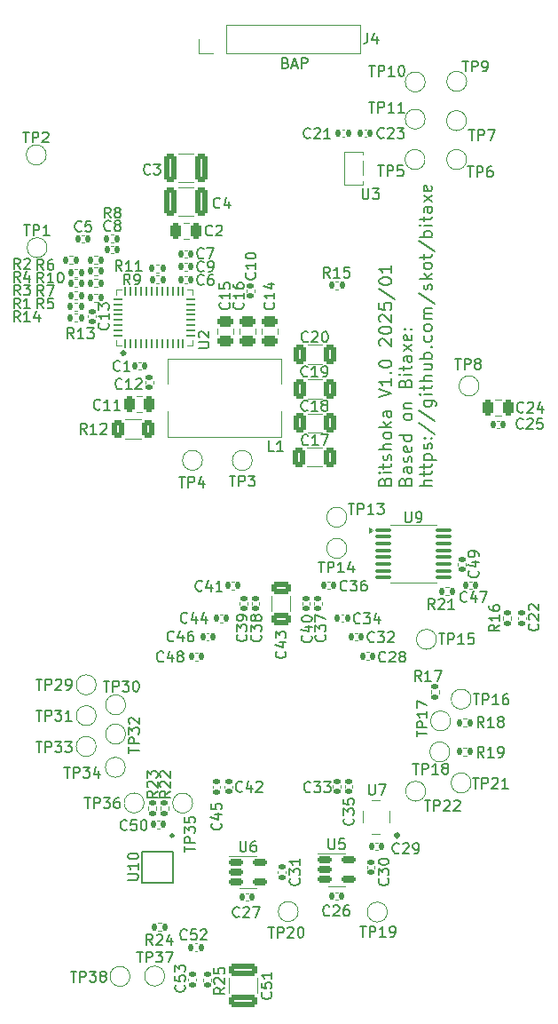
<source format=gbr>
%TF.GenerationSoftware,KiCad,Pcbnew,8.0.7*%
%TF.CreationDate,2025-01-16T15:43:03+03:00*%
%TF.ProjectId,bitshoka,62697473-686f-46b6-912e-6b696361645f,rev?*%
%TF.SameCoordinates,Original*%
%TF.FileFunction,Legend,Top*%
%TF.FilePolarity,Positive*%
%FSLAX46Y46*%
G04 Gerber Fmt 4.6, Leading zero omitted, Abs format (unit mm)*
G04 Created by KiCad (PCBNEW 8.0.7) date 2025-01-16 15:43:03*
%MOMM*%
%LPD*%
G01*
G04 APERTURE LIST*
G04 Aperture macros list*
%AMRoundRect*
0 Rectangle with rounded corners*
0 $1 Rounding radius*
0 $2 $3 $4 $5 $6 $7 $8 $9 X,Y pos of 4 corners*
0 Add a 4 corners polygon primitive as box body*
4,1,4,$2,$3,$4,$5,$6,$7,$8,$9,$2,$3,0*
0 Add four circle primitives for the rounded corners*
1,1,$1+$1,$2,$3*
1,1,$1+$1,$4,$5*
1,1,$1+$1,$6,$7*
1,1,$1+$1,$8,$9*
0 Add four rect primitives between the rounded corners*
20,1,$1+$1,$2,$3,$4,$5,0*
20,1,$1+$1,$4,$5,$6,$7,0*
20,1,$1+$1,$6,$7,$8,$9,0*
20,1,$1+$1,$8,$9,$2,$3,0*%
G04 Aperture macros list end*
%ADD10C,0.150000*%
%ADD11C,0.120000*%
%ADD12C,0.313180*%
%ADD13C,0.254165*%
%ADD14C,0.300000*%
%ADD15C,0.100000*%
%ADD16RoundRect,0.250000X-0.325000X-0.650000X0.325000X-0.650000X0.325000X0.650000X-0.325000X0.650000X0*%
%ADD17RoundRect,0.250000X0.475000X-0.250000X0.475000X0.250000X-0.475000X0.250000X-0.475000X-0.250000X0*%
%ADD18RoundRect,0.135000X0.135000X0.185000X-0.135000X0.185000X-0.135000X-0.185000X0.135000X-0.185000X0*%
%ADD19RoundRect,0.250000X-1.100000X0.325000X-1.100000X-0.325000X1.100000X-0.325000X1.100000X0.325000X0*%
%ADD20C,1.500000*%
%ADD21RoundRect,0.140000X-0.140000X-0.170000X0.140000X-0.170000X0.140000X0.170000X-0.140000X0.170000X0*%
%ADD22C,2.000000*%
%ADD23RoundRect,0.140000X0.140000X0.170000X-0.140000X0.170000X-0.140000X-0.170000X0.140000X-0.170000X0*%
%ADD24RoundRect,0.140000X0.170000X-0.140000X0.170000X0.140000X-0.170000X0.140000X-0.170000X-0.140000X0*%
%ADD25RoundRect,0.140000X-0.170000X0.140000X-0.170000X-0.140000X0.170000X-0.140000X0.170000X0.140000X0*%
%ADD26RoundRect,0.135000X-0.185000X0.135000X-0.185000X-0.135000X0.185000X-0.135000X0.185000X0.135000X0*%
%ADD27C,3.000000*%
%ADD28RoundRect,0.250000X0.312500X0.625000X-0.312500X0.625000X-0.312500X-0.625000X0.312500X-0.625000X0*%
%ADD29RoundRect,0.150000X-0.512500X-0.150000X0.512500X-0.150000X0.512500X0.150000X-0.512500X0.150000X0*%
%ADD30RoundRect,0.135000X-0.135000X-0.185000X0.135000X-0.185000X0.135000X0.185000X-0.135000X0.185000X0*%
%ADD31RoundRect,0.250000X-0.250000X-0.475000X0.250000X-0.475000X0.250000X0.475000X-0.250000X0.475000X0*%
%ADD32RoundRect,0.250000X-0.325000X-1.100000X0.325000X-1.100000X0.325000X1.100000X-0.325000X1.100000X0*%
%ADD33R,1.100000X1.300000*%
%ADD34C,0.800000*%
%ADD35C,6.000000*%
%ADD36RoundRect,0.250000X-0.650000X0.325000X-0.650000X-0.325000X0.650000X-0.325000X0.650000X0.325000X0*%
%ADD37RoundRect,0.135000X0.185000X-0.135000X0.185000X0.135000X-0.185000X0.135000X-0.185000X-0.135000X0*%
%ADD38R,0.400000X1.100000*%
%ADD39R,1.700000X1.700000*%
%ADD40O,1.700000X1.700000*%
%ADD41C,3.500000*%
%ADD42RoundRect,0.100000X-0.637500X-0.100000X0.637500X-0.100000X0.637500X0.100000X-0.637500X0.100000X0*%
%ADD43R,4.000000X2.600000*%
%ADD44RoundRect,0.062500X0.062500X-0.337500X0.062500X0.337500X-0.062500X0.337500X-0.062500X-0.337500X0*%
%ADD45RoundRect,0.062500X0.337500X-0.062500X0.337500X0.062500X-0.337500X0.062500X-0.337500X-0.062500X0*%
%ADD46C,0.400000*%
%ADD47R,5.300000X3.300000*%
%ADD48R,0.952500X0.558800*%
%ADD49C,1.295400*%
%ADD50C,1.574800*%
%ADD51C,1.700000*%
%ADD52C,0.650000*%
%ADD53O,1.800000X1.000000*%
%ADD54O,2.100000X1.000000*%
%ADD55C,0.990600*%
%ADD56C,1.600000*%
%ADD57C,1.800000*%
G04 APERTURE END LIST*
D10*
X115602905Y-93215601D02*
X115660048Y-93044173D01*
X115660048Y-93044173D02*
X115717191Y-92987030D01*
X115717191Y-92987030D02*
X115831476Y-92929887D01*
X115831476Y-92929887D02*
X116002905Y-92929887D01*
X116002905Y-92929887D02*
X116117191Y-92987030D01*
X116117191Y-92987030D02*
X116174334Y-93044173D01*
X116174334Y-93044173D02*
X116231476Y-93158458D01*
X116231476Y-93158458D02*
X116231476Y-93615601D01*
X116231476Y-93615601D02*
X115031476Y-93615601D01*
X115031476Y-93615601D02*
X115031476Y-93215601D01*
X115031476Y-93215601D02*
X115088619Y-93101316D01*
X115088619Y-93101316D02*
X115145762Y-93044173D01*
X115145762Y-93044173D02*
X115260048Y-92987030D01*
X115260048Y-92987030D02*
X115374334Y-92987030D01*
X115374334Y-92987030D02*
X115488619Y-93044173D01*
X115488619Y-93044173D02*
X115545762Y-93101316D01*
X115545762Y-93101316D02*
X115602905Y-93215601D01*
X115602905Y-93215601D02*
X115602905Y-93615601D01*
X116231476Y-92415601D02*
X115431476Y-92415601D01*
X115031476Y-92415601D02*
X115088619Y-92472744D01*
X115088619Y-92472744D02*
X115145762Y-92415601D01*
X115145762Y-92415601D02*
X115088619Y-92358458D01*
X115088619Y-92358458D02*
X115031476Y-92415601D01*
X115031476Y-92415601D02*
X115145762Y-92415601D01*
X115431476Y-92015601D02*
X115431476Y-91558458D01*
X115031476Y-91844172D02*
X116060048Y-91844172D01*
X116060048Y-91844172D02*
X116174334Y-91787029D01*
X116174334Y-91787029D02*
X116231476Y-91672744D01*
X116231476Y-91672744D02*
X116231476Y-91558458D01*
X116174334Y-91215601D02*
X116231476Y-91101315D01*
X116231476Y-91101315D02*
X116231476Y-90872744D01*
X116231476Y-90872744D02*
X116174334Y-90758458D01*
X116174334Y-90758458D02*
X116060048Y-90701315D01*
X116060048Y-90701315D02*
X116002905Y-90701315D01*
X116002905Y-90701315D02*
X115888619Y-90758458D01*
X115888619Y-90758458D02*
X115831476Y-90872744D01*
X115831476Y-90872744D02*
X115831476Y-91044173D01*
X115831476Y-91044173D02*
X115774334Y-91158458D01*
X115774334Y-91158458D02*
X115660048Y-91215601D01*
X115660048Y-91215601D02*
X115602905Y-91215601D01*
X115602905Y-91215601D02*
X115488619Y-91158458D01*
X115488619Y-91158458D02*
X115431476Y-91044173D01*
X115431476Y-91044173D02*
X115431476Y-90872744D01*
X115431476Y-90872744D02*
X115488619Y-90758458D01*
X116231476Y-90187029D02*
X115031476Y-90187029D01*
X116231476Y-89672744D02*
X115602905Y-89672744D01*
X115602905Y-89672744D02*
X115488619Y-89729886D01*
X115488619Y-89729886D02*
X115431476Y-89844172D01*
X115431476Y-89844172D02*
X115431476Y-90015601D01*
X115431476Y-90015601D02*
X115488619Y-90129886D01*
X115488619Y-90129886D02*
X115545762Y-90187029D01*
X116231476Y-88929887D02*
X116174334Y-89044172D01*
X116174334Y-89044172D02*
X116117191Y-89101315D01*
X116117191Y-89101315D02*
X116002905Y-89158458D01*
X116002905Y-89158458D02*
X115660048Y-89158458D01*
X115660048Y-89158458D02*
X115545762Y-89101315D01*
X115545762Y-89101315D02*
X115488619Y-89044172D01*
X115488619Y-89044172D02*
X115431476Y-88929887D01*
X115431476Y-88929887D02*
X115431476Y-88758458D01*
X115431476Y-88758458D02*
X115488619Y-88644172D01*
X115488619Y-88644172D02*
X115545762Y-88587030D01*
X115545762Y-88587030D02*
X115660048Y-88529887D01*
X115660048Y-88529887D02*
X116002905Y-88529887D01*
X116002905Y-88529887D02*
X116117191Y-88587030D01*
X116117191Y-88587030D02*
X116174334Y-88644172D01*
X116174334Y-88644172D02*
X116231476Y-88758458D01*
X116231476Y-88758458D02*
X116231476Y-88929887D01*
X116231476Y-88015601D02*
X115031476Y-88015601D01*
X115774334Y-87901316D02*
X116231476Y-87558458D01*
X115431476Y-87558458D02*
X115888619Y-88015601D01*
X116231476Y-86529887D02*
X115602905Y-86529887D01*
X115602905Y-86529887D02*
X115488619Y-86587029D01*
X115488619Y-86587029D02*
X115431476Y-86701315D01*
X115431476Y-86701315D02*
X115431476Y-86929887D01*
X115431476Y-86929887D02*
X115488619Y-87044172D01*
X116174334Y-86529887D02*
X116231476Y-86644172D01*
X116231476Y-86644172D02*
X116231476Y-86929887D01*
X116231476Y-86929887D02*
X116174334Y-87044172D01*
X116174334Y-87044172D02*
X116060048Y-87101315D01*
X116060048Y-87101315D02*
X115945762Y-87101315D01*
X115945762Y-87101315D02*
X115831476Y-87044172D01*
X115831476Y-87044172D02*
X115774334Y-86929887D01*
X115774334Y-86929887D02*
X115774334Y-86644172D01*
X115774334Y-86644172D02*
X115717191Y-86529887D01*
X115031476Y-85215601D02*
X116231476Y-84815601D01*
X116231476Y-84815601D02*
X115031476Y-84415601D01*
X116231476Y-83387030D02*
X116231476Y-84072744D01*
X116231476Y-83729887D02*
X115031476Y-83729887D01*
X115031476Y-83729887D02*
X115202905Y-83844173D01*
X115202905Y-83844173D02*
X115317191Y-83958458D01*
X115317191Y-83958458D02*
X115374334Y-84072744D01*
X116117191Y-82872744D02*
X116174334Y-82815601D01*
X116174334Y-82815601D02*
X116231476Y-82872744D01*
X116231476Y-82872744D02*
X116174334Y-82929887D01*
X116174334Y-82929887D02*
X116117191Y-82872744D01*
X116117191Y-82872744D02*
X116231476Y-82872744D01*
X115031476Y-82072744D02*
X115031476Y-81958458D01*
X115031476Y-81958458D02*
X115088619Y-81844172D01*
X115088619Y-81844172D02*
X115145762Y-81787030D01*
X115145762Y-81787030D02*
X115260048Y-81729887D01*
X115260048Y-81729887D02*
X115488619Y-81672744D01*
X115488619Y-81672744D02*
X115774334Y-81672744D01*
X115774334Y-81672744D02*
X116002905Y-81729887D01*
X116002905Y-81729887D02*
X116117191Y-81787030D01*
X116117191Y-81787030D02*
X116174334Y-81844172D01*
X116174334Y-81844172D02*
X116231476Y-81958458D01*
X116231476Y-81958458D02*
X116231476Y-82072744D01*
X116231476Y-82072744D02*
X116174334Y-82187030D01*
X116174334Y-82187030D02*
X116117191Y-82244172D01*
X116117191Y-82244172D02*
X116002905Y-82301315D01*
X116002905Y-82301315D02*
X115774334Y-82358458D01*
X115774334Y-82358458D02*
X115488619Y-82358458D01*
X115488619Y-82358458D02*
X115260048Y-82301315D01*
X115260048Y-82301315D02*
X115145762Y-82244172D01*
X115145762Y-82244172D02*
X115088619Y-82187030D01*
X115088619Y-82187030D02*
X115031476Y-82072744D01*
X115145762Y-80301315D02*
X115088619Y-80244172D01*
X115088619Y-80244172D02*
X115031476Y-80129887D01*
X115031476Y-80129887D02*
X115031476Y-79844172D01*
X115031476Y-79844172D02*
X115088619Y-79729887D01*
X115088619Y-79729887D02*
X115145762Y-79672744D01*
X115145762Y-79672744D02*
X115260048Y-79615601D01*
X115260048Y-79615601D02*
X115374334Y-79615601D01*
X115374334Y-79615601D02*
X115545762Y-79672744D01*
X115545762Y-79672744D02*
X116231476Y-80358458D01*
X116231476Y-80358458D02*
X116231476Y-79615601D01*
X115031476Y-78872744D02*
X115031476Y-78758458D01*
X115031476Y-78758458D02*
X115088619Y-78644172D01*
X115088619Y-78644172D02*
X115145762Y-78587030D01*
X115145762Y-78587030D02*
X115260048Y-78529887D01*
X115260048Y-78529887D02*
X115488619Y-78472744D01*
X115488619Y-78472744D02*
X115774334Y-78472744D01*
X115774334Y-78472744D02*
X116002905Y-78529887D01*
X116002905Y-78529887D02*
X116117191Y-78587030D01*
X116117191Y-78587030D02*
X116174334Y-78644172D01*
X116174334Y-78644172D02*
X116231476Y-78758458D01*
X116231476Y-78758458D02*
X116231476Y-78872744D01*
X116231476Y-78872744D02*
X116174334Y-78987030D01*
X116174334Y-78987030D02*
X116117191Y-79044172D01*
X116117191Y-79044172D02*
X116002905Y-79101315D01*
X116002905Y-79101315D02*
X115774334Y-79158458D01*
X115774334Y-79158458D02*
X115488619Y-79158458D01*
X115488619Y-79158458D02*
X115260048Y-79101315D01*
X115260048Y-79101315D02*
X115145762Y-79044172D01*
X115145762Y-79044172D02*
X115088619Y-78987030D01*
X115088619Y-78987030D02*
X115031476Y-78872744D01*
X115145762Y-78015601D02*
X115088619Y-77958458D01*
X115088619Y-77958458D02*
X115031476Y-77844173D01*
X115031476Y-77844173D02*
X115031476Y-77558458D01*
X115031476Y-77558458D02*
X115088619Y-77444173D01*
X115088619Y-77444173D02*
X115145762Y-77387030D01*
X115145762Y-77387030D02*
X115260048Y-77329887D01*
X115260048Y-77329887D02*
X115374334Y-77329887D01*
X115374334Y-77329887D02*
X115545762Y-77387030D01*
X115545762Y-77387030D02*
X116231476Y-78072744D01*
X116231476Y-78072744D02*
X116231476Y-77329887D01*
X115031476Y-76244173D02*
X115031476Y-76815601D01*
X115031476Y-76815601D02*
X115602905Y-76872744D01*
X115602905Y-76872744D02*
X115545762Y-76815601D01*
X115545762Y-76815601D02*
X115488619Y-76701316D01*
X115488619Y-76701316D02*
X115488619Y-76415601D01*
X115488619Y-76415601D02*
X115545762Y-76301316D01*
X115545762Y-76301316D02*
X115602905Y-76244173D01*
X115602905Y-76244173D02*
X115717191Y-76187030D01*
X115717191Y-76187030D02*
X116002905Y-76187030D01*
X116002905Y-76187030D02*
X116117191Y-76244173D01*
X116117191Y-76244173D02*
X116174334Y-76301316D01*
X116174334Y-76301316D02*
X116231476Y-76415601D01*
X116231476Y-76415601D02*
X116231476Y-76701316D01*
X116231476Y-76701316D02*
X116174334Y-76815601D01*
X116174334Y-76815601D02*
X116117191Y-76872744D01*
X114974334Y-74815601D02*
X116517191Y-75844173D01*
X115031476Y-74187030D02*
X115031476Y-74072744D01*
X115031476Y-74072744D02*
X115088619Y-73958458D01*
X115088619Y-73958458D02*
X115145762Y-73901316D01*
X115145762Y-73901316D02*
X115260048Y-73844173D01*
X115260048Y-73844173D02*
X115488619Y-73787030D01*
X115488619Y-73787030D02*
X115774334Y-73787030D01*
X115774334Y-73787030D02*
X116002905Y-73844173D01*
X116002905Y-73844173D02*
X116117191Y-73901316D01*
X116117191Y-73901316D02*
X116174334Y-73958458D01*
X116174334Y-73958458D02*
X116231476Y-74072744D01*
X116231476Y-74072744D02*
X116231476Y-74187030D01*
X116231476Y-74187030D02*
X116174334Y-74301316D01*
X116174334Y-74301316D02*
X116117191Y-74358458D01*
X116117191Y-74358458D02*
X116002905Y-74415601D01*
X116002905Y-74415601D02*
X115774334Y-74472744D01*
X115774334Y-74472744D02*
X115488619Y-74472744D01*
X115488619Y-74472744D02*
X115260048Y-74415601D01*
X115260048Y-74415601D02*
X115145762Y-74358458D01*
X115145762Y-74358458D02*
X115088619Y-74301316D01*
X115088619Y-74301316D02*
X115031476Y-74187030D01*
X116231476Y-72644173D02*
X116231476Y-73329887D01*
X116231476Y-72987030D02*
X115031476Y-72987030D01*
X115031476Y-72987030D02*
X115202905Y-73101316D01*
X115202905Y-73101316D02*
X115317191Y-73215601D01*
X115317191Y-73215601D02*
X115374334Y-73329887D01*
X117534838Y-93215601D02*
X117591981Y-93044173D01*
X117591981Y-93044173D02*
X117649124Y-92987030D01*
X117649124Y-92987030D02*
X117763409Y-92929887D01*
X117763409Y-92929887D02*
X117934838Y-92929887D01*
X117934838Y-92929887D02*
X118049124Y-92987030D01*
X118049124Y-92987030D02*
X118106267Y-93044173D01*
X118106267Y-93044173D02*
X118163409Y-93158458D01*
X118163409Y-93158458D02*
X118163409Y-93615601D01*
X118163409Y-93615601D02*
X116963409Y-93615601D01*
X116963409Y-93615601D02*
X116963409Y-93215601D01*
X116963409Y-93215601D02*
X117020552Y-93101316D01*
X117020552Y-93101316D02*
X117077695Y-93044173D01*
X117077695Y-93044173D02*
X117191981Y-92987030D01*
X117191981Y-92987030D02*
X117306267Y-92987030D01*
X117306267Y-92987030D02*
X117420552Y-93044173D01*
X117420552Y-93044173D02*
X117477695Y-93101316D01*
X117477695Y-93101316D02*
X117534838Y-93215601D01*
X117534838Y-93215601D02*
X117534838Y-93615601D01*
X118163409Y-91901316D02*
X117534838Y-91901316D01*
X117534838Y-91901316D02*
X117420552Y-91958458D01*
X117420552Y-91958458D02*
X117363409Y-92072744D01*
X117363409Y-92072744D02*
X117363409Y-92301316D01*
X117363409Y-92301316D02*
X117420552Y-92415601D01*
X118106267Y-91901316D02*
X118163409Y-92015601D01*
X118163409Y-92015601D02*
X118163409Y-92301316D01*
X118163409Y-92301316D02*
X118106267Y-92415601D01*
X118106267Y-92415601D02*
X117991981Y-92472744D01*
X117991981Y-92472744D02*
X117877695Y-92472744D01*
X117877695Y-92472744D02*
X117763409Y-92415601D01*
X117763409Y-92415601D02*
X117706267Y-92301316D01*
X117706267Y-92301316D02*
X117706267Y-92015601D01*
X117706267Y-92015601D02*
X117649124Y-91901316D01*
X118106267Y-91387030D02*
X118163409Y-91272744D01*
X118163409Y-91272744D02*
X118163409Y-91044173D01*
X118163409Y-91044173D02*
X118106267Y-90929887D01*
X118106267Y-90929887D02*
X117991981Y-90872744D01*
X117991981Y-90872744D02*
X117934838Y-90872744D01*
X117934838Y-90872744D02*
X117820552Y-90929887D01*
X117820552Y-90929887D02*
X117763409Y-91044173D01*
X117763409Y-91044173D02*
X117763409Y-91215602D01*
X117763409Y-91215602D02*
X117706267Y-91329887D01*
X117706267Y-91329887D02*
X117591981Y-91387030D01*
X117591981Y-91387030D02*
X117534838Y-91387030D01*
X117534838Y-91387030D02*
X117420552Y-91329887D01*
X117420552Y-91329887D02*
X117363409Y-91215602D01*
X117363409Y-91215602D02*
X117363409Y-91044173D01*
X117363409Y-91044173D02*
X117420552Y-90929887D01*
X118106267Y-89901315D02*
X118163409Y-90015601D01*
X118163409Y-90015601D02*
X118163409Y-90244173D01*
X118163409Y-90244173D02*
X118106267Y-90358458D01*
X118106267Y-90358458D02*
X117991981Y-90415601D01*
X117991981Y-90415601D02*
X117534838Y-90415601D01*
X117534838Y-90415601D02*
X117420552Y-90358458D01*
X117420552Y-90358458D02*
X117363409Y-90244173D01*
X117363409Y-90244173D02*
X117363409Y-90015601D01*
X117363409Y-90015601D02*
X117420552Y-89901315D01*
X117420552Y-89901315D02*
X117534838Y-89844173D01*
X117534838Y-89844173D02*
X117649124Y-89844173D01*
X117649124Y-89844173D02*
X117763409Y-90415601D01*
X118163409Y-88815602D02*
X116963409Y-88815602D01*
X118106267Y-88815602D02*
X118163409Y-88929887D01*
X118163409Y-88929887D02*
X118163409Y-89158459D01*
X118163409Y-89158459D02*
X118106267Y-89272744D01*
X118106267Y-89272744D02*
X118049124Y-89329887D01*
X118049124Y-89329887D02*
X117934838Y-89387030D01*
X117934838Y-89387030D02*
X117591981Y-89387030D01*
X117591981Y-89387030D02*
X117477695Y-89329887D01*
X117477695Y-89329887D02*
X117420552Y-89272744D01*
X117420552Y-89272744D02*
X117363409Y-89158459D01*
X117363409Y-89158459D02*
X117363409Y-88929887D01*
X117363409Y-88929887D02*
X117420552Y-88815602D01*
X118163409Y-87158459D02*
X118106267Y-87272744D01*
X118106267Y-87272744D02*
X118049124Y-87329887D01*
X118049124Y-87329887D02*
X117934838Y-87387030D01*
X117934838Y-87387030D02*
X117591981Y-87387030D01*
X117591981Y-87387030D02*
X117477695Y-87329887D01*
X117477695Y-87329887D02*
X117420552Y-87272744D01*
X117420552Y-87272744D02*
X117363409Y-87158459D01*
X117363409Y-87158459D02*
X117363409Y-86987030D01*
X117363409Y-86987030D02*
X117420552Y-86872744D01*
X117420552Y-86872744D02*
X117477695Y-86815602D01*
X117477695Y-86815602D02*
X117591981Y-86758459D01*
X117591981Y-86758459D02*
X117934838Y-86758459D01*
X117934838Y-86758459D02*
X118049124Y-86815602D01*
X118049124Y-86815602D02*
X118106267Y-86872744D01*
X118106267Y-86872744D02*
X118163409Y-86987030D01*
X118163409Y-86987030D02*
X118163409Y-87158459D01*
X117363409Y-86244173D02*
X118163409Y-86244173D01*
X117477695Y-86244173D02*
X117420552Y-86187030D01*
X117420552Y-86187030D02*
X117363409Y-86072745D01*
X117363409Y-86072745D02*
X117363409Y-85901316D01*
X117363409Y-85901316D02*
X117420552Y-85787030D01*
X117420552Y-85787030D02*
X117534838Y-85729888D01*
X117534838Y-85729888D02*
X118163409Y-85729888D01*
X117534838Y-83844173D02*
X117591981Y-83672745D01*
X117591981Y-83672745D02*
X117649124Y-83615602D01*
X117649124Y-83615602D02*
X117763409Y-83558459D01*
X117763409Y-83558459D02*
X117934838Y-83558459D01*
X117934838Y-83558459D02*
X118049124Y-83615602D01*
X118049124Y-83615602D02*
X118106267Y-83672745D01*
X118106267Y-83672745D02*
X118163409Y-83787030D01*
X118163409Y-83787030D02*
X118163409Y-84244173D01*
X118163409Y-84244173D02*
X116963409Y-84244173D01*
X116963409Y-84244173D02*
X116963409Y-83844173D01*
X116963409Y-83844173D02*
X117020552Y-83729888D01*
X117020552Y-83729888D02*
X117077695Y-83672745D01*
X117077695Y-83672745D02*
X117191981Y-83615602D01*
X117191981Y-83615602D02*
X117306267Y-83615602D01*
X117306267Y-83615602D02*
X117420552Y-83672745D01*
X117420552Y-83672745D02*
X117477695Y-83729888D01*
X117477695Y-83729888D02*
X117534838Y-83844173D01*
X117534838Y-83844173D02*
X117534838Y-84244173D01*
X118163409Y-83044173D02*
X117363409Y-83044173D01*
X116963409Y-83044173D02*
X117020552Y-83101316D01*
X117020552Y-83101316D02*
X117077695Y-83044173D01*
X117077695Y-83044173D02*
X117020552Y-82987030D01*
X117020552Y-82987030D02*
X116963409Y-83044173D01*
X116963409Y-83044173D02*
X117077695Y-83044173D01*
X117363409Y-82644173D02*
X117363409Y-82187030D01*
X116963409Y-82472744D02*
X117991981Y-82472744D01*
X117991981Y-82472744D02*
X118106267Y-82415601D01*
X118106267Y-82415601D02*
X118163409Y-82301316D01*
X118163409Y-82301316D02*
X118163409Y-82187030D01*
X118163409Y-81272745D02*
X117534838Y-81272745D01*
X117534838Y-81272745D02*
X117420552Y-81329887D01*
X117420552Y-81329887D02*
X117363409Y-81444173D01*
X117363409Y-81444173D02*
X117363409Y-81672745D01*
X117363409Y-81672745D02*
X117420552Y-81787030D01*
X118106267Y-81272745D02*
X118163409Y-81387030D01*
X118163409Y-81387030D02*
X118163409Y-81672745D01*
X118163409Y-81672745D02*
X118106267Y-81787030D01*
X118106267Y-81787030D02*
X117991981Y-81844173D01*
X117991981Y-81844173D02*
X117877695Y-81844173D01*
X117877695Y-81844173D02*
X117763409Y-81787030D01*
X117763409Y-81787030D02*
X117706267Y-81672745D01*
X117706267Y-81672745D02*
X117706267Y-81387030D01*
X117706267Y-81387030D02*
X117649124Y-81272745D01*
X118163409Y-80815602D02*
X117363409Y-80187031D01*
X117363409Y-80815602D02*
X118163409Y-80187031D01*
X118106267Y-79272744D02*
X118163409Y-79387030D01*
X118163409Y-79387030D02*
X118163409Y-79615602D01*
X118163409Y-79615602D02*
X118106267Y-79729887D01*
X118106267Y-79729887D02*
X117991981Y-79787030D01*
X117991981Y-79787030D02*
X117534838Y-79787030D01*
X117534838Y-79787030D02*
X117420552Y-79729887D01*
X117420552Y-79729887D02*
X117363409Y-79615602D01*
X117363409Y-79615602D02*
X117363409Y-79387030D01*
X117363409Y-79387030D02*
X117420552Y-79272744D01*
X117420552Y-79272744D02*
X117534838Y-79215602D01*
X117534838Y-79215602D02*
X117649124Y-79215602D01*
X117649124Y-79215602D02*
X117763409Y-79787030D01*
X118049124Y-78701316D02*
X118106267Y-78644173D01*
X118106267Y-78644173D02*
X118163409Y-78701316D01*
X118163409Y-78701316D02*
X118106267Y-78758459D01*
X118106267Y-78758459D02*
X118049124Y-78701316D01*
X118049124Y-78701316D02*
X118163409Y-78701316D01*
X117420552Y-78701316D02*
X117477695Y-78644173D01*
X117477695Y-78644173D02*
X117534838Y-78701316D01*
X117534838Y-78701316D02*
X117477695Y-78758459D01*
X117477695Y-78758459D02*
X117420552Y-78701316D01*
X117420552Y-78701316D02*
X117534838Y-78701316D01*
X120095342Y-93615601D02*
X118895342Y-93615601D01*
X120095342Y-93101316D02*
X119466771Y-93101316D01*
X119466771Y-93101316D02*
X119352485Y-93158458D01*
X119352485Y-93158458D02*
X119295342Y-93272744D01*
X119295342Y-93272744D02*
X119295342Y-93444173D01*
X119295342Y-93444173D02*
X119352485Y-93558458D01*
X119352485Y-93558458D02*
X119409628Y-93615601D01*
X119295342Y-92701316D02*
X119295342Y-92244173D01*
X118895342Y-92529887D02*
X119923914Y-92529887D01*
X119923914Y-92529887D02*
X120038200Y-92472744D01*
X120038200Y-92472744D02*
X120095342Y-92358459D01*
X120095342Y-92358459D02*
X120095342Y-92244173D01*
X119295342Y-92015602D02*
X119295342Y-91558459D01*
X118895342Y-91844173D02*
X119923914Y-91844173D01*
X119923914Y-91844173D02*
X120038200Y-91787030D01*
X120038200Y-91787030D02*
X120095342Y-91672745D01*
X120095342Y-91672745D02*
X120095342Y-91558459D01*
X119295342Y-91158459D02*
X120495342Y-91158459D01*
X119352485Y-91158459D02*
X119295342Y-91044174D01*
X119295342Y-91044174D02*
X119295342Y-90815602D01*
X119295342Y-90815602D02*
X119352485Y-90701316D01*
X119352485Y-90701316D02*
X119409628Y-90644174D01*
X119409628Y-90644174D02*
X119523914Y-90587031D01*
X119523914Y-90587031D02*
X119866771Y-90587031D01*
X119866771Y-90587031D02*
X119981057Y-90644174D01*
X119981057Y-90644174D02*
X120038200Y-90701316D01*
X120038200Y-90701316D02*
X120095342Y-90815602D01*
X120095342Y-90815602D02*
X120095342Y-91044174D01*
X120095342Y-91044174D02*
X120038200Y-91158459D01*
X120038200Y-90129888D02*
X120095342Y-90015602D01*
X120095342Y-90015602D02*
X120095342Y-89787031D01*
X120095342Y-89787031D02*
X120038200Y-89672745D01*
X120038200Y-89672745D02*
X119923914Y-89615602D01*
X119923914Y-89615602D02*
X119866771Y-89615602D01*
X119866771Y-89615602D02*
X119752485Y-89672745D01*
X119752485Y-89672745D02*
X119695342Y-89787031D01*
X119695342Y-89787031D02*
X119695342Y-89958460D01*
X119695342Y-89958460D02*
X119638200Y-90072745D01*
X119638200Y-90072745D02*
X119523914Y-90129888D01*
X119523914Y-90129888D02*
X119466771Y-90129888D01*
X119466771Y-90129888D02*
X119352485Y-90072745D01*
X119352485Y-90072745D02*
X119295342Y-89958460D01*
X119295342Y-89958460D02*
X119295342Y-89787031D01*
X119295342Y-89787031D02*
X119352485Y-89672745D01*
X119981057Y-89101316D02*
X120038200Y-89044173D01*
X120038200Y-89044173D02*
X120095342Y-89101316D01*
X120095342Y-89101316D02*
X120038200Y-89158459D01*
X120038200Y-89158459D02*
X119981057Y-89101316D01*
X119981057Y-89101316D02*
X120095342Y-89101316D01*
X119352485Y-89101316D02*
X119409628Y-89044173D01*
X119409628Y-89044173D02*
X119466771Y-89101316D01*
X119466771Y-89101316D02*
X119409628Y-89158459D01*
X119409628Y-89158459D02*
X119352485Y-89101316D01*
X119352485Y-89101316D02*
X119466771Y-89101316D01*
X118838200Y-87672744D02*
X120381057Y-88701316D01*
X118838200Y-86415601D02*
X120381057Y-87444173D01*
X119295342Y-85501316D02*
X120266771Y-85501316D01*
X120266771Y-85501316D02*
X120381057Y-85558458D01*
X120381057Y-85558458D02*
X120438200Y-85615601D01*
X120438200Y-85615601D02*
X120495342Y-85729887D01*
X120495342Y-85729887D02*
X120495342Y-85901316D01*
X120495342Y-85901316D02*
X120438200Y-86015601D01*
X120038200Y-85501316D02*
X120095342Y-85615601D01*
X120095342Y-85615601D02*
X120095342Y-85844173D01*
X120095342Y-85844173D02*
X120038200Y-85958458D01*
X120038200Y-85958458D02*
X119981057Y-86015601D01*
X119981057Y-86015601D02*
X119866771Y-86072744D01*
X119866771Y-86072744D02*
X119523914Y-86072744D01*
X119523914Y-86072744D02*
X119409628Y-86015601D01*
X119409628Y-86015601D02*
X119352485Y-85958458D01*
X119352485Y-85958458D02*
X119295342Y-85844173D01*
X119295342Y-85844173D02*
X119295342Y-85615601D01*
X119295342Y-85615601D02*
X119352485Y-85501316D01*
X120095342Y-84929887D02*
X119295342Y-84929887D01*
X118895342Y-84929887D02*
X118952485Y-84987030D01*
X118952485Y-84987030D02*
X119009628Y-84929887D01*
X119009628Y-84929887D02*
X118952485Y-84872744D01*
X118952485Y-84872744D02*
X118895342Y-84929887D01*
X118895342Y-84929887D02*
X119009628Y-84929887D01*
X119295342Y-84529887D02*
X119295342Y-84072744D01*
X118895342Y-84358458D02*
X119923914Y-84358458D01*
X119923914Y-84358458D02*
X120038200Y-84301315D01*
X120038200Y-84301315D02*
X120095342Y-84187030D01*
X120095342Y-84187030D02*
X120095342Y-84072744D01*
X120095342Y-83672744D02*
X118895342Y-83672744D01*
X120095342Y-83158459D02*
X119466771Y-83158459D01*
X119466771Y-83158459D02*
X119352485Y-83215601D01*
X119352485Y-83215601D02*
X119295342Y-83329887D01*
X119295342Y-83329887D02*
X119295342Y-83501316D01*
X119295342Y-83501316D02*
X119352485Y-83615601D01*
X119352485Y-83615601D02*
X119409628Y-83672744D01*
X119295342Y-82072745D02*
X120095342Y-82072745D01*
X119295342Y-82587030D02*
X119923914Y-82587030D01*
X119923914Y-82587030D02*
X120038200Y-82529887D01*
X120038200Y-82529887D02*
X120095342Y-82415602D01*
X120095342Y-82415602D02*
X120095342Y-82244173D01*
X120095342Y-82244173D02*
X120038200Y-82129887D01*
X120038200Y-82129887D02*
X119981057Y-82072745D01*
X120095342Y-81501316D02*
X118895342Y-81501316D01*
X119352485Y-81501316D02*
X119295342Y-81387031D01*
X119295342Y-81387031D02*
X119295342Y-81158459D01*
X119295342Y-81158459D02*
X119352485Y-81044173D01*
X119352485Y-81044173D02*
X119409628Y-80987031D01*
X119409628Y-80987031D02*
X119523914Y-80929888D01*
X119523914Y-80929888D02*
X119866771Y-80929888D01*
X119866771Y-80929888D02*
X119981057Y-80987031D01*
X119981057Y-80987031D02*
X120038200Y-81044173D01*
X120038200Y-81044173D02*
X120095342Y-81158459D01*
X120095342Y-81158459D02*
X120095342Y-81387031D01*
X120095342Y-81387031D02*
X120038200Y-81501316D01*
X119981057Y-80415602D02*
X120038200Y-80358459D01*
X120038200Y-80358459D02*
X120095342Y-80415602D01*
X120095342Y-80415602D02*
X120038200Y-80472745D01*
X120038200Y-80472745D02*
X119981057Y-80415602D01*
X119981057Y-80415602D02*
X120095342Y-80415602D01*
X120038200Y-79329888D02*
X120095342Y-79444173D01*
X120095342Y-79444173D02*
X120095342Y-79672745D01*
X120095342Y-79672745D02*
X120038200Y-79787030D01*
X120038200Y-79787030D02*
X119981057Y-79844173D01*
X119981057Y-79844173D02*
X119866771Y-79901316D01*
X119866771Y-79901316D02*
X119523914Y-79901316D01*
X119523914Y-79901316D02*
X119409628Y-79844173D01*
X119409628Y-79844173D02*
X119352485Y-79787030D01*
X119352485Y-79787030D02*
X119295342Y-79672745D01*
X119295342Y-79672745D02*
X119295342Y-79444173D01*
X119295342Y-79444173D02*
X119352485Y-79329888D01*
X120095342Y-78644174D02*
X120038200Y-78758459D01*
X120038200Y-78758459D02*
X119981057Y-78815602D01*
X119981057Y-78815602D02*
X119866771Y-78872745D01*
X119866771Y-78872745D02*
X119523914Y-78872745D01*
X119523914Y-78872745D02*
X119409628Y-78815602D01*
X119409628Y-78815602D02*
X119352485Y-78758459D01*
X119352485Y-78758459D02*
X119295342Y-78644174D01*
X119295342Y-78644174D02*
X119295342Y-78472745D01*
X119295342Y-78472745D02*
X119352485Y-78358459D01*
X119352485Y-78358459D02*
X119409628Y-78301317D01*
X119409628Y-78301317D02*
X119523914Y-78244174D01*
X119523914Y-78244174D02*
X119866771Y-78244174D01*
X119866771Y-78244174D02*
X119981057Y-78301317D01*
X119981057Y-78301317D02*
X120038200Y-78358459D01*
X120038200Y-78358459D02*
X120095342Y-78472745D01*
X120095342Y-78472745D02*
X120095342Y-78644174D01*
X120095342Y-77729888D02*
X119295342Y-77729888D01*
X119409628Y-77729888D02*
X119352485Y-77672745D01*
X119352485Y-77672745D02*
X119295342Y-77558460D01*
X119295342Y-77558460D02*
X119295342Y-77387031D01*
X119295342Y-77387031D02*
X119352485Y-77272745D01*
X119352485Y-77272745D02*
X119466771Y-77215603D01*
X119466771Y-77215603D02*
X120095342Y-77215603D01*
X119466771Y-77215603D02*
X119352485Y-77158460D01*
X119352485Y-77158460D02*
X119295342Y-77044174D01*
X119295342Y-77044174D02*
X119295342Y-76872745D01*
X119295342Y-76872745D02*
X119352485Y-76758460D01*
X119352485Y-76758460D02*
X119466771Y-76701317D01*
X119466771Y-76701317D02*
X120095342Y-76701317D01*
X118838200Y-75272745D02*
X120381057Y-76301317D01*
X120038200Y-74929888D02*
X120095342Y-74815602D01*
X120095342Y-74815602D02*
X120095342Y-74587031D01*
X120095342Y-74587031D02*
X120038200Y-74472745D01*
X120038200Y-74472745D02*
X119923914Y-74415602D01*
X119923914Y-74415602D02*
X119866771Y-74415602D01*
X119866771Y-74415602D02*
X119752485Y-74472745D01*
X119752485Y-74472745D02*
X119695342Y-74587031D01*
X119695342Y-74587031D02*
X119695342Y-74758460D01*
X119695342Y-74758460D02*
X119638200Y-74872745D01*
X119638200Y-74872745D02*
X119523914Y-74929888D01*
X119523914Y-74929888D02*
X119466771Y-74929888D01*
X119466771Y-74929888D02*
X119352485Y-74872745D01*
X119352485Y-74872745D02*
X119295342Y-74758460D01*
X119295342Y-74758460D02*
X119295342Y-74587031D01*
X119295342Y-74587031D02*
X119352485Y-74472745D01*
X120095342Y-73901316D02*
X118895342Y-73901316D01*
X119638200Y-73787031D02*
X120095342Y-73444173D01*
X119295342Y-73444173D02*
X119752485Y-73901316D01*
X120095342Y-72758459D02*
X120038200Y-72872744D01*
X120038200Y-72872744D02*
X119981057Y-72929887D01*
X119981057Y-72929887D02*
X119866771Y-72987030D01*
X119866771Y-72987030D02*
X119523914Y-72987030D01*
X119523914Y-72987030D02*
X119409628Y-72929887D01*
X119409628Y-72929887D02*
X119352485Y-72872744D01*
X119352485Y-72872744D02*
X119295342Y-72758459D01*
X119295342Y-72758459D02*
X119295342Y-72587030D01*
X119295342Y-72587030D02*
X119352485Y-72472744D01*
X119352485Y-72472744D02*
X119409628Y-72415602D01*
X119409628Y-72415602D02*
X119523914Y-72358459D01*
X119523914Y-72358459D02*
X119866771Y-72358459D01*
X119866771Y-72358459D02*
X119981057Y-72415602D01*
X119981057Y-72415602D02*
X120038200Y-72472744D01*
X120038200Y-72472744D02*
X120095342Y-72587030D01*
X120095342Y-72587030D02*
X120095342Y-72758459D01*
X119295342Y-72015602D02*
X119295342Y-71558459D01*
X118895342Y-71844173D02*
X119923914Y-71844173D01*
X119923914Y-71844173D02*
X120038200Y-71787030D01*
X120038200Y-71787030D02*
X120095342Y-71672745D01*
X120095342Y-71672745D02*
X120095342Y-71558459D01*
X118838200Y-70301316D02*
X120381057Y-71329888D01*
X120095342Y-69901316D02*
X118895342Y-69901316D01*
X119352485Y-69901316D02*
X119295342Y-69787031D01*
X119295342Y-69787031D02*
X119295342Y-69558459D01*
X119295342Y-69558459D02*
X119352485Y-69444173D01*
X119352485Y-69444173D02*
X119409628Y-69387031D01*
X119409628Y-69387031D02*
X119523914Y-69329888D01*
X119523914Y-69329888D02*
X119866771Y-69329888D01*
X119866771Y-69329888D02*
X119981057Y-69387031D01*
X119981057Y-69387031D02*
X120038200Y-69444173D01*
X120038200Y-69444173D02*
X120095342Y-69558459D01*
X120095342Y-69558459D02*
X120095342Y-69787031D01*
X120095342Y-69787031D02*
X120038200Y-69901316D01*
X120095342Y-68815602D02*
X119295342Y-68815602D01*
X118895342Y-68815602D02*
X118952485Y-68872745D01*
X118952485Y-68872745D02*
X119009628Y-68815602D01*
X119009628Y-68815602D02*
X118952485Y-68758459D01*
X118952485Y-68758459D02*
X118895342Y-68815602D01*
X118895342Y-68815602D02*
X119009628Y-68815602D01*
X119295342Y-68415602D02*
X119295342Y-67958459D01*
X118895342Y-68244173D02*
X119923914Y-68244173D01*
X119923914Y-68244173D02*
X120038200Y-68187030D01*
X120038200Y-68187030D02*
X120095342Y-68072745D01*
X120095342Y-68072745D02*
X120095342Y-67958459D01*
X120095342Y-67044174D02*
X119466771Y-67044174D01*
X119466771Y-67044174D02*
X119352485Y-67101316D01*
X119352485Y-67101316D02*
X119295342Y-67215602D01*
X119295342Y-67215602D02*
X119295342Y-67444174D01*
X119295342Y-67444174D02*
X119352485Y-67558459D01*
X120038200Y-67044174D02*
X120095342Y-67158459D01*
X120095342Y-67158459D02*
X120095342Y-67444174D01*
X120095342Y-67444174D02*
X120038200Y-67558459D01*
X120038200Y-67558459D02*
X119923914Y-67615602D01*
X119923914Y-67615602D02*
X119809628Y-67615602D01*
X119809628Y-67615602D02*
X119695342Y-67558459D01*
X119695342Y-67558459D02*
X119638200Y-67444174D01*
X119638200Y-67444174D02*
X119638200Y-67158459D01*
X119638200Y-67158459D02*
X119581057Y-67044174D01*
X120095342Y-66587031D02*
X119295342Y-65958460D01*
X119295342Y-66587031D02*
X120095342Y-65958460D01*
X120038200Y-65044173D02*
X120095342Y-65158459D01*
X120095342Y-65158459D02*
X120095342Y-65387031D01*
X120095342Y-65387031D02*
X120038200Y-65501316D01*
X120038200Y-65501316D02*
X119923914Y-65558459D01*
X119923914Y-65558459D02*
X119466771Y-65558459D01*
X119466771Y-65558459D02*
X119352485Y-65501316D01*
X119352485Y-65501316D02*
X119295342Y-65387031D01*
X119295342Y-65387031D02*
X119295342Y-65158459D01*
X119295342Y-65158459D02*
X119352485Y-65044173D01*
X119352485Y-65044173D02*
X119466771Y-64987031D01*
X119466771Y-64987031D02*
X119581057Y-64987031D01*
X119581057Y-64987031D02*
X119695342Y-65558459D01*
X106100112Y-53316009D02*
X106242969Y-53363628D01*
X106242969Y-53363628D02*
X106290588Y-53411247D01*
X106290588Y-53411247D02*
X106338207Y-53506485D01*
X106338207Y-53506485D02*
X106338207Y-53649342D01*
X106338207Y-53649342D02*
X106290588Y-53744580D01*
X106290588Y-53744580D02*
X106242969Y-53792200D01*
X106242969Y-53792200D02*
X106147731Y-53839819D01*
X106147731Y-53839819D02*
X105766779Y-53839819D01*
X105766779Y-53839819D02*
X105766779Y-52839819D01*
X105766779Y-52839819D02*
X106100112Y-52839819D01*
X106100112Y-52839819D02*
X106195350Y-52887438D01*
X106195350Y-52887438D02*
X106242969Y-52935057D01*
X106242969Y-52935057D02*
X106290588Y-53030295D01*
X106290588Y-53030295D02*
X106290588Y-53125533D01*
X106290588Y-53125533D02*
X106242969Y-53220771D01*
X106242969Y-53220771D02*
X106195350Y-53268390D01*
X106195350Y-53268390D02*
X106100112Y-53316009D01*
X106100112Y-53316009D02*
X105766779Y-53316009D01*
X106719160Y-53554104D02*
X107195350Y-53554104D01*
X106623922Y-53839819D02*
X106957255Y-52839819D01*
X106957255Y-52839819D02*
X107290588Y-53839819D01*
X107623922Y-53839819D02*
X107623922Y-52839819D01*
X107623922Y-52839819D02*
X108004874Y-52839819D01*
X108004874Y-52839819D02*
X108100112Y-52887438D01*
X108100112Y-52887438D02*
X108147731Y-52935057D01*
X108147731Y-52935057D02*
X108195350Y-53030295D01*
X108195350Y-53030295D02*
X108195350Y-53173152D01*
X108195350Y-53173152D02*
X108147731Y-53268390D01*
X108147731Y-53268390D02*
X108100112Y-53316009D01*
X108100112Y-53316009D02*
X108004874Y-53363628D01*
X108004874Y-53363628D02*
X107623922Y-53363628D01*
X108237142Y-79839580D02*
X108189523Y-79887200D01*
X108189523Y-79887200D02*
X108046666Y-79934819D01*
X108046666Y-79934819D02*
X107951428Y-79934819D01*
X107951428Y-79934819D02*
X107808571Y-79887200D01*
X107808571Y-79887200D02*
X107713333Y-79791961D01*
X107713333Y-79791961D02*
X107665714Y-79696723D01*
X107665714Y-79696723D02*
X107618095Y-79506247D01*
X107618095Y-79506247D02*
X107618095Y-79363390D01*
X107618095Y-79363390D02*
X107665714Y-79172914D01*
X107665714Y-79172914D02*
X107713333Y-79077676D01*
X107713333Y-79077676D02*
X107808571Y-78982438D01*
X107808571Y-78982438D02*
X107951428Y-78934819D01*
X107951428Y-78934819D02*
X108046666Y-78934819D01*
X108046666Y-78934819D02*
X108189523Y-78982438D01*
X108189523Y-78982438D02*
X108237142Y-79030057D01*
X108618095Y-79030057D02*
X108665714Y-78982438D01*
X108665714Y-78982438D02*
X108760952Y-78934819D01*
X108760952Y-78934819D02*
X108999047Y-78934819D01*
X108999047Y-78934819D02*
X109094285Y-78982438D01*
X109094285Y-78982438D02*
X109141904Y-79030057D01*
X109141904Y-79030057D02*
X109189523Y-79125295D01*
X109189523Y-79125295D02*
X109189523Y-79220533D01*
X109189523Y-79220533D02*
X109141904Y-79363390D01*
X109141904Y-79363390D02*
X108570476Y-79934819D01*
X108570476Y-79934819D02*
X109189523Y-79934819D01*
X109808571Y-78934819D02*
X109903809Y-78934819D01*
X109903809Y-78934819D02*
X109999047Y-78982438D01*
X109999047Y-78982438D02*
X110046666Y-79030057D01*
X110046666Y-79030057D02*
X110094285Y-79125295D01*
X110094285Y-79125295D02*
X110141904Y-79315771D01*
X110141904Y-79315771D02*
X110141904Y-79553866D01*
X110141904Y-79553866D02*
X110094285Y-79744342D01*
X110094285Y-79744342D02*
X110046666Y-79839580D01*
X110046666Y-79839580D02*
X109999047Y-79887200D01*
X109999047Y-79887200D02*
X109903809Y-79934819D01*
X109903809Y-79934819D02*
X109808571Y-79934819D01*
X109808571Y-79934819D02*
X109713333Y-79887200D01*
X109713333Y-79887200D02*
X109665714Y-79839580D01*
X109665714Y-79839580D02*
X109618095Y-79744342D01*
X109618095Y-79744342D02*
X109570476Y-79553866D01*
X109570476Y-79553866D02*
X109570476Y-79315771D01*
X109570476Y-79315771D02*
X109618095Y-79125295D01*
X109618095Y-79125295D02*
X109665714Y-79030057D01*
X109665714Y-79030057D02*
X109713333Y-78982438D01*
X109713333Y-78982438D02*
X109808571Y-78934819D01*
X100709580Y-76192857D02*
X100757200Y-76240476D01*
X100757200Y-76240476D02*
X100804819Y-76383333D01*
X100804819Y-76383333D02*
X100804819Y-76478571D01*
X100804819Y-76478571D02*
X100757200Y-76621428D01*
X100757200Y-76621428D02*
X100661961Y-76716666D01*
X100661961Y-76716666D02*
X100566723Y-76764285D01*
X100566723Y-76764285D02*
X100376247Y-76811904D01*
X100376247Y-76811904D02*
X100233390Y-76811904D01*
X100233390Y-76811904D02*
X100042914Y-76764285D01*
X100042914Y-76764285D02*
X99947676Y-76716666D01*
X99947676Y-76716666D02*
X99852438Y-76621428D01*
X99852438Y-76621428D02*
X99804819Y-76478571D01*
X99804819Y-76478571D02*
X99804819Y-76383333D01*
X99804819Y-76383333D02*
X99852438Y-76240476D01*
X99852438Y-76240476D02*
X99900057Y-76192857D01*
X100804819Y-75240476D02*
X100804819Y-75811904D01*
X100804819Y-75526190D02*
X99804819Y-75526190D01*
X99804819Y-75526190D02*
X99947676Y-75621428D01*
X99947676Y-75621428D02*
X100042914Y-75716666D01*
X100042914Y-75716666D02*
X100090533Y-75811904D01*
X99804819Y-74335714D02*
X99804819Y-74811904D01*
X99804819Y-74811904D02*
X100281009Y-74859523D01*
X100281009Y-74859523D02*
X100233390Y-74811904D01*
X100233390Y-74811904D02*
X100185771Y-74716666D01*
X100185771Y-74716666D02*
X100185771Y-74478571D01*
X100185771Y-74478571D02*
X100233390Y-74383333D01*
X100233390Y-74383333D02*
X100281009Y-74335714D01*
X100281009Y-74335714D02*
X100376247Y-74288095D01*
X100376247Y-74288095D02*
X100614342Y-74288095D01*
X100614342Y-74288095D02*
X100709580Y-74335714D01*
X100709580Y-74335714D02*
X100757200Y-74383333D01*
X100757200Y-74383333D02*
X100804819Y-74478571D01*
X100804819Y-74478571D02*
X100804819Y-74716666D01*
X100804819Y-74716666D02*
X100757200Y-74811904D01*
X100757200Y-74811904D02*
X100709580Y-74859523D01*
X120307142Y-105414819D02*
X119973809Y-104938628D01*
X119735714Y-105414819D02*
X119735714Y-104414819D01*
X119735714Y-104414819D02*
X120116666Y-104414819D01*
X120116666Y-104414819D02*
X120211904Y-104462438D01*
X120211904Y-104462438D02*
X120259523Y-104510057D01*
X120259523Y-104510057D02*
X120307142Y-104605295D01*
X120307142Y-104605295D02*
X120307142Y-104748152D01*
X120307142Y-104748152D02*
X120259523Y-104843390D01*
X120259523Y-104843390D02*
X120211904Y-104891009D01*
X120211904Y-104891009D02*
X120116666Y-104938628D01*
X120116666Y-104938628D02*
X119735714Y-104938628D01*
X120688095Y-104510057D02*
X120735714Y-104462438D01*
X120735714Y-104462438D02*
X120830952Y-104414819D01*
X120830952Y-104414819D02*
X121069047Y-104414819D01*
X121069047Y-104414819D02*
X121164285Y-104462438D01*
X121164285Y-104462438D02*
X121211904Y-104510057D01*
X121211904Y-104510057D02*
X121259523Y-104605295D01*
X121259523Y-104605295D02*
X121259523Y-104700533D01*
X121259523Y-104700533D02*
X121211904Y-104843390D01*
X121211904Y-104843390D02*
X120640476Y-105414819D01*
X120640476Y-105414819D02*
X121259523Y-105414819D01*
X122211904Y-105414819D02*
X121640476Y-105414819D01*
X121926190Y-105414819D02*
X121926190Y-104414819D01*
X121926190Y-104414819D02*
X121830952Y-104557676D01*
X121830952Y-104557676D02*
X121735714Y-104652914D01*
X121735714Y-104652914D02*
X121640476Y-104700533D01*
X104704580Y-141932857D02*
X104752200Y-141980476D01*
X104752200Y-141980476D02*
X104799819Y-142123333D01*
X104799819Y-142123333D02*
X104799819Y-142218571D01*
X104799819Y-142218571D02*
X104752200Y-142361428D01*
X104752200Y-142361428D02*
X104656961Y-142456666D01*
X104656961Y-142456666D02*
X104561723Y-142504285D01*
X104561723Y-142504285D02*
X104371247Y-142551904D01*
X104371247Y-142551904D02*
X104228390Y-142551904D01*
X104228390Y-142551904D02*
X104037914Y-142504285D01*
X104037914Y-142504285D02*
X103942676Y-142456666D01*
X103942676Y-142456666D02*
X103847438Y-142361428D01*
X103847438Y-142361428D02*
X103799819Y-142218571D01*
X103799819Y-142218571D02*
X103799819Y-142123333D01*
X103799819Y-142123333D02*
X103847438Y-141980476D01*
X103847438Y-141980476D02*
X103895057Y-141932857D01*
X103799819Y-141028095D02*
X103799819Y-141504285D01*
X103799819Y-141504285D02*
X104276009Y-141551904D01*
X104276009Y-141551904D02*
X104228390Y-141504285D01*
X104228390Y-141504285D02*
X104180771Y-141409047D01*
X104180771Y-141409047D02*
X104180771Y-141170952D01*
X104180771Y-141170952D02*
X104228390Y-141075714D01*
X104228390Y-141075714D02*
X104276009Y-141028095D01*
X104276009Y-141028095D02*
X104371247Y-140980476D01*
X104371247Y-140980476D02*
X104609342Y-140980476D01*
X104609342Y-140980476D02*
X104704580Y-141028095D01*
X104704580Y-141028095D02*
X104752200Y-141075714D01*
X104752200Y-141075714D02*
X104799819Y-141170952D01*
X104799819Y-141170952D02*
X104799819Y-141409047D01*
X104799819Y-141409047D02*
X104752200Y-141504285D01*
X104752200Y-141504285D02*
X104704580Y-141551904D01*
X104799819Y-140028095D02*
X104799819Y-140599523D01*
X104799819Y-140313809D02*
X103799819Y-140313809D01*
X103799819Y-140313809D02*
X103942676Y-140409047D01*
X103942676Y-140409047D02*
X104037914Y-140504285D01*
X104037914Y-140504285D02*
X104085533Y-140599523D01*
X113231905Y-135644819D02*
X113803333Y-135644819D01*
X113517619Y-136644819D02*
X113517619Y-135644819D01*
X114136667Y-136644819D02*
X114136667Y-135644819D01*
X114136667Y-135644819D02*
X114517619Y-135644819D01*
X114517619Y-135644819D02*
X114612857Y-135692438D01*
X114612857Y-135692438D02*
X114660476Y-135740057D01*
X114660476Y-135740057D02*
X114708095Y-135835295D01*
X114708095Y-135835295D02*
X114708095Y-135978152D01*
X114708095Y-135978152D02*
X114660476Y-136073390D01*
X114660476Y-136073390D02*
X114612857Y-136121009D01*
X114612857Y-136121009D02*
X114517619Y-136168628D01*
X114517619Y-136168628D02*
X114136667Y-136168628D01*
X115660476Y-136644819D02*
X115089048Y-136644819D01*
X115374762Y-136644819D02*
X115374762Y-135644819D01*
X115374762Y-135644819D02*
X115279524Y-135787676D01*
X115279524Y-135787676D02*
X115184286Y-135882914D01*
X115184286Y-135882914D02*
X115089048Y-135930533D01*
X116136667Y-136644819D02*
X116327143Y-136644819D01*
X116327143Y-136644819D02*
X116422381Y-136597200D01*
X116422381Y-136597200D02*
X116470000Y-136549580D01*
X116470000Y-136549580D02*
X116565238Y-136406723D01*
X116565238Y-136406723D02*
X116612857Y-136216247D01*
X116612857Y-136216247D02*
X116612857Y-135835295D01*
X116612857Y-135835295D02*
X116565238Y-135740057D01*
X116565238Y-135740057D02*
X116517619Y-135692438D01*
X116517619Y-135692438D02*
X116422381Y-135644819D01*
X116422381Y-135644819D02*
X116231905Y-135644819D01*
X116231905Y-135644819D02*
X116136667Y-135692438D01*
X116136667Y-135692438D02*
X116089048Y-135740057D01*
X116089048Y-135740057D02*
X116041429Y-135835295D01*
X116041429Y-135835295D02*
X116041429Y-136073390D01*
X116041429Y-136073390D02*
X116089048Y-136168628D01*
X116089048Y-136168628D02*
X116136667Y-136216247D01*
X116136667Y-136216247D02*
X116231905Y-136263866D01*
X116231905Y-136263866D02*
X116422381Y-136263866D01*
X116422381Y-136263866D02*
X116517619Y-136216247D01*
X116517619Y-136216247D02*
X116565238Y-136168628D01*
X116565238Y-136168628D02*
X116612857Y-136073390D01*
X98283333Y-73139580D02*
X98235714Y-73187200D01*
X98235714Y-73187200D02*
X98092857Y-73234819D01*
X98092857Y-73234819D02*
X97997619Y-73234819D01*
X97997619Y-73234819D02*
X97854762Y-73187200D01*
X97854762Y-73187200D02*
X97759524Y-73091961D01*
X97759524Y-73091961D02*
X97711905Y-72996723D01*
X97711905Y-72996723D02*
X97664286Y-72806247D01*
X97664286Y-72806247D02*
X97664286Y-72663390D01*
X97664286Y-72663390D02*
X97711905Y-72472914D01*
X97711905Y-72472914D02*
X97759524Y-72377676D01*
X97759524Y-72377676D02*
X97854762Y-72282438D01*
X97854762Y-72282438D02*
X97997619Y-72234819D01*
X97997619Y-72234819D02*
X98092857Y-72234819D01*
X98092857Y-72234819D02*
X98235714Y-72282438D01*
X98235714Y-72282438D02*
X98283333Y-72330057D01*
X98759524Y-73234819D02*
X98950000Y-73234819D01*
X98950000Y-73234819D02*
X99045238Y-73187200D01*
X99045238Y-73187200D02*
X99092857Y-73139580D01*
X99092857Y-73139580D02*
X99188095Y-72996723D01*
X99188095Y-72996723D02*
X99235714Y-72806247D01*
X99235714Y-72806247D02*
X99235714Y-72425295D01*
X99235714Y-72425295D02*
X99188095Y-72330057D01*
X99188095Y-72330057D02*
X99140476Y-72282438D01*
X99140476Y-72282438D02*
X99045238Y-72234819D01*
X99045238Y-72234819D02*
X98854762Y-72234819D01*
X98854762Y-72234819D02*
X98759524Y-72282438D01*
X98759524Y-72282438D02*
X98711905Y-72330057D01*
X98711905Y-72330057D02*
X98664286Y-72425295D01*
X98664286Y-72425295D02*
X98664286Y-72663390D01*
X98664286Y-72663390D02*
X98711905Y-72758628D01*
X98711905Y-72758628D02*
X98759524Y-72806247D01*
X98759524Y-72806247D02*
X98854762Y-72853866D01*
X98854762Y-72853866D02*
X99045238Y-72853866D01*
X99045238Y-72853866D02*
X99140476Y-72806247D01*
X99140476Y-72806247D02*
X99188095Y-72758628D01*
X99188095Y-72758628D02*
X99235714Y-72663390D01*
X98137142Y-103589580D02*
X98089523Y-103637200D01*
X98089523Y-103637200D02*
X97946666Y-103684819D01*
X97946666Y-103684819D02*
X97851428Y-103684819D01*
X97851428Y-103684819D02*
X97708571Y-103637200D01*
X97708571Y-103637200D02*
X97613333Y-103541961D01*
X97613333Y-103541961D02*
X97565714Y-103446723D01*
X97565714Y-103446723D02*
X97518095Y-103256247D01*
X97518095Y-103256247D02*
X97518095Y-103113390D01*
X97518095Y-103113390D02*
X97565714Y-102922914D01*
X97565714Y-102922914D02*
X97613333Y-102827676D01*
X97613333Y-102827676D02*
X97708571Y-102732438D01*
X97708571Y-102732438D02*
X97851428Y-102684819D01*
X97851428Y-102684819D02*
X97946666Y-102684819D01*
X97946666Y-102684819D02*
X98089523Y-102732438D01*
X98089523Y-102732438D02*
X98137142Y-102780057D01*
X98994285Y-103018152D02*
X98994285Y-103684819D01*
X98756190Y-102637200D02*
X98518095Y-103351485D01*
X98518095Y-103351485D02*
X99137142Y-103351485D01*
X100041904Y-103684819D02*
X99470476Y-103684819D01*
X99756190Y-103684819D02*
X99756190Y-102684819D01*
X99756190Y-102684819D02*
X99660952Y-102827676D01*
X99660952Y-102827676D02*
X99565714Y-102922914D01*
X99565714Y-102922914D02*
X99470476Y-102970533D01*
X123961905Y-121484819D02*
X124533333Y-121484819D01*
X124247619Y-122484819D02*
X124247619Y-121484819D01*
X124866667Y-122484819D02*
X124866667Y-121484819D01*
X124866667Y-121484819D02*
X125247619Y-121484819D01*
X125247619Y-121484819D02*
X125342857Y-121532438D01*
X125342857Y-121532438D02*
X125390476Y-121580057D01*
X125390476Y-121580057D02*
X125438095Y-121675295D01*
X125438095Y-121675295D02*
X125438095Y-121818152D01*
X125438095Y-121818152D02*
X125390476Y-121913390D01*
X125390476Y-121913390D02*
X125342857Y-121961009D01*
X125342857Y-121961009D02*
X125247619Y-122008628D01*
X125247619Y-122008628D02*
X124866667Y-122008628D01*
X125819048Y-121580057D02*
X125866667Y-121532438D01*
X125866667Y-121532438D02*
X125961905Y-121484819D01*
X125961905Y-121484819D02*
X126200000Y-121484819D01*
X126200000Y-121484819D02*
X126295238Y-121532438D01*
X126295238Y-121532438D02*
X126342857Y-121580057D01*
X126342857Y-121580057D02*
X126390476Y-121675295D01*
X126390476Y-121675295D02*
X126390476Y-121770533D01*
X126390476Y-121770533D02*
X126342857Y-121913390D01*
X126342857Y-121913390D02*
X125771429Y-122484819D01*
X125771429Y-122484819D02*
X126390476Y-122484819D01*
X127342857Y-122484819D02*
X126771429Y-122484819D01*
X127057143Y-122484819D02*
X127057143Y-121484819D01*
X127057143Y-121484819D02*
X126961905Y-121627676D01*
X126961905Y-121627676D02*
X126866667Y-121722914D01*
X126866667Y-121722914D02*
X126771429Y-121770533D01*
X118241905Y-120124819D02*
X118813333Y-120124819D01*
X118527619Y-121124819D02*
X118527619Y-120124819D01*
X119146667Y-121124819D02*
X119146667Y-120124819D01*
X119146667Y-120124819D02*
X119527619Y-120124819D01*
X119527619Y-120124819D02*
X119622857Y-120172438D01*
X119622857Y-120172438D02*
X119670476Y-120220057D01*
X119670476Y-120220057D02*
X119718095Y-120315295D01*
X119718095Y-120315295D02*
X119718095Y-120458152D01*
X119718095Y-120458152D02*
X119670476Y-120553390D01*
X119670476Y-120553390D02*
X119622857Y-120601009D01*
X119622857Y-120601009D02*
X119527619Y-120648628D01*
X119527619Y-120648628D02*
X119146667Y-120648628D01*
X120670476Y-121124819D02*
X120099048Y-121124819D01*
X120384762Y-121124819D02*
X120384762Y-120124819D01*
X120384762Y-120124819D02*
X120289524Y-120267676D01*
X120289524Y-120267676D02*
X120194286Y-120362914D01*
X120194286Y-120362914D02*
X120099048Y-120410533D01*
X121241905Y-120553390D02*
X121146667Y-120505771D01*
X121146667Y-120505771D02*
X121099048Y-120458152D01*
X121099048Y-120458152D02*
X121051429Y-120362914D01*
X121051429Y-120362914D02*
X121051429Y-120315295D01*
X121051429Y-120315295D02*
X121099048Y-120220057D01*
X121099048Y-120220057D02*
X121146667Y-120172438D01*
X121146667Y-120172438D02*
X121241905Y-120124819D01*
X121241905Y-120124819D02*
X121432381Y-120124819D01*
X121432381Y-120124819D02*
X121527619Y-120172438D01*
X121527619Y-120172438D02*
X121575238Y-120220057D01*
X121575238Y-120220057D02*
X121622857Y-120315295D01*
X121622857Y-120315295D02*
X121622857Y-120362914D01*
X121622857Y-120362914D02*
X121575238Y-120458152D01*
X121575238Y-120458152D02*
X121527619Y-120505771D01*
X121527619Y-120505771D02*
X121432381Y-120553390D01*
X121432381Y-120553390D02*
X121241905Y-120553390D01*
X121241905Y-120553390D02*
X121146667Y-120601009D01*
X121146667Y-120601009D02*
X121099048Y-120648628D01*
X121099048Y-120648628D02*
X121051429Y-120743866D01*
X121051429Y-120743866D02*
X121051429Y-120934342D01*
X121051429Y-120934342D02*
X121099048Y-121029580D01*
X121099048Y-121029580D02*
X121146667Y-121077200D01*
X121146667Y-121077200D02*
X121241905Y-121124819D01*
X121241905Y-121124819D02*
X121432381Y-121124819D01*
X121432381Y-121124819D02*
X121527619Y-121077200D01*
X121527619Y-121077200D02*
X121575238Y-121029580D01*
X121575238Y-121029580D02*
X121622857Y-120934342D01*
X121622857Y-120934342D02*
X121622857Y-120743866D01*
X121622857Y-120743866D02*
X121575238Y-120648628D01*
X121575238Y-120648628D02*
X121527619Y-120601009D01*
X121527619Y-120601009D02*
X121432381Y-120553390D01*
X101967142Y-122729580D02*
X101919523Y-122777200D01*
X101919523Y-122777200D02*
X101776666Y-122824819D01*
X101776666Y-122824819D02*
X101681428Y-122824819D01*
X101681428Y-122824819D02*
X101538571Y-122777200D01*
X101538571Y-122777200D02*
X101443333Y-122681961D01*
X101443333Y-122681961D02*
X101395714Y-122586723D01*
X101395714Y-122586723D02*
X101348095Y-122396247D01*
X101348095Y-122396247D02*
X101348095Y-122253390D01*
X101348095Y-122253390D02*
X101395714Y-122062914D01*
X101395714Y-122062914D02*
X101443333Y-121967676D01*
X101443333Y-121967676D02*
X101538571Y-121872438D01*
X101538571Y-121872438D02*
X101681428Y-121824819D01*
X101681428Y-121824819D02*
X101776666Y-121824819D01*
X101776666Y-121824819D02*
X101919523Y-121872438D01*
X101919523Y-121872438D02*
X101967142Y-121920057D01*
X102824285Y-122158152D02*
X102824285Y-122824819D01*
X102586190Y-121777200D02*
X102348095Y-122491485D01*
X102348095Y-122491485D02*
X102967142Y-122491485D01*
X103300476Y-121920057D02*
X103348095Y-121872438D01*
X103348095Y-121872438D02*
X103443333Y-121824819D01*
X103443333Y-121824819D02*
X103681428Y-121824819D01*
X103681428Y-121824819D02*
X103776666Y-121872438D01*
X103776666Y-121872438D02*
X103824285Y-121920057D01*
X103824285Y-121920057D02*
X103871904Y-122015295D01*
X103871904Y-122015295D02*
X103871904Y-122110533D01*
X103871904Y-122110533D02*
X103824285Y-122253390D01*
X103824285Y-122253390D02*
X103252857Y-122824819D01*
X103252857Y-122824819D02*
X103871904Y-122824819D01*
X122296095Y-81533819D02*
X122867523Y-81533819D01*
X122581809Y-82533819D02*
X122581809Y-81533819D01*
X123200857Y-82533819D02*
X123200857Y-81533819D01*
X123200857Y-81533819D02*
X123581809Y-81533819D01*
X123581809Y-81533819D02*
X123677047Y-81581438D01*
X123677047Y-81581438D02*
X123724666Y-81629057D01*
X123724666Y-81629057D02*
X123772285Y-81724295D01*
X123772285Y-81724295D02*
X123772285Y-81867152D01*
X123772285Y-81867152D02*
X123724666Y-81962390D01*
X123724666Y-81962390D02*
X123677047Y-82010009D01*
X123677047Y-82010009D02*
X123581809Y-82057628D01*
X123581809Y-82057628D02*
X123200857Y-82057628D01*
X124343714Y-81962390D02*
X124248476Y-81914771D01*
X124248476Y-81914771D02*
X124200857Y-81867152D01*
X124200857Y-81867152D02*
X124153238Y-81771914D01*
X124153238Y-81771914D02*
X124153238Y-81724295D01*
X124153238Y-81724295D02*
X124200857Y-81629057D01*
X124200857Y-81629057D02*
X124248476Y-81581438D01*
X124248476Y-81581438D02*
X124343714Y-81533819D01*
X124343714Y-81533819D02*
X124534190Y-81533819D01*
X124534190Y-81533819D02*
X124629428Y-81581438D01*
X124629428Y-81581438D02*
X124677047Y-81629057D01*
X124677047Y-81629057D02*
X124724666Y-81724295D01*
X124724666Y-81724295D02*
X124724666Y-81771914D01*
X124724666Y-81771914D02*
X124677047Y-81867152D01*
X124677047Y-81867152D02*
X124629428Y-81914771D01*
X124629428Y-81914771D02*
X124534190Y-81962390D01*
X124534190Y-81962390D02*
X124343714Y-81962390D01*
X124343714Y-81962390D02*
X124248476Y-82010009D01*
X124248476Y-82010009D02*
X124200857Y-82057628D01*
X124200857Y-82057628D02*
X124153238Y-82152866D01*
X124153238Y-82152866D02*
X124153238Y-82343342D01*
X124153238Y-82343342D02*
X124200857Y-82438580D01*
X124200857Y-82438580D02*
X124248476Y-82486200D01*
X124248476Y-82486200D02*
X124343714Y-82533819D01*
X124343714Y-82533819D02*
X124534190Y-82533819D01*
X124534190Y-82533819D02*
X124629428Y-82486200D01*
X124629428Y-82486200D02*
X124677047Y-82438580D01*
X124677047Y-82438580D02*
X124724666Y-82343342D01*
X124724666Y-82343342D02*
X124724666Y-82152866D01*
X124724666Y-82152866D02*
X124677047Y-82057628D01*
X124677047Y-82057628D02*
X124629428Y-82010009D01*
X124629428Y-82010009D02*
X124534190Y-81962390D01*
X108534780Y-107942857D02*
X108582400Y-107990476D01*
X108582400Y-107990476D02*
X108630019Y-108133333D01*
X108630019Y-108133333D02*
X108630019Y-108228571D01*
X108630019Y-108228571D02*
X108582400Y-108371428D01*
X108582400Y-108371428D02*
X108487161Y-108466666D01*
X108487161Y-108466666D02*
X108391923Y-108514285D01*
X108391923Y-108514285D02*
X108201447Y-108561904D01*
X108201447Y-108561904D02*
X108058590Y-108561904D01*
X108058590Y-108561904D02*
X107868114Y-108514285D01*
X107868114Y-108514285D02*
X107772876Y-108466666D01*
X107772876Y-108466666D02*
X107677638Y-108371428D01*
X107677638Y-108371428D02*
X107630019Y-108228571D01*
X107630019Y-108228571D02*
X107630019Y-108133333D01*
X107630019Y-108133333D02*
X107677638Y-107990476D01*
X107677638Y-107990476D02*
X107725257Y-107942857D01*
X107963352Y-107085714D02*
X108630019Y-107085714D01*
X107582400Y-107323809D02*
X108296685Y-107561904D01*
X108296685Y-107561904D02*
X108296685Y-106942857D01*
X107630019Y-106371428D02*
X107630019Y-106276190D01*
X107630019Y-106276190D02*
X107677638Y-106180952D01*
X107677638Y-106180952D02*
X107725257Y-106133333D01*
X107725257Y-106133333D02*
X107820495Y-106085714D01*
X107820495Y-106085714D02*
X108010971Y-106038095D01*
X108010971Y-106038095D02*
X108249066Y-106038095D01*
X108249066Y-106038095D02*
X108439542Y-106085714D01*
X108439542Y-106085714D02*
X108534780Y-106133333D01*
X108534780Y-106133333D02*
X108582400Y-106180952D01*
X108582400Y-106180952D02*
X108630019Y-106276190D01*
X108630019Y-106276190D02*
X108630019Y-106371428D01*
X108630019Y-106371428D02*
X108582400Y-106466666D01*
X108582400Y-106466666D02*
X108534780Y-106514285D01*
X108534780Y-106514285D02*
X108439542Y-106561904D01*
X108439542Y-106561904D02*
X108249066Y-106609523D01*
X108249066Y-106609523D02*
X108010971Y-106609523D01*
X108010971Y-106609523D02*
X107820495Y-106561904D01*
X107820495Y-106561904D02*
X107725257Y-106514285D01*
X107725257Y-106514285D02*
X107677638Y-106466666D01*
X107677638Y-106466666D02*
X107630019Y-106371428D01*
X93884819Y-122752857D02*
X93408628Y-123086190D01*
X93884819Y-123324285D02*
X92884819Y-123324285D01*
X92884819Y-123324285D02*
X92884819Y-122943333D01*
X92884819Y-122943333D02*
X92932438Y-122848095D01*
X92932438Y-122848095D02*
X92980057Y-122800476D01*
X92980057Y-122800476D02*
X93075295Y-122752857D01*
X93075295Y-122752857D02*
X93218152Y-122752857D01*
X93218152Y-122752857D02*
X93313390Y-122800476D01*
X93313390Y-122800476D02*
X93361009Y-122848095D01*
X93361009Y-122848095D02*
X93408628Y-122943333D01*
X93408628Y-122943333D02*
X93408628Y-123324285D01*
X92980057Y-122371904D02*
X92932438Y-122324285D01*
X92932438Y-122324285D02*
X92884819Y-122229047D01*
X92884819Y-122229047D02*
X92884819Y-121990952D01*
X92884819Y-121990952D02*
X92932438Y-121895714D01*
X92932438Y-121895714D02*
X92980057Y-121848095D01*
X92980057Y-121848095D02*
X93075295Y-121800476D01*
X93075295Y-121800476D02*
X93170533Y-121800476D01*
X93170533Y-121800476D02*
X93313390Y-121848095D01*
X93313390Y-121848095D02*
X93884819Y-122419523D01*
X93884819Y-122419523D02*
X93884819Y-121800476D01*
X92884819Y-121467142D02*
X92884819Y-120848095D01*
X92884819Y-120848095D02*
X93265771Y-121181428D01*
X93265771Y-121181428D02*
X93265771Y-121038571D01*
X93265771Y-121038571D02*
X93313390Y-120943333D01*
X93313390Y-120943333D02*
X93361009Y-120895714D01*
X93361009Y-120895714D02*
X93456247Y-120848095D01*
X93456247Y-120848095D02*
X93694342Y-120848095D01*
X93694342Y-120848095D02*
X93789580Y-120895714D01*
X93789580Y-120895714D02*
X93837200Y-120943333D01*
X93837200Y-120943333D02*
X93884819Y-121038571D01*
X93884819Y-121038571D02*
X93884819Y-121324285D01*
X93884819Y-121324285D02*
X93837200Y-121419523D01*
X93837200Y-121419523D02*
X93789580Y-121467142D01*
X95437142Y-108399580D02*
X95389523Y-108447200D01*
X95389523Y-108447200D02*
X95246666Y-108494819D01*
X95246666Y-108494819D02*
X95151428Y-108494819D01*
X95151428Y-108494819D02*
X95008571Y-108447200D01*
X95008571Y-108447200D02*
X94913333Y-108351961D01*
X94913333Y-108351961D02*
X94865714Y-108256723D01*
X94865714Y-108256723D02*
X94818095Y-108066247D01*
X94818095Y-108066247D02*
X94818095Y-107923390D01*
X94818095Y-107923390D02*
X94865714Y-107732914D01*
X94865714Y-107732914D02*
X94913333Y-107637676D01*
X94913333Y-107637676D02*
X95008571Y-107542438D01*
X95008571Y-107542438D02*
X95151428Y-107494819D01*
X95151428Y-107494819D02*
X95246666Y-107494819D01*
X95246666Y-107494819D02*
X95389523Y-107542438D01*
X95389523Y-107542438D02*
X95437142Y-107590057D01*
X96294285Y-107828152D02*
X96294285Y-108494819D01*
X96056190Y-107447200D02*
X95818095Y-108161485D01*
X95818095Y-108161485D02*
X96437142Y-108161485D01*
X97246666Y-107494819D02*
X97056190Y-107494819D01*
X97056190Y-107494819D02*
X96960952Y-107542438D01*
X96960952Y-107542438D02*
X96913333Y-107590057D01*
X96913333Y-107590057D02*
X96818095Y-107732914D01*
X96818095Y-107732914D02*
X96770476Y-107923390D01*
X96770476Y-107923390D02*
X96770476Y-108304342D01*
X96770476Y-108304342D02*
X96818095Y-108399580D01*
X96818095Y-108399580D02*
X96865714Y-108447200D01*
X96865714Y-108447200D02*
X96960952Y-108494819D01*
X96960952Y-108494819D02*
X97151428Y-108494819D01*
X97151428Y-108494819D02*
X97246666Y-108447200D01*
X97246666Y-108447200D02*
X97294285Y-108399580D01*
X97294285Y-108399580D02*
X97341904Y-108304342D01*
X97341904Y-108304342D02*
X97341904Y-108066247D01*
X97341904Y-108066247D02*
X97294285Y-107971009D01*
X97294285Y-107971009D02*
X97246666Y-107923390D01*
X97246666Y-107923390D02*
X97151428Y-107875771D01*
X97151428Y-107875771D02*
X96960952Y-107875771D01*
X96960952Y-107875771D02*
X96865714Y-107923390D01*
X96865714Y-107923390D02*
X96818095Y-107971009D01*
X96818095Y-107971009D02*
X96770476Y-108066247D01*
X102324580Y-107842857D02*
X102372200Y-107890476D01*
X102372200Y-107890476D02*
X102419819Y-108033333D01*
X102419819Y-108033333D02*
X102419819Y-108128571D01*
X102419819Y-108128571D02*
X102372200Y-108271428D01*
X102372200Y-108271428D02*
X102276961Y-108366666D01*
X102276961Y-108366666D02*
X102181723Y-108414285D01*
X102181723Y-108414285D02*
X101991247Y-108461904D01*
X101991247Y-108461904D02*
X101848390Y-108461904D01*
X101848390Y-108461904D02*
X101657914Y-108414285D01*
X101657914Y-108414285D02*
X101562676Y-108366666D01*
X101562676Y-108366666D02*
X101467438Y-108271428D01*
X101467438Y-108271428D02*
X101419819Y-108128571D01*
X101419819Y-108128571D02*
X101419819Y-108033333D01*
X101419819Y-108033333D02*
X101467438Y-107890476D01*
X101467438Y-107890476D02*
X101515057Y-107842857D01*
X101419819Y-107509523D02*
X101419819Y-106890476D01*
X101419819Y-106890476D02*
X101800771Y-107223809D01*
X101800771Y-107223809D02*
X101800771Y-107080952D01*
X101800771Y-107080952D02*
X101848390Y-106985714D01*
X101848390Y-106985714D02*
X101896009Y-106938095D01*
X101896009Y-106938095D02*
X101991247Y-106890476D01*
X101991247Y-106890476D02*
X102229342Y-106890476D01*
X102229342Y-106890476D02*
X102324580Y-106938095D01*
X102324580Y-106938095D02*
X102372200Y-106985714D01*
X102372200Y-106985714D02*
X102419819Y-107080952D01*
X102419819Y-107080952D02*
X102419819Y-107366666D01*
X102419819Y-107366666D02*
X102372200Y-107461904D01*
X102372200Y-107461904D02*
X102324580Y-107509523D01*
X102419819Y-106414285D02*
X102419819Y-106223809D01*
X102419819Y-106223809D02*
X102372200Y-106128571D01*
X102372200Y-106128571D02*
X102324580Y-106080952D01*
X102324580Y-106080952D02*
X102181723Y-105985714D01*
X102181723Y-105985714D02*
X101991247Y-105938095D01*
X101991247Y-105938095D02*
X101610295Y-105938095D01*
X101610295Y-105938095D02*
X101515057Y-105985714D01*
X101515057Y-105985714D02*
X101467438Y-106033333D01*
X101467438Y-106033333D02*
X101419819Y-106128571D01*
X101419819Y-106128571D02*
X101419819Y-106319047D01*
X101419819Y-106319047D02*
X101467438Y-106414285D01*
X101467438Y-106414285D02*
X101515057Y-106461904D01*
X101515057Y-106461904D02*
X101610295Y-106509523D01*
X101610295Y-106509523D02*
X101848390Y-106509523D01*
X101848390Y-106509523D02*
X101943628Y-106461904D01*
X101943628Y-106461904D02*
X101991247Y-106414285D01*
X101991247Y-106414285D02*
X102038866Y-106319047D01*
X102038866Y-106319047D02*
X102038866Y-106128571D01*
X102038866Y-106128571D02*
X101991247Y-106033333D01*
X101991247Y-106033333D02*
X101943628Y-105985714D01*
X101943628Y-105985714D02*
X101848390Y-105938095D01*
X87117142Y-88704819D02*
X86783809Y-88228628D01*
X86545714Y-88704819D02*
X86545714Y-87704819D01*
X86545714Y-87704819D02*
X86926666Y-87704819D01*
X86926666Y-87704819D02*
X87021904Y-87752438D01*
X87021904Y-87752438D02*
X87069523Y-87800057D01*
X87069523Y-87800057D02*
X87117142Y-87895295D01*
X87117142Y-87895295D02*
X87117142Y-88038152D01*
X87117142Y-88038152D02*
X87069523Y-88133390D01*
X87069523Y-88133390D02*
X87021904Y-88181009D01*
X87021904Y-88181009D02*
X86926666Y-88228628D01*
X86926666Y-88228628D02*
X86545714Y-88228628D01*
X88069523Y-88704819D02*
X87498095Y-88704819D01*
X87783809Y-88704819D02*
X87783809Y-87704819D01*
X87783809Y-87704819D02*
X87688571Y-87847676D01*
X87688571Y-87847676D02*
X87593333Y-87942914D01*
X87593333Y-87942914D02*
X87498095Y-87990533D01*
X88450476Y-87800057D02*
X88498095Y-87752438D01*
X88498095Y-87752438D02*
X88593333Y-87704819D01*
X88593333Y-87704819D02*
X88831428Y-87704819D01*
X88831428Y-87704819D02*
X88926666Y-87752438D01*
X88926666Y-87752438D02*
X88974285Y-87800057D01*
X88974285Y-87800057D02*
X89021904Y-87895295D01*
X89021904Y-87895295D02*
X89021904Y-87990533D01*
X89021904Y-87990533D02*
X88974285Y-88133390D01*
X88974285Y-88133390D02*
X88402857Y-88704819D01*
X88402857Y-88704819D02*
X89021904Y-88704819D01*
X89149580Y-78132857D02*
X89197200Y-78180476D01*
X89197200Y-78180476D02*
X89244819Y-78323333D01*
X89244819Y-78323333D02*
X89244819Y-78418571D01*
X89244819Y-78418571D02*
X89197200Y-78561428D01*
X89197200Y-78561428D02*
X89101961Y-78656666D01*
X89101961Y-78656666D02*
X89006723Y-78704285D01*
X89006723Y-78704285D02*
X88816247Y-78751904D01*
X88816247Y-78751904D02*
X88673390Y-78751904D01*
X88673390Y-78751904D02*
X88482914Y-78704285D01*
X88482914Y-78704285D02*
X88387676Y-78656666D01*
X88387676Y-78656666D02*
X88292438Y-78561428D01*
X88292438Y-78561428D02*
X88244819Y-78418571D01*
X88244819Y-78418571D02*
X88244819Y-78323333D01*
X88244819Y-78323333D02*
X88292438Y-78180476D01*
X88292438Y-78180476D02*
X88340057Y-78132857D01*
X89244819Y-77180476D02*
X89244819Y-77751904D01*
X89244819Y-77466190D02*
X88244819Y-77466190D01*
X88244819Y-77466190D02*
X88387676Y-77561428D01*
X88387676Y-77561428D02*
X88482914Y-77656666D01*
X88482914Y-77656666D02*
X88530533Y-77751904D01*
X88244819Y-76847142D02*
X88244819Y-76228095D01*
X88244819Y-76228095D02*
X88625771Y-76561428D01*
X88625771Y-76561428D02*
X88625771Y-76418571D01*
X88625771Y-76418571D02*
X88673390Y-76323333D01*
X88673390Y-76323333D02*
X88721009Y-76275714D01*
X88721009Y-76275714D02*
X88816247Y-76228095D01*
X88816247Y-76228095D02*
X89054342Y-76228095D01*
X89054342Y-76228095D02*
X89149580Y-76275714D01*
X89149580Y-76275714D02*
X89197200Y-76323333D01*
X89197200Y-76323333D02*
X89244819Y-76418571D01*
X89244819Y-76418571D02*
X89244819Y-76704285D01*
X89244819Y-76704285D02*
X89197200Y-76799523D01*
X89197200Y-76799523D02*
X89149580Y-76847142D01*
X104959580Y-76192857D02*
X105007200Y-76240476D01*
X105007200Y-76240476D02*
X105054819Y-76383333D01*
X105054819Y-76383333D02*
X105054819Y-76478571D01*
X105054819Y-76478571D02*
X105007200Y-76621428D01*
X105007200Y-76621428D02*
X104911961Y-76716666D01*
X104911961Y-76716666D02*
X104816723Y-76764285D01*
X104816723Y-76764285D02*
X104626247Y-76811904D01*
X104626247Y-76811904D02*
X104483390Y-76811904D01*
X104483390Y-76811904D02*
X104292914Y-76764285D01*
X104292914Y-76764285D02*
X104197676Y-76716666D01*
X104197676Y-76716666D02*
X104102438Y-76621428D01*
X104102438Y-76621428D02*
X104054819Y-76478571D01*
X104054819Y-76478571D02*
X104054819Y-76383333D01*
X104054819Y-76383333D02*
X104102438Y-76240476D01*
X104102438Y-76240476D02*
X104150057Y-76192857D01*
X105054819Y-75240476D02*
X105054819Y-75811904D01*
X105054819Y-75526190D02*
X104054819Y-75526190D01*
X104054819Y-75526190D02*
X104197676Y-75621428D01*
X104197676Y-75621428D02*
X104292914Y-75716666D01*
X104292914Y-75716666D02*
X104340533Y-75811904D01*
X104388152Y-74383333D02*
X105054819Y-74383333D01*
X104007200Y-74621428D02*
X104721485Y-74859523D01*
X104721485Y-74859523D02*
X104721485Y-74240476D01*
X101768095Y-127524819D02*
X101768095Y-128334342D01*
X101768095Y-128334342D02*
X101815714Y-128429580D01*
X101815714Y-128429580D02*
X101863333Y-128477200D01*
X101863333Y-128477200D02*
X101958571Y-128524819D01*
X101958571Y-128524819D02*
X102149047Y-128524819D01*
X102149047Y-128524819D02*
X102244285Y-128477200D01*
X102244285Y-128477200D02*
X102291904Y-128429580D01*
X102291904Y-128429580D02*
X102339523Y-128334342D01*
X102339523Y-128334342D02*
X102339523Y-127524819D01*
X103244285Y-127524819D02*
X103053809Y-127524819D01*
X103053809Y-127524819D02*
X102958571Y-127572438D01*
X102958571Y-127572438D02*
X102910952Y-127620057D01*
X102910952Y-127620057D02*
X102815714Y-127762914D01*
X102815714Y-127762914D02*
X102768095Y-127953390D01*
X102768095Y-127953390D02*
X102768095Y-128334342D01*
X102768095Y-128334342D02*
X102815714Y-128429580D01*
X102815714Y-128429580D02*
X102863333Y-128477200D01*
X102863333Y-128477200D02*
X102958571Y-128524819D01*
X102958571Y-128524819D02*
X103149047Y-128524819D01*
X103149047Y-128524819D02*
X103244285Y-128477200D01*
X103244285Y-128477200D02*
X103291904Y-128429580D01*
X103291904Y-128429580D02*
X103339523Y-128334342D01*
X103339523Y-128334342D02*
X103339523Y-128096247D01*
X103339523Y-128096247D02*
X103291904Y-128001009D01*
X103291904Y-128001009D02*
X103244285Y-127953390D01*
X103244285Y-127953390D02*
X103149047Y-127905771D01*
X103149047Y-127905771D02*
X102958571Y-127905771D01*
X102958571Y-127905771D02*
X102863333Y-127953390D01*
X102863333Y-127953390D02*
X102815714Y-128001009D01*
X102815714Y-128001009D02*
X102768095Y-128096247D01*
X80767142Y-76737319D02*
X80433809Y-76261128D01*
X80195714Y-76737319D02*
X80195714Y-75737319D01*
X80195714Y-75737319D02*
X80576666Y-75737319D01*
X80576666Y-75737319D02*
X80671904Y-75784938D01*
X80671904Y-75784938D02*
X80719523Y-75832557D01*
X80719523Y-75832557D02*
X80767142Y-75927795D01*
X80767142Y-75927795D02*
X80767142Y-76070652D01*
X80767142Y-76070652D02*
X80719523Y-76165890D01*
X80719523Y-76165890D02*
X80671904Y-76213509D01*
X80671904Y-76213509D02*
X80576666Y-76261128D01*
X80576666Y-76261128D02*
X80195714Y-76261128D01*
X81719523Y-76737319D02*
X81148095Y-76737319D01*
X81433809Y-76737319D02*
X81433809Y-75737319D01*
X81433809Y-75737319D02*
X81338571Y-75880176D01*
X81338571Y-75880176D02*
X81243333Y-75975414D01*
X81243333Y-75975414D02*
X81148095Y-76023033D01*
X112101905Y-95334819D02*
X112673333Y-95334819D01*
X112387619Y-96334819D02*
X112387619Y-95334819D01*
X113006667Y-96334819D02*
X113006667Y-95334819D01*
X113006667Y-95334819D02*
X113387619Y-95334819D01*
X113387619Y-95334819D02*
X113482857Y-95382438D01*
X113482857Y-95382438D02*
X113530476Y-95430057D01*
X113530476Y-95430057D02*
X113578095Y-95525295D01*
X113578095Y-95525295D02*
X113578095Y-95668152D01*
X113578095Y-95668152D02*
X113530476Y-95763390D01*
X113530476Y-95763390D02*
X113482857Y-95811009D01*
X113482857Y-95811009D02*
X113387619Y-95858628D01*
X113387619Y-95858628D02*
X113006667Y-95858628D01*
X114530476Y-96334819D02*
X113959048Y-96334819D01*
X114244762Y-96334819D02*
X114244762Y-95334819D01*
X114244762Y-95334819D02*
X114149524Y-95477676D01*
X114149524Y-95477676D02*
X114054286Y-95572914D01*
X114054286Y-95572914D02*
X113959048Y-95620533D01*
X114863810Y-95334819D02*
X115482857Y-95334819D01*
X115482857Y-95334819D02*
X115149524Y-95715771D01*
X115149524Y-95715771D02*
X115292381Y-95715771D01*
X115292381Y-95715771D02*
X115387619Y-95763390D01*
X115387619Y-95763390D02*
X115435238Y-95811009D01*
X115435238Y-95811009D02*
X115482857Y-95906247D01*
X115482857Y-95906247D02*
X115482857Y-96144342D01*
X115482857Y-96144342D02*
X115435238Y-96239580D01*
X115435238Y-96239580D02*
X115387619Y-96287200D01*
X115387619Y-96287200D02*
X115292381Y-96334819D01*
X115292381Y-96334819D02*
X115006667Y-96334819D01*
X115006667Y-96334819D02*
X114911429Y-96287200D01*
X114911429Y-96287200D02*
X114863810Y-96239580D01*
X91911905Y-138064819D02*
X92483333Y-138064819D01*
X92197619Y-139064819D02*
X92197619Y-138064819D01*
X92816667Y-139064819D02*
X92816667Y-138064819D01*
X92816667Y-138064819D02*
X93197619Y-138064819D01*
X93197619Y-138064819D02*
X93292857Y-138112438D01*
X93292857Y-138112438D02*
X93340476Y-138160057D01*
X93340476Y-138160057D02*
X93388095Y-138255295D01*
X93388095Y-138255295D02*
X93388095Y-138398152D01*
X93388095Y-138398152D02*
X93340476Y-138493390D01*
X93340476Y-138493390D02*
X93292857Y-138541009D01*
X93292857Y-138541009D02*
X93197619Y-138588628D01*
X93197619Y-138588628D02*
X92816667Y-138588628D01*
X93721429Y-138064819D02*
X94340476Y-138064819D01*
X94340476Y-138064819D02*
X94007143Y-138445771D01*
X94007143Y-138445771D02*
X94150000Y-138445771D01*
X94150000Y-138445771D02*
X94245238Y-138493390D01*
X94245238Y-138493390D02*
X94292857Y-138541009D01*
X94292857Y-138541009D02*
X94340476Y-138636247D01*
X94340476Y-138636247D02*
X94340476Y-138874342D01*
X94340476Y-138874342D02*
X94292857Y-138969580D01*
X94292857Y-138969580D02*
X94245238Y-139017200D01*
X94245238Y-139017200D02*
X94150000Y-139064819D01*
X94150000Y-139064819D02*
X93864286Y-139064819D01*
X93864286Y-139064819D02*
X93769048Y-139017200D01*
X93769048Y-139017200D02*
X93721429Y-138969580D01*
X94673810Y-138064819D02*
X95340476Y-138064819D01*
X95340476Y-138064819D02*
X94911905Y-139064819D01*
X96464819Y-128568094D02*
X96464819Y-127996666D01*
X97464819Y-128282380D02*
X96464819Y-128282380D01*
X97464819Y-127663332D02*
X96464819Y-127663332D01*
X96464819Y-127663332D02*
X96464819Y-127282380D01*
X96464819Y-127282380D02*
X96512438Y-127187142D01*
X96512438Y-127187142D02*
X96560057Y-127139523D01*
X96560057Y-127139523D02*
X96655295Y-127091904D01*
X96655295Y-127091904D02*
X96798152Y-127091904D01*
X96798152Y-127091904D02*
X96893390Y-127139523D01*
X96893390Y-127139523D02*
X96941009Y-127187142D01*
X96941009Y-127187142D02*
X96988628Y-127282380D01*
X96988628Y-127282380D02*
X96988628Y-127663332D01*
X96464819Y-126758570D02*
X96464819Y-126139523D01*
X96464819Y-126139523D02*
X96845771Y-126472856D01*
X96845771Y-126472856D02*
X96845771Y-126329999D01*
X96845771Y-126329999D02*
X96893390Y-126234761D01*
X96893390Y-126234761D02*
X96941009Y-126187142D01*
X96941009Y-126187142D02*
X97036247Y-126139523D01*
X97036247Y-126139523D02*
X97274342Y-126139523D01*
X97274342Y-126139523D02*
X97369580Y-126187142D01*
X97369580Y-126187142D02*
X97417200Y-126234761D01*
X97417200Y-126234761D02*
X97464819Y-126329999D01*
X97464819Y-126329999D02*
X97464819Y-126615713D01*
X97464819Y-126615713D02*
X97417200Y-126710951D01*
X97417200Y-126710951D02*
X97369580Y-126758570D01*
X96464819Y-125234761D02*
X96464819Y-125710951D01*
X96464819Y-125710951D02*
X96941009Y-125758570D01*
X96941009Y-125758570D02*
X96893390Y-125710951D01*
X96893390Y-125710951D02*
X96845771Y-125615713D01*
X96845771Y-125615713D02*
X96845771Y-125377618D01*
X96845771Y-125377618D02*
X96893390Y-125282380D01*
X96893390Y-125282380D02*
X96941009Y-125234761D01*
X96941009Y-125234761D02*
X97036247Y-125187142D01*
X97036247Y-125187142D02*
X97274342Y-125187142D01*
X97274342Y-125187142D02*
X97369580Y-125234761D01*
X97369580Y-125234761D02*
X97417200Y-125282380D01*
X97417200Y-125282380D02*
X97464819Y-125377618D01*
X97464819Y-125377618D02*
X97464819Y-125615713D01*
X97464819Y-125615713D02*
X97417200Y-125710951D01*
X97417200Y-125710951D02*
X97369580Y-125758570D01*
X89403333Y-68104819D02*
X89070000Y-67628628D01*
X88831905Y-68104819D02*
X88831905Y-67104819D01*
X88831905Y-67104819D02*
X89212857Y-67104819D01*
X89212857Y-67104819D02*
X89308095Y-67152438D01*
X89308095Y-67152438D02*
X89355714Y-67200057D01*
X89355714Y-67200057D02*
X89403333Y-67295295D01*
X89403333Y-67295295D02*
X89403333Y-67438152D01*
X89403333Y-67438152D02*
X89355714Y-67533390D01*
X89355714Y-67533390D02*
X89308095Y-67581009D01*
X89308095Y-67581009D02*
X89212857Y-67628628D01*
X89212857Y-67628628D02*
X88831905Y-67628628D01*
X89974762Y-67533390D02*
X89879524Y-67485771D01*
X89879524Y-67485771D02*
X89831905Y-67438152D01*
X89831905Y-67438152D02*
X89784286Y-67342914D01*
X89784286Y-67342914D02*
X89784286Y-67295295D01*
X89784286Y-67295295D02*
X89831905Y-67200057D01*
X89831905Y-67200057D02*
X89879524Y-67152438D01*
X89879524Y-67152438D02*
X89974762Y-67104819D01*
X89974762Y-67104819D02*
X90165238Y-67104819D01*
X90165238Y-67104819D02*
X90260476Y-67152438D01*
X90260476Y-67152438D02*
X90308095Y-67200057D01*
X90308095Y-67200057D02*
X90355714Y-67295295D01*
X90355714Y-67295295D02*
X90355714Y-67342914D01*
X90355714Y-67342914D02*
X90308095Y-67438152D01*
X90308095Y-67438152D02*
X90260476Y-67485771D01*
X90260476Y-67485771D02*
X90165238Y-67533390D01*
X90165238Y-67533390D02*
X89974762Y-67533390D01*
X89974762Y-67533390D02*
X89879524Y-67581009D01*
X89879524Y-67581009D02*
X89831905Y-67628628D01*
X89831905Y-67628628D02*
X89784286Y-67723866D01*
X89784286Y-67723866D02*
X89784286Y-67914342D01*
X89784286Y-67914342D02*
X89831905Y-68009580D01*
X89831905Y-68009580D02*
X89879524Y-68057200D01*
X89879524Y-68057200D02*
X89974762Y-68104819D01*
X89974762Y-68104819D02*
X90165238Y-68104819D01*
X90165238Y-68104819D02*
X90260476Y-68057200D01*
X90260476Y-68057200D02*
X90308095Y-68009580D01*
X90308095Y-68009580D02*
X90355714Y-67914342D01*
X90355714Y-67914342D02*
X90355714Y-67723866D01*
X90355714Y-67723866D02*
X90308095Y-67628628D01*
X90308095Y-67628628D02*
X90260476Y-67581009D01*
X90260476Y-67581009D02*
X90165238Y-67533390D01*
X90477142Y-73154819D02*
X90143809Y-72678628D01*
X89905714Y-73154819D02*
X89905714Y-72154819D01*
X89905714Y-72154819D02*
X90286666Y-72154819D01*
X90286666Y-72154819D02*
X90381904Y-72202438D01*
X90381904Y-72202438D02*
X90429523Y-72250057D01*
X90429523Y-72250057D02*
X90477142Y-72345295D01*
X90477142Y-72345295D02*
X90477142Y-72488152D01*
X90477142Y-72488152D02*
X90429523Y-72583390D01*
X90429523Y-72583390D02*
X90381904Y-72631009D01*
X90381904Y-72631009D02*
X90286666Y-72678628D01*
X90286666Y-72678628D02*
X89905714Y-72678628D01*
X91429523Y-73154819D02*
X90858095Y-73154819D01*
X91143809Y-73154819D02*
X91143809Y-72154819D01*
X91143809Y-72154819D02*
X91048571Y-72297676D01*
X91048571Y-72297676D02*
X90953333Y-72392914D01*
X90953333Y-72392914D02*
X90858095Y-72440533D01*
X92381904Y-73154819D02*
X91810476Y-73154819D01*
X92096190Y-73154819D02*
X92096190Y-72154819D01*
X92096190Y-72154819D02*
X92000952Y-72297676D01*
X92000952Y-72297676D02*
X91905714Y-72392914D01*
X91905714Y-72392914D02*
X91810476Y-72440533D01*
X108207142Y-86409580D02*
X108159523Y-86457200D01*
X108159523Y-86457200D02*
X108016666Y-86504819D01*
X108016666Y-86504819D02*
X107921428Y-86504819D01*
X107921428Y-86504819D02*
X107778571Y-86457200D01*
X107778571Y-86457200D02*
X107683333Y-86361961D01*
X107683333Y-86361961D02*
X107635714Y-86266723D01*
X107635714Y-86266723D02*
X107588095Y-86076247D01*
X107588095Y-86076247D02*
X107588095Y-85933390D01*
X107588095Y-85933390D02*
X107635714Y-85742914D01*
X107635714Y-85742914D02*
X107683333Y-85647676D01*
X107683333Y-85647676D02*
X107778571Y-85552438D01*
X107778571Y-85552438D02*
X107921428Y-85504819D01*
X107921428Y-85504819D02*
X108016666Y-85504819D01*
X108016666Y-85504819D02*
X108159523Y-85552438D01*
X108159523Y-85552438D02*
X108207142Y-85600057D01*
X109159523Y-86504819D02*
X108588095Y-86504819D01*
X108873809Y-86504819D02*
X108873809Y-85504819D01*
X108873809Y-85504819D02*
X108778571Y-85647676D01*
X108778571Y-85647676D02*
X108683333Y-85742914D01*
X108683333Y-85742914D02*
X108588095Y-85790533D01*
X109730952Y-85933390D02*
X109635714Y-85885771D01*
X109635714Y-85885771D02*
X109588095Y-85838152D01*
X109588095Y-85838152D02*
X109540476Y-85742914D01*
X109540476Y-85742914D02*
X109540476Y-85695295D01*
X109540476Y-85695295D02*
X109588095Y-85600057D01*
X109588095Y-85600057D02*
X109635714Y-85552438D01*
X109635714Y-85552438D02*
X109730952Y-85504819D01*
X109730952Y-85504819D02*
X109921428Y-85504819D01*
X109921428Y-85504819D02*
X110016666Y-85552438D01*
X110016666Y-85552438D02*
X110064285Y-85600057D01*
X110064285Y-85600057D02*
X110111904Y-85695295D01*
X110111904Y-85695295D02*
X110111904Y-85742914D01*
X110111904Y-85742914D02*
X110064285Y-85838152D01*
X110064285Y-85838152D02*
X110016666Y-85885771D01*
X110016666Y-85885771D02*
X109921428Y-85933390D01*
X109921428Y-85933390D02*
X109730952Y-85933390D01*
X109730952Y-85933390D02*
X109635714Y-85981009D01*
X109635714Y-85981009D02*
X109588095Y-86028628D01*
X109588095Y-86028628D02*
X109540476Y-86123866D01*
X109540476Y-86123866D02*
X109540476Y-86314342D01*
X109540476Y-86314342D02*
X109588095Y-86409580D01*
X109588095Y-86409580D02*
X109635714Y-86457200D01*
X109635714Y-86457200D02*
X109730952Y-86504819D01*
X109730952Y-86504819D02*
X109921428Y-86504819D01*
X109921428Y-86504819D02*
X110016666Y-86457200D01*
X110016666Y-86457200D02*
X110064285Y-86409580D01*
X110064285Y-86409580D02*
X110111904Y-86314342D01*
X110111904Y-86314342D02*
X110111904Y-86123866D01*
X110111904Y-86123866D02*
X110064285Y-86028628D01*
X110064285Y-86028628D02*
X110016666Y-85981009D01*
X110016666Y-85981009D02*
X109921428Y-85933390D01*
X85591905Y-139934819D02*
X86163333Y-139934819D01*
X85877619Y-140934819D02*
X85877619Y-139934819D01*
X86496667Y-140934819D02*
X86496667Y-139934819D01*
X86496667Y-139934819D02*
X86877619Y-139934819D01*
X86877619Y-139934819D02*
X86972857Y-139982438D01*
X86972857Y-139982438D02*
X87020476Y-140030057D01*
X87020476Y-140030057D02*
X87068095Y-140125295D01*
X87068095Y-140125295D02*
X87068095Y-140268152D01*
X87068095Y-140268152D02*
X87020476Y-140363390D01*
X87020476Y-140363390D02*
X86972857Y-140411009D01*
X86972857Y-140411009D02*
X86877619Y-140458628D01*
X86877619Y-140458628D02*
X86496667Y-140458628D01*
X87401429Y-139934819D02*
X88020476Y-139934819D01*
X88020476Y-139934819D02*
X87687143Y-140315771D01*
X87687143Y-140315771D02*
X87830000Y-140315771D01*
X87830000Y-140315771D02*
X87925238Y-140363390D01*
X87925238Y-140363390D02*
X87972857Y-140411009D01*
X87972857Y-140411009D02*
X88020476Y-140506247D01*
X88020476Y-140506247D02*
X88020476Y-140744342D01*
X88020476Y-140744342D02*
X87972857Y-140839580D01*
X87972857Y-140839580D02*
X87925238Y-140887200D01*
X87925238Y-140887200D02*
X87830000Y-140934819D01*
X87830000Y-140934819D02*
X87544286Y-140934819D01*
X87544286Y-140934819D02*
X87449048Y-140887200D01*
X87449048Y-140887200D02*
X87401429Y-140839580D01*
X88591905Y-140363390D02*
X88496667Y-140315771D01*
X88496667Y-140315771D02*
X88449048Y-140268152D01*
X88449048Y-140268152D02*
X88401429Y-140172914D01*
X88401429Y-140172914D02*
X88401429Y-140125295D01*
X88401429Y-140125295D02*
X88449048Y-140030057D01*
X88449048Y-140030057D02*
X88496667Y-139982438D01*
X88496667Y-139982438D02*
X88591905Y-139934819D01*
X88591905Y-139934819D02*
X88782381Y-139934819D01*
X88782381Y-139934819D02*
X88877619Y-139982438D01*
X88877619Y-139982438D02*
X88925238Y-140030057D01*
X88925238Y-140030057D02*
X88972857Y-140125295D01*
X88972857Y-140125295D02*
X88972857Y-140172914D01*
X88972857Y-140172914D02*
X88925238Y-140268152D01*
X88925238Y-140268152D02*
X88877619Y-140315771D01*
X88877619Y-140315771D02*
X88782381Y-140363390D01*
X88782381Y-140363390D02*
X88591905Y-140363390D01*
X88591905Y-140363390D02*
X88496667Y-140411009D01*
X88496667Y-140411009D02*
X88449048Y-140458628D01*
X88449048Y-140458628D02*
X88401429Y-140553866D01*
X88401429Y-140553866D02*
X88401429Y-140744342D01*
X88401429Y-140744342D02*
X88449048Y-140839580D01*
X88449048Y-140839580D02*
X88496667Y-140887200D01*
X88496667Y-140887200D02*
X88591905Y-140934819D01*
X88591905Y-140934819D02*
X88782381Y-140934819D01*
X88782381Y-140934819D02*
X88877619Y-140887200D01*
X88877619Y-140887200D02*
X88925238Y-140839580D01*
X88925238Y-140839580D02*
X88972857Y-140744342D01*
X88972857Y-140744342D02*
X88972857Y-140553866D01*
X88972857Y-140553866D02*
X88925238Y-140458628D01*
X88925238Y-140458628D02*
X88877619Y-140411009D01*
X88877619Y-140411009D02*
X88782381Y-140363390D01*
X82301905Y-118044819D02*
X82873333Y-118044819D01*
X82587619Y-119044819D02*
X82587619Y-118044819D01*
X83206667Y-119044819D02*
X83206667Y-118044819D01*
X83206667Y-118044819D02*
X83587619Y-118044819D01*
X83587619Y-118044819D02*
X83682857Y-118092438D01*
X83682857Y-118092438D02*
X83730476Y-118140057D01*
X83730476Y-118140057D02*
X83778095Y-118235295D01*
X83778095Y-118235295D02*
X83778095Y-118378152D01*
X83778095Y-118378152D02*
X83730476Y-118473390D01*
X83730476Y-118473390D02*
X83682857Y-118521009D01*
X83682857Y-118521009D02*
X83587619Y-118568628D01*
X83587619Y-118568628D02*
X83206667Y-118568628D01*
X84111429Y-118044819D02*
X84730476Y-118044819D01*
X84730476Y-118044819D02*
X84397143Y-118425771D01*
X84397143Y-118425771D02*
X84540000Y-118425771D01*
X84540000Y-118425771D02*
X84635238Y-118473390D01*
X84635238Y-118473390D02*
X84682857Y-118521009D01*
X84682857Y-118521009D02*
X84730476Y-118616247D01*
X84730476Y-118616247D02*
X84730476Y-118854342D01*
X84730476Y-118854342D02*
X84682857Y-118949580D01*
X84682857Y-118949580D02*
X84635238Y-118997200D01*
X84635238Y-118997200D02*
X84540000Y-119044819D01*
X84540000Y-119044819D02*
X84254286Y-119044819D01*
X84254286Y-119044819D02*
X84159048Y-118997200D01*
X84159048Y-118997200D02*
X84111429Y-118949580D01*
X85063810Y-118044819D02*
X85682857Y-118044819D01*
X85682857Y-118044819D02*
X85349524Y-118425771D01*
X85349524Y-118425771D02*
X85492381Y-118425771D01*
X85492381Y-118425771D02*
X85587619Y-118473390D01*
X85587619Y-118473390D02*
X85635238Y-118521009D01*
X85635238Y-118521009D02*
X85682857Y-118616247D01*
X85682857Y-118616247D02*
X85682857Y-118854342D01*
X85682857Y-118854342D02*
X85635238Y-118949580D01*
X85635238Y-118949580D02*
X85587619Y-118997200D01*
X85587619Y-118997200D02*
X85492381Y-119044819D01*
X85492381Y-119044819D02*
X85206667Y-119044819D01*
X85206667Y-119044819D02*
X85111429Y-118997200D01*
X85111429Y-118997200D02*
X85063810Y-118949580D01*
X100758095Y-92684819D02*
X101329523Y-92684819D01*
X101043809Y-93684819D02*
X101043809Y-92684819D01*
X101662857Y-93684819D02*
X101662857Y-92684819D01*
X101662857Y-92684819D02*
X102043809Y-92684819D01*
X102043809Y-92684819D02*
X102139047Y-92732438D01*
X102139047Y-92732438D02*
X102186666Y-92780057D01*
X102186666Y-92780057D02*
X102234285Y-92875295D01*
X102234285Y-92875295D02*
X102234285Y-93018152D01*
X102234285Y-93018152D02*
X102186666Y-93113390D01*
X102186666Y-93113390D02*
X102139047Y-93161009D01*
X102139047Y-93161009D02*
X102043809Y-93208628D01*
X102043809Y-93208628D02*
X101662857Y-93208628D01*
X102567619Y-92684819D02*
X103186666Y-92684819D01*
X103186666Y-92684819D02*
X102853333Y-93065771D01*
X102853333Y-93065771D02*
X102996190Y-93065771D01*
X102996190Y-93065771D02*
X103091428Y-93113390D01*
X103091428Y-93113390D02*
X103139047Y-93161009D01*
X103139047Y-93161009D02*
X103186666Y-93256247D01*
X103186666Y-93256247D02*
X103186666Y-93494342D01*
X103186666Y-93494342D02*
X103139047Y-93589580D01*
X103139047Y-93589580D02*
X103091428Y-93637200D01*
X103091428Y-93637200D02*
X102996190Y-93684819D01*
X102996190Y-93684819D02*
X102710476Y-93684819D01*
X102710476Y-93684819D02*
X102615238Y-93637200D01*
X102615238Y-93637200D02*
X102567619Y-93589580D01*
X128807142Y-86569580D02*
X128759523Y-86617200D01*
X128759523Y-86617200D02*
X128616666Y-86664819D01*
X128616666Y-86664819D02*
X128521428Y-86664819D01*
X128521428Y-86664819D02*
X128378571Y-86617200D01*
X128378571Y-86617200D02*
X128283333Y-86521961D01*
X128283333Y-86521961D02*
X128235714Y-86426723D01*
X128235714Y-86426723D02*
X128188095Y-86236247D01*
X128188095Y-86236247D02*
X128188095Y-86093390D01*
X128188095Y-86093390D02*
X128235714Y-85902914D01*
X128235714Y-85902914D02*
X128283333Y-85807676D01*
X128283333Y-85807676D02*
X128378571Y-85712438D01*
X128378571Y-85712438D02*
X128521428Y-85664819D01*
X128521428Y-85664819D02*
X128616666Y-85664819D01*
X128616666Y-85664819D02*
X128759523Y-85712438D01*
X128759523Y-85712438D02*
X128807142Y-85760057D01*
X129188095Y-85760057D02*
X129235714Y-85712438D01*
X129235714Y-85712438D02*
X129330952Y-85664819D01*
X129330952Y-85664819D02*
X129569047Y-85664819D01*
X129569047Y-85664819D02*
X129664285Y-85712438D01*
X129664285Y-85712438D02*
X129711904Y-85760057D01*
X129711904Y-85760057D02*
X129759523Y-85855295D01*
X129759523Y-85855295D02*
X129759523Y-85950533D01*
X129759523Y-85950533D02*
X129711904Y-86093390D01*
X129711904Y-86093390D02*
X129140476Y-86664819D01*
X129140476Y-86664819D02*
X129759523Y-86664819D01*
X130616666Y-85998152D02*
X130616666Y-86664819D01*
X130378571Y-85617200D02*
X130140476Y-86331485D01*
X130140476Y-86331485D02*
X130759523Y-86331485D01*
X122978095Y-53144819D02*
X123549523Y-53144819D01*
X123263809Y-54144819D02*
X123263809Y-53144819D01*
X123882857Y-54144819D02*
X123882857Y-53144819D01*
X123882857Y-53144819D02*
X124263809Y-53144819D01*
X124263809Y-53144819D02*
X124359047Y-53192438D01*
X124359047Y-53192438D02*
X124406666Y-53240057D01*
X124406666Y-53240057D02*
X124454285Y-53335295D01*
X124454285Y-53335295D02*
X124454285Y-53478152D01*
X124454285Y-53478152D02*
X124406666Y-53573390D01*
X124406666Y-53573390D02*
X124359047Y-53621009D01*
X124359047Y-53621009D02*
X124263809Y-53668628D01*
X124263809Y-53668628D02*
X123882857Y-53668628D01*
X124930476Y-54144819D02*
X125120952Y-54144819D01*
X125120952Y-54144819D02*
X125216190Y-54097200D01*
X125216190Y-54097200D02*
X125263809Y-54049580D01*
X125263809Y-54049580D02*
X125359047Y-53906723D01*
X125359047Y-53906723D02*
X125406666Y-53716247D01*
X125406666Y-53716247D02*
X125406666Y-53335295D01*
X125406666Y-53335295D02*
X125359047Y-53240057D01*
X125359047Y-53240057D02*
X125311428Y-53192438D01*
X125311428Y-53192438D02*
X125216190Y-53144819D01*
X125216190Y-53144819D02*
X125025714Y-53144819D01*
X125025714Y-53144819D02*
X124930476Y-53192438D01*
X124930476Y-53192438D02*
X124882857Y-53240057D01*
X124882857Y-53240057D02*
X124835238Y-53335295D01*
X124835238Y-53335295D02*
X124835238Y-53573390D01*
X124835238Y-53573390D02*
X124882857Y-53668628D01*
X124882857Y-53668628D02*
X124930476Y-53716247D01*
X124930476Y-53716247D02*
X125025714Y-53763866D01*
X125025714Y-53763866D02*
X125216190Y-53763866D01*
X125216190Y-53763866D02*
X125311428Y-53716247D01*
X125311428Y-53716247D02*
X125359047Y-53668628D01*
X125359047Y-53668628D02*
X125406666Y-53573390D01*
X102009580Y-76192857D02*
X102057200Y-76240476D01*
X102057200Y-76240476D02*
X102104819Y-76383333D01*
X102104819Y-76383333D02*
X102104819Y-76478571D01*
X102104819Y-76478571D02*
X102057200Y-76621428D01*
X102057200Y-76621428D02*
X101961961Y-76716666D01*
X101961961Y-76716666D02*
X101866723Y-76764285D01*
X101866723Y-76764285D02*
X101676247Y-76811904D01*
X101676247Y-76811904D02*
X101533390Y-76811904D01*
X101533390Y-76811904D02*
X101342914Y-76764285D01*
X101342914Y-76764285D02*
X101247676Y-76716666D01*
X101247676Y-76716666D02*
X101152438Y-76621428D01*
X101152438Y-76621428D02*
X101104819Y-76478571D01*
X101104819Y-76478571D02*
X101104819Y-76383333D01*
X101104819Y-76383333D02*
X101152438Y-76240476D01*
X101152438Y-76240476D02*
X101200057Y-76192857D01*
X102104819Y-75240476D02*
X102104819Y-75811904D01*
X102104819Y-75526190D02*
X101104819Y-75526190D01*
X101104819Y-75526190D02*
X101247676Y-75621428D01*
X101247676Y-75621428D02*
X101342914Y-75716666D01*
X101342914Y-75716666D02*
X101390533Y-75811904D01*
X101104819Y-74383333D02*
X101104819Y-74573809D01*
X101104819Y-74573809D02*
X101152438Y-74669047D01*
X101152438Y-74669047D02*
X101200057Y-74716666D01*
X101200057Y-74716666D02*
X101342914Y-74811904D01*
X101342914Y-74811904D02*
X101533390Y-74859523D01*
X101533390Y-74859523D02*
X101914342Y-74859523D01*
X101914342Y-74859523D02*
X102009580Y-74811904D01*
X102009580Y-74811904D02*
X102057200Y-74764285D01*
X102057200Y-74764285D02*
X102104819Y-74669047D01*
X102104819Y-74669047D02*
X102104819Y-74478571D01*
X102104819Y-74478571D02*
X102057200Y-74383333D01*
X102057200Y-74383333D02*
X102009580Y-74335714D01*
X102009580Y-74335714D02*
X101914342Y-74288095D01*
X101914342Y-74288095D02*
X101676247Y-74288095D01*
X101676247Y-74288095D02*
X101581009Y-74335714D01*
X101581009Y-74335714D02*
X101533390Y-74383333D01*
X101533390Y-74383333D02*
X101485771Y-74478571D01*
X101485771Y-74478571D02*
X101485771Y-74669047D01*
X101485771Y-74669047D02*
X101533390Y-74764285D01*
X101533390Y-74764285D02*
X101581009Y-74811904D01*
X101581009Y-74811904D02*
X101676247Y-74859523D01*
X99909580Y-125832857D02*
X99957200Y-125880476D01*
X99957200Y-125880476D02*
X100004819Y-126023333D01*
X100004819Y-126023333D02*
X100004819Y-126118571D01*
X100004819Y-126118571D02*
X99957200Y-126261428D01*
X99957200Y-126261428D02*
X99861961Y-126356666D01*
X99861961Y-126356666D02*
X99766723Y-126404285D01*
X99766723Y-126404285D02*
X99576247Y-126451904D01*
X99576247Y-126451904D02*
X99433390Y-126451904D01*
X99433390Y-126451904D02*
X99242914Y-126404285D01*
X99242914Y-126404285D02*
X99147676Y-126356666D01*
X99147676Y-126356666D02*
X99052438Y-126261428D01*
X99052438Y-126261428D02*
X99004819Y-126118571D01*
X99004819Y-126118571D02*
X99004819Y-126023333D01*
X99004819Y-126023333D02*
X99052438Y-125880476D01*
X99052438Y-125880476D02*
X99100057Y-125832857D01*
X99338152Y-124975714D02*
X100004819Y-124975714D01*
X98957200Y-125213809D02*
X99671485Y-125451904D01*
X99671485Y-125451904D02*
X99671485Y-124832857D01*
X99004819Y-123975714D02*
X99004819Y-124451904D01*
X99004819Y-124451904D02*
X99481009Y-124499523D01*
X99481009Y-124499523D02*
X99433390Y-124451904D01*
X99433390Y-124451904D02*
X99385771Y-124356666D01*
X99385771Y-124356666D02*
X99385771Y-124118571D01*
X99385771Y-124118571D02*
X99433390Y-124023333D01*
X99433390Y-124023333D02*
X99481009Y-123975714D01*
X99481009Y-123975714D02*
X99576247Y-123928095D01*
X99576247Y-123928095D02*
X99814342Y-123928095D01*
X99814342Y-123928095D02*
X99909580Y-123975714D01*
X99909580Y-123975714D02*
X99957200Y-124023333D01*
X99957200Y-124023333D02*
X100004819Y-124118571D01*
X100004819Y-124118571D02*
X100004819Y-124356666D01*
X100004819Y-124356666D02*
X99957200Y-124451904D01*
X99957200Y-124451904D02*
X99909580Y-124499523D01*
X103169580Y-73342857D02*
X103217200Y-73390476D01*
X103217200Y-73390476D02*
X103264819Y-73533333D01*
X103264819Y-73533333D02*
X103264819Y-73628571D01*
X103264819Y-73628571D02*
X103217200Y-73771428D01*
X103217200Y-73771428D02*
X103121961Y-73866666D01*
X103121961Y-73866666D02*
X103026723Y-73914285D01*
X103026723Y-73914285D02*
X102836247Y-73961904D01*
X102836247Y-73961904D02*
X102693390Y-73961904D01*
X102693390Y-73961904D02*
X102502914Y-73914285D01*
X102502914Y-73914285D02*
X102407676Y-73866666D01*
X102407676Y-73866666D02*
X102312438Y-73771428D01*
X102312438Y-73771428D02*
X102264819Y-73628571D01*
X102264819Y-73628571D02*
X102264819Y-73533333D01*
X102264819Y-73533333D02*
X102312438Y-73390476D01*
X102312438Y-73390476D02*
X102360057Y-73342857D01*
X103264819Y-72390476D02*
X103264819Y-72961904D01*
X103264819Y-72676190D02*
X102264819Y-72676190D01*
X102264819Y-72676190D02*
X102407676Y-72771428D01*
X102407676Y-72771428D02*
X102502914Y-72866666D01*
X102502914Y-72866666D02*
X102550533Y-72961904D01*
X102264819Y-71771428D02*
X102264819Y-71676190D01*
X102264819Y-71676190D02*
X102312438Y-71580952D01*
X102312438Y-71580952D02*
X102360057Y-71533333D01*
X102360057Y-71533333D02*
X102455295Y-71485714D01*
X102455295Y-71485714D02*
X102645771Y-71438095D01*
X102645771Y-71438095D02*
X102883866Y-71438095D01*
X102883866Y-71438095D02*
X103074342Y-71485714D01*
X103074342Y-71485714D02*
X103169580Y-71533333D01*
X103169580Y-71533333D02*
X103217200Y-71580952D01*
X103217200Y-71580952D02*
X103264819Y-71676190D01*
X103264819Y-71676190D02*
X103264819Y-71771428D01*
X103264819Y-71771428D02*
X103217200Y-71866666D01*
X103217200Y-71866666D02*
X103169580Y-71914285D01*
X103169580Y-71914285D02*
X103074342Y-71961904D01*
X103074342Y-71961904D02*
X102883866Y-72009523D01*
X102883866Y-72009523D02*
X102645771Y-72009523D01*
X102645771Y-72009523D02*
X102455295Y-71961904D01*
X102455295Y-71961904D02*
X102360057Y-71914285D01*
X102360057Y-71914285D02*
X102312438Y-71866666D01*
X102312438Y-71866666D02*
X102264819Y-71771428D01*
X80767142Y-72964819D02*
X80433809Y-72488628D01*
X80195714Y-72964819D02*
X80195714Y-71964819D01*
X80195714Y-71964819D02*
X80576666Y-71964819D01*
X80576666Y-71964819D02*
X80671904Y-72012438D01*
X80671904Y-72012438D02*
X80719523Y-72060057D01*
X80719523Y-72060057D02*
X80767142Y-72155295D01*
X80767142Y-72155295D02*
X80767142Y-72298152D01*
X80767142Y-72298152D02*
X80719523Y-72393390D01*
X80719523Y-72393390D02*
X80671904Y-72441009D01*
X80671904Y-72441009D02*
X80576666Y-72488628D01*
X80576666Y-72488628D02*
X80195714Y-72488628D01*
X81148095Y-72060057D02*
X81195714Y-72012438D01*
X81195714Y-72012438D02*
X81290952Y-71964819D01*
X81290952Y-71964819D02*
X81529047Y-71964819D01*
X81529047Y-71964819D02*
X81624285Y-72012438D01*
X81624285Y-72012438D02*
X81671904Y-72060057D01*
X81671904Y-72060057D02*
X81719523Y-72155295D01*
X81719523Y-72155295D02*
X81719523Y-72250533D01*
X81719523Y-72250533D02*
X81671904Y-72393390D01*
X81671904Y-72393390D02*
X81100476Y-72964819D01*
X81100476Y-72964819D02*
X81719523Y-72964819D01*
X112539580Y-125362857D02*
X112587200Y-125410476D01*
X112587200Y-125410476D02*
X112634819Y-125553333D01*
X112634819Y-125553333D02*
X112634819Y-125648571D01*
X112634819Y-125648571D02*
X112587200Y-125791428D01*
X112587200Y-125791428D02*
X112491961Y-125886666D01*
X112491961Y-125886666D02*
X112396723Y-125934285D01*
X112396723Y-125934285D02*
X112206247Y-125981904D01*
X112206247Y-125981904D02*
X112063390Y-125981904D01*
X112063390Y-125981904D02*
X111872914Y-125934285D01*
X111872914Y-125934285D02*
X111777676Y-125886666D01*
X111777676Y-125886666D02*
X111682438Y-125791428D01*
X111682438Y-125791428D02*
X111634819Y-125648571D01*
X111634819Y-125648571D02*
X111634819Y-125553333D01*
X111634819Y-125553333D02*
X111682438Y-125410476D01*
X111682438Y-125410476D02*
X111730057Y-125362857D01*
X111634819Y-125029523D02*
X111634819Y-124410476D01*
X111634819Y-124410476D02*
X112015771Y-124743809D01*
X112015771Y-124743809D02*
X112015771Y-124600952D01*
X112015771Y-124600952D02*
X112063390Y-124505714D01*
X112063390Y-124505714D02*
X112111009Y-124458095D01*
X112111009Y-124458095D02*
X112206247Y-124410476D01*
X112206247Y-124410476D02*
X112444342Y-124410476D01*
X112444342Y-124410476D02*
X112539580Y-124458095D01*
X112539580Y-124458095D02*
X112587200Y-124505714D01*
X112587200Y-124505714D02*
X112634819Y-124600952D01*
X112634819Y-124600952D02*
X112634819Y-124886666D01*
X112634819Y-124886666D02*
X112587200Y-124981904D01*
X112587200Y-124981904D02*
X112539580Y-125029523D01*
X111634819Y-123505714D02*
X111634819Y-123981904D01*
X111634819Y-123981904D02*
X112111009Y-124029523D01*
X112111009Y-124029523D02*
X112063390Y-123981904D01*
X112063390Y-123981904D02*
X112015771Y-123886666D01*
X112015771Y-123886666D02*
X112015771Y-123648571D01*
X112015771Y-123648571D02*
X112063390Y-123553333D01*
X112063390Y-123553333D02*
X112111009Y-123505714D01*
X112111009Y-123505714D02*
X112206247Y-123458095D01*
X112206247Y-123458095D02*
X112444342Y-123458095D01*
X112444342Y-123458095D02*
X112539580Y-123505714D01*
X112539580Y-123505714D02*
X112587200Y-123553333D01*
X112587200Y-123553333D02*
X112634819Y-123648571D01*
X112634819Y-123648571D02*
X112634819Y-123886666D01*
X112634819Y-123886666D02*
X112587200Y-123981904D01*
X112587200Y-123981904D02*
X112539580Y-124029523D01*
X99853333Y-67089580D02*
X99805714Y-67137200D01*
X99805714Y-67137200D02*
X99662857Y-67184819D01*
X99662857Y-67184819D02*
X99567619Y-67184819D01*
X99567619Y-67184819D02*
X99424762Y-67137200D01*
X99424762Y-67137200D02*
X99329524Y-67041961D01*
X99329524Y-67041961D02*
X99281905Y-66946723D01*
X99281905Y-66946723D02*
X99234286Y-66756247D01*
X99234286Y-66756247D02*
X99234286Y-66613390D01*
X99234286Y-66613390D02*
X99281905Y-66422914D01*
X99281905Y-66422914D02*
X99329524Y-66327676D01*
X99329524Y-66327676D02*
X99424762Y-66232438D01*
X99424762Y-66232438D02*
X99567619Y-66184819D01*
X99567619Y-66184819D02*
X99662857Y-66184819D01*
X99662857Y-66184819D02*
X99805714Y-66232438D01*
X99805714Y-66232438D02*
X99853333Y-66280057D01*
X100710476Y-66518152D02*
X100710476Y-67184819D01*
X100472381Y-66137200D02*
X100234286Y-66851485D01*
X100234286Y-66851485D02*
X100853333Y-66851485D01*
X98283333Y-74409580D02*
X98235714Y-74457200D01*
X98235714Y-74457200D02*
X98092857Y-74504819D01*
X98092857Y-74504819D02*
X97997619Y-74504819D01*
X97997619Y-74504819D02*
X97854762Y-74457200D01*
X97854762Y-74457200D02*
X97759524Y-74361961D01*
X97759524Y-74361961D02*
X97711905Y-74266723D01*
X97711905Y-74266723D02*
X97664286Y-74076247D01*
X97664286Y-74076247D02*
X97664286Y-73933390D01*
X97664286Y-73933390D02*
X97711905Y-73742914D01*
X97711905Y-73742914D02*
X97759524Y-73647676D01*
X97759524Y-73647676D02*
X97854762Y-73552438D01*
X97854762Y-73552438D02*
X97997619Y-73504819D01*
X97997619Y-73504819D02*
X98092857Y-73504819D01*
X98092857Y-73504819D02*
X98235714Y-73552438D01*
X98235714Y-73552438D02*
X98283333Y-73600057D01*
X99140476Y-73504819D02*
X98950000Y-73504819D01*
X98950000Y-73504819D02*
X98854762Y-73552438D01*
X98854762Y-73552438D02*
X98807143Y-73600057D01*
X98807143Y-73600057D02*
X98711905Y-73742914D01*
X98711905Y-73742914D02*
X98664286Y-73933390D01*
X98664286Y-73933390D02*
X98664286Y-74314342D01*
X98664286Y-74314342D02*
X98711905Y-74409580D01*
X98711905Y-74409580D02*
X98759524Y-74457200D01*
X98759524Y-74457200D02*
X98854762Y-74504819D01*
X98854762Y-74504819D02*
X99045238Y-74504819D01*
X99045238Y-74504819D02*
X99140476Y-74457200D01*
X99140476Y-74457200D02*
X99188095Y-74409580D01*
X99188095Y-74409580D02*
X99235714Y-74314342D01*
X99235714Y-74314342D02*
X99235714Y-74076247D01*
X99235714Y-74076247D02*
X99188095Y-73981009D01*
X99188095Y-73981009D02*
X99140476Y-73933390D01*
X99140476Y-73933390D02*
X99045238Y-73885771D01*
X99045238Y-73885771D02*
X98854762Y-73885771D01*
X98854762Y-73885771D02*
X98759524Y-73933390D01*
X98759524Y-73933390D02*
X98711905Y-73981009D01*
X98711905Y-73981009D02*
X98664286Y-74076247D01*
X128767142Y-88119580D02*
X128719523Y-88167200D01*
X128719523Y-88167200D02*
X128576666Y-88214819D01*
X128576666Y-88214819D02*
X128481428Y-88214819D01*
X128481428Y-88214819D02*
X128338571Y-88167200D01*
X128338571Y-88167200D02*
X128243333Y-88071961D01*
X128243333Y-88071961D02*
X128195714Y-87976723D01*
X128195714Y-87976723D02*
X128148095Y-87786247D01*
X128148095Y-87786247D02*
X128148095Y-87643390D01*
X128148095Y-87643390D02*
X128195714Y-87452914D01*
X128195714Y-87452914D02*
X128243333Y-87357676D01*
X128243333Y-87357676D02*
X128338571Y-87262438D01*
X128338571Y-87262438D02*
X128481428Y-87214819D01*
X128481428Y-87214819D02*
X128576666Y-87214819D01*
X128576666Y-87214819D02*
X128719523Y-87262438D01*
X128719523Y-87262438D02*
X128767142Y-87310057D01*
X129148095Y-87310057D02*
X129195714Y-87262438D01*
X129195714Y-87262438D02*
X129290952Y-87214819D01*
X129290952Y-87214819D02*
X129529047Y-87214819D01*
X129529047Y-87214819D02*
X129624285Y-87262438D01*
X129624285Y-87262438D02*
X129671904Y-87310057D01*
X129671904Y-87310057D02*
X129719523Y-87405295D01*
X129719523Y-87405295D02*
X129719523Y-87500533D01*
X129719523Y-87500533D02*
X129671904Y-87643390D01*
X129671904Y-87643390D02*
X129100476Y-88214819D01*
X129100476Y-88214819D02*
X129719523Y-88214819D01*
X130624285Y-87214819D02*
X130148095Y-87214819D01*
X130148095Y-87214819D02*
X130100476Y-87691009D01*
X130100476Y-87691009D02*
X130148095Y-87643390D01*
X130148095Y-87643390D02*
X130243333Y-87595771D01*
X130243333Y-87595771D02*
X130481428Y-87595771D01*
X130481428Y-87595771D02*
X130576666Y-87643390D01*
X130576666Y-87643390D02*
X130624285Y-87691009D01*
X130624285Y-87691009D02*
X130671904Y-87786247D01*
X130671904Y-87786247D02*
X130671904Y-88024342D01*
X130671904Y-88024342D02*
X130624285Y-88119580D01*
X130624285Y-88119580D02*
X130576666Y-88167200D01*
X130576666Y-88167200D02*
X130481428Y-88214819D01*
X130481428Y-88214819D02*
X130243333Y-88214819D01*
X130243333Y-88214819D02*
X130148095Y-88167200D01*
X130148095Y-88167200D02*
X130100476Y-88119580D01*
X114068095Y-122104819D02*
X114068095Y-122914342D01*
X114068095Y-122914342D02*
X114115714Y-123009580D01*
X114115714Y-123009580D02*
X114163333Y-123057200D01*
X114163333Y-123057200D02*
X114258571Y-123104819D01*
X114258571Y-123104819D02*
X114449047Y-123104819D01*
X114449047Y-123104819D02*
X114544285Y-123057200D01*
X114544285Y-123057200D02*
X114591904Y-123009580D01*
X114591904Y-123009580D02*
X114639523Y-122914342D01*
X114639523Y-122914342D02*
X114639523Y-122104819D01*
X115020476Y-122104819D02*
X115687142Y-122104819D01*
X115687142Y-122104819D02*
X115258571Y-123104819D01*
X101687142Y-134689580D02*
X101639523Y-134737200D01*
X101639523Y-134737200D02*
X101496666Y-134784819D01*
X101496666Y-134784819D02*
X101401428Y-134784819D01*
X101401428Y-134784819D02*
X101258571Y-134737200D01*
X101258571Y-134737200D02*
X101163333Y-134641961D01*
X101163333Y-134641961D02*
X101115714Y-134546723D01*
X101115714Y-134546723D02*
X101068095Y-134356247D01*
X101068095Y-134356247D02*
X101068095Y-134213390D01*
X101068095Y-134213390D02*
X101115714Y-134022914D01*
X101115714Y-134022914D02*
X101163333Y-133927676D01*
X101163333Y-133927676D02*
X101258571Y-133832438D01*
X101258571Y-133832438D02*
X101401428Y-133784819D01*
X101401428Y-133784819D02*
X101496666Y-133784819D01*
X101496666Y-133784819D02*
X101639523Y-133832438D01*
X101639523Y-133832438D02*
X101687142Y-133880057D01*
X102068095Y-133880057D02*
X102115714Y-133832438D01*
X102115714Y-133832438D02*
X102210952Y-133784819D01*
X102210952Y-133784819D02*
X102449047Y-133784819D01*
X102449047Y-133784819D02*
X102544285Y-133832438D01*
X102544285Y-133832438D02*
X102591904Y-133880057D01*
X102591904Y-133880057D02*
X102639523Y-133975295D01*
X102639523Y-133975295D02*
X102639523Y-134070533D01*
X102639523Y-134070533D02*
X102591904Y-134213390D01*
X102591904Y-134213390D02*
X102020476Y-134784819D01*
X102020476Y-134784819D02*
X102639523Y-134784819D01*
X102972857Y-133784819D02*
X103639523Y-133784819D01*
X103639523Y-133784819D02*
X103210952Y-134784819D01*
X95938095Y-92784819D02*
X96509523Y-92784819D01*
X96223809Y-93784819D02*
X96223809Y-92784819D01*
X96842857Y-93784819D02*
X96842857Y-92784819D01*
X96842857Y-92784819D02*
X97223809Y-92784819D01*
X97223809Y-92784819D02*
X97319047Y-92832438D01*
X97319047Y-92832438D02*
X97366666Y-92880057D01*
X97366666Y-92880057D02*
X97414285Y-92975295D01*
X97414285Y-92975295D02*
X97414285Y-93118152D01*
X97414285Y-93118152D02*
X97366666Y-93213390D01*
X97366666Y-93213390D02*
X97319047Y-93261009D01*
X97319047Y-93261009D02*
X97223809Y-93308628D01*
X97223809Y-93308628D02*
X96842857Y-93308628D01*
X98271428Y-93118152D02*
X98271428Y-93784819D01*
X98033333Y-92737200D02*
X97795238Y-93451485D01*
X97795238Y-93451485D02*
X98414285Y-93451485D01*
X83003333Y-75514819D02*
X82670000Y-75038628D01*
X82431905Y-75514819D02*
X82431905Y-74514819D01*
X82431905Y-74514819D02*
X82812857Y-74514819D01*
X82812857Y-74514819D02*
X82908095Y-74562438D01*
X82908095Y-74562438D02*
X82955714Y-74610057D01*
X82955714Y-74610057D02*
X83003333Y-74705295D01*
X83003333Y-74705295D02*
X83003333Y-74848152D01*
X83003333Y-74848152D02*
X82955714Y-74943390D01*
X82955714Y-74943390D02*
X82908095Y-74991009D01*
X82908095Y-74991009D02*
X82812857Y-75038628D01*
X82812857Y-75038628D02*
X82431905Y-75038628D01*
X83336667Y-74514819D02*
X84003333Y-74514819D01*
X84003333Y-74514819D02*
X83574762Y-75514819D01*
X114051905Y-57054819D02*
X114623333Y-57054819D01*
X114337619Y-58054819D02*
X114337619Y-57054819D01*
X114956667Y-58054819D02*
X114956667Y-57054819D01*
X114956667Y-57054819D02*
X115337619Y-57054819D01*
X115337619Y-57054819D02*
X115432857Y-57102438D01*
X115432857Y-57102438D02*
X115480476Y-57150057D01*
X115480476Y-57150057D02*
X115528095Y-57245295D01*
X115528095Y-57245295D02*
X115528095Y-57388152D01*
X115528095Y-57388152D02*
X115480476Y-57483390D01*
X115480476Y-57483390D02*
X115432857Y-57531009D01*
X115432857Y-57531009D02*
X115337619Y-57578628D01*
X115337619Y-57578628D02*
X114956667Y-57578628D01*
X116480476Y-58054819D02*
X115909048Y-58054819D01*
X116194762Y-58054819D02*
X116194762Y-57054819D01*
X116194762Y-57054819D02*
X116099524Y-57197676D01*
X116099524Y-57197676D02*
X116004286Y-57292914D01*
X116004286Y-57292914D02*
X115909048Y-57340533D01*
X117432857Y-58054819D02*
X116861429Y-58054819D01*
X117147143Y-58054819D02*
X117147143Y-57054819D01*
X117147143Y-57054819D02*
X117051905Y-57197676D01*
X117051905Y-57197676D02*
X116956667Y-57292914D01*
X116956667Y-57292914D02*
X116861429Y-57340533D01*
X116927142Y-128609580D02*
X116879523Y-128657200D01*
X116879523Y-128657200D02*
X116736666Y-128704819D01*
X116736666Y-128704819D02*
X116641428Y-128704819D01*
X116641428Y-128704819D02*
X116498571Y-128657200D01*
X116498571Y-128657200D02*
X116403333Y-128561961D01*
X116403333Y-128561961D02*
X116355714Y-128466723D01*
X116355714Y-128466723D02*
X116308095Y-128276247D01*
X116308095Y-128276247D02*
X116308095Y-128133390D01*
X116308095Y-128133390D02*
X116355714Y-127942914D01*
X116355714Y-127942914D02*
X116403333Y-127847676D01*
X116403333Y-127847676D02*
X116498571Y-127752438D01*
X116498571Y-127752438D02*
X116641428Y-127704819D01*
X116641428Y-127704819D02*
X116736666Y-127704819D01*
X116736666Y-127704819D02*
X116879523Y-127752438D01*
X116879523Y-127752438D02*
X116927142Y-127800057D01*
X117308095Y-127800057D02*
X117355714Y-127752438D01*
X117355714Y-127752438D02*
X117450952Y-127704819D01*
X117450952Y-127704819D02*
X117689047Y-127704819D01*
X117689047Y-127704819D02*
X117784285Y-127752438D01*
X117784285Y-127752438D02*
X117831904Y-127800057D01*
X117831904Y-127800057D02*
X117879523Y-127895295D01*
X117879523Y-127895295D02*
X117879523Y-127990533D01*
X117879523Y-127990533D02*
X117831904Y-128133390D01*
X117831904Y-128133390D02*
X117260476Y-128704819D01*
X117260476Y-128704819D02*
X117879523Y-128704819D01*
X118355714Y-128704819D02*
X118546190Y-128704819D01*
X118546190Y-128704819D02*
X118641428Y-128657200D01*
X118641428Y-128657200D02*
X118689047Y-128609580D01*
X118689047Y-128609580D02*
X118784285Y-128466723D01*
X118784285Y-128466723D02*
X118831904Y-128276247D01*
X118831904Y-128276247D02*
X118831904Y-127895295D01*
X118831904Y-127895295D02*
X118784285Y-127800057D01*
X118784285Y-127800057D02*
X118736666Y-127752438D01*
X118736666Y-127752438D02*
X118641428Y-127704819D01*
X118641428Y-127704819D02*
X118450952Y-127704819D01*
X118450952Y-127704819D02*
X118355714Y-127752438D01*
X118355714Y-127752438D02*
X118308095Y-127800057D01*
X118308095Y-127800057D02*
X118260476Y-127895295D01*
X118260476Y-127895295D02*
X118260476Y-128133390D01*
X118260476Y-128133390D02*
X118308095Y-128228628D01*
X118308095Y-128228628D02*
X118355714Y-128276247D01*
X118355714Y-128276247D02*
X118450952Y-128323866D01*
X118450952Y-128323866D02*
X118641428Y-128323866D01*
X118641428Y-128323866D02*
X118736666Y-128276247D01*
X118736666Y-128276247D02*
X118784285Y-128228628D01*
X118784285Y-128228628D02*
X118831904Y-128133390D01*
X90477142Y-84329580D02*
X90429523Y-84377200D01*
X90429523Y-84377200D02*
X90286666Y-84424819D01*
X90286666Y-84424819D02*
X90191428Y-84424819D01*
X90191428Y-84424819D02*
X90048571Y-84377200D01*
X90048571Y-84377200D02*
X89953333Y-84281961D01*
X89953333Y-84281961D02*
X89905714Y-84186723D01*
X89905714Y-84186723D02*
X89858095Y-83996247D01*
X89858095Y-83996247D02*
X89858095Y-83853390D01*
X89858095Y-83853390D02*
X89905714Y-83662914D01*
X89905714Y-83662914D02*
X89953333Y-83567676D01*
X89953333Y-83567676D02*
X90048571Y-83472438D01*
X90048571Y-83472438D02*
X90191428Y-83424819D01*
X90191428Y-83424819D02*
X90286666Y-83424819D01*
X90286666Y-83424819D02*
X90429523Y-83472438D01*
X90429523Y-83472438D02*
X90477142Y-83520057D01*
X91429523Y-84424819D02*
X90858095Y-84424819D01*
X91143809Y-84424819D02*
X91143809Y-83424819D01*
X91143809Y-83424819D02*
X91048571Y-83567676D01*
X91048571Y-83567676D02*
X90953333Y-83662914D01*
X90953333Y-83662914D02*
X90858095Y-83710533D01*
X91810476Y-83520057D02*
X91858095Y-83472438D01*
X91858095Y-83472438D02*
X91953333Y-83424819D01*
X91953333Y-83424819D02*
X92191428Y-83424819D01*
X92191428Y-83424819D02*
X92286666Y-83472438D01*
X92286666Y-83472438D02*
X92334285Y-83520057D01*
X92334285Y-83520057D02*
X92381904Y-83615295D01*
X92381904Y-83615295D02*
X92381904Y-83710533D01*
X92381904Y-83710533D02*
X92334285Y-83853390D01*
X92334285Y-83853390D02*
X91762857Y-84424819D01*
X91762857Y-84424819D02*
X92381904Y-84424819D01*
X109251905Y-100894819D02*
X109823333Y-100894819D01*
X109537619Y-101894819D02*
X109537619Y-100894819D01*
X110156667Y-101894819D02*
X110156667Y-100894819D01*
X110156667Y-100894819D02*
X110537619Y-100894819D01*
X110537619Y-100894819D02*
X110632857Y-100942438D01*
X110632857Y-100942438D02*
X110680476Y-100990057D01*
X110680476Y-100990057D02*
X110728095Y-101085295D01*
X110728095Y-101085295D02*
X110728095Y-101228152D01*
X110728095Y-101228152D02*
X110680476Y-101323390D01*
X110680476Y-101323390D02*
X110632857Y-101371009D01*
X110632857Y-101371009D02*
X110537619Y-101418628D01*
X110537619Y-101418628D02*
X110156667Y-101418628D01*
X111680476Y-101894819D02*
X111109048Y-101894819D01*
X111394762Y-101894819D02*
X111394762Y-100894819D01*
X111394762Y-100894819D02*
X111299524Y-101037676D01*
X111299524Y-101037676D02*
X111204286Y-101132914D01*
X111204286Y-101132914D02*
X111109048Y-101180533D01*
X112537619Y-101228152D02*
X112537619Y-101894819D01*
X112299524Y-100847200D02*
X112061429Y-101561485D01*
X112061429Y-101561485D02*
X112680476Y-101561485D01*
X125027142Y-119514819D02*
X124693809Y-119038628D01*
X124455714Y-119514819D02*
X124455714Y-118514819D01*
X124455714Y-118514819D02*
X124836666Y-118514819D01*
X124836666Y-118514819D02*
X124931904Y-118562438D01*
X124931904Y-118562438D02*
X124979523Y-118610057D01*
X124979523Y-118610057D02*
X125027142Y-118705295D01*
X125027142Y-118705295D02*
X125027142Y-118848152D01*
X125027142Y-118848152D02*
X124979523Y-118943390D01*
X124979523Y-118943390D02*
X124931904Y-118991009D01*
X124931904Y-118991009D02*
X124836666Y-119038628D01*
X124836666Y-119038628D02*
X124455714Y-119038628D01*
X125979523Y-119514819D02*
X125408095Y-119514819D01*
X125693809Y-119514819D02*
X125693809Y-118514819D01*
X125693809Y-118514819D02*
X125598571Y-118657676D01*
X125598571Y-118657676D02*
X125503333Y-118752914D01*
X125503333Y-118752914D02*
X125408095Y-118800533D01*
X126455714Y-119514819D02*
X126646190Y-119514819D01*
X126646190Y-119514819D02*
X126741428Y-119467200D01*
X126741428Y-119467200D02*
X126789047Y-119419580D01*
X126789047Y-119419580D02*
X126884285Y-119276723D01*
X126884285Y-119276723D02*
X126931904Y-119086247D01*
X126931904Y-119086247D02*
X126931904Y-118705295D01*
X126931904Y-118705295D02*
X126884285Y-118610057D01*
X126884285Y-118610057D02*
X126836666Y-118562438D01*
X126836666Y-118562438D02*
X126741428Y-118514819D01*
X126741428Y-118514819D02*
X126550952Y-118514819D01*
X126550952Y-118514819D02*
X126455714Y-118562438D01*
X126455714Y-118562438D02*
X126408095Y-118610057D01*
X126408095Y-118610057D02*
X126360476Y-118705295D01*
X126360476Y-118705295D02*
X126360476Y-118943390D01*
X126360476Y-118943390D02*
X126408095Y-119038628D01*
X126408095Y-119038628D02*
X126455714Y-119086247D01*
X126455714Y-119086247D02*
X126550952Y-119133866D01*
X126550952Y-119133866D02*
X126741428Y-119133866D01*
X126741428Y-119133866D02*
X126836666Y-119086247D01*
X126836666Y-119086247D02*
X126884285Y-119038628D01*
X126884285Y-119038628D02*
X126931904Y-118943390D01*
X114918095Y-63104819D02*
X115489523Y-63104819D01*
X115203809Y-64104819D02*
X115203809Y-63104819D01*
X115822857Y-64104819D02*
X115822857Y-63104819D01*
X115822857Y-63104819D02*
X116203809Y-63104819D01*
X116203809Y-63104819D02*
X116299047Y-63152438D01*
X116299047Y-63152438D02*
X116346666Y-63200057D01*
X116346666Y-63200057D02*
X116394285Y-63295295D01*
X116394285Y-63295295D02*
X116394285Y-63438152D01*
X116394285Y-63438152D02*
X116346666Y-63533390D01*
X116346666Y-63533390D02*
X116299047Y-63581009D01*
X116299047Y-63581009D02*
X116203809Y-63628628D01*
X116203809Y-63628628D02*
X115822857Y-63628628D01*
X117299047Y-63104819D02*
X116822857Y-63104819D01*
X116822857Y-63104819D02*
X116775238Y-63581009D01*
X116775238Y-63581009D02*
X116822857Y-63533390D01*
X116822857Y-63533390D02*
X116918095Y-63485771D01*
X116918095Y-63485771D02*
X117156190Y-63485771D01*
X117156190Y-63485771D02*
X117251428Y-63533390D01*
X117251428Y-63533390D02*
X117299047Y-63581009D01*
X117299047Y-63581009D02*
X117346666Y-63676247D01*
X117346666Y-63676247D02*
X117346666Y-63914342D01*
X117346666Y-63914342D02*
X117299047Y-64009580D01*
X117299047Y-64009580D02*
X117251428Y-64057200D01*
X117251428Y-64057200D02*
X117156190Y-64104819D01*
X117156190Y-64104819D02*
X116918095Y-64104819D01*
X116918095Y-64104819D02*
X116822857Y-64057200D01*
X116822857Y-64057200D02*
X116775238Y-64009580D01*
X86921905Y-123374819D02*
X87493333Y-123374819D01*
X87207619Y-124374819D02*
X87207619Y-123374819D01*
X87826667Y-124374819D02*
X87826667Y-123374819D01*
X87826667Y-123374819D02*
X88207619Y-123374819D01*
X88207619Y-123374819D02*
X88302857Y-123422438D01*
X88302857Y-123422438D02*
X88350476Y-123470057D01*
X88350476Y-123470057D02*
X88398095Y-123565295D01*
X88398095Y-123565295D02*
X88398095Y-123708152D01*
X88398095Y-123708152D02*
X88350476Y-123803390D01*
X88350476Y-123803390D02*
X88302857Y-123851009D01*
X88302857Y-123851009D02*
X88207619Y-123898628D01*
X88207619Y-123898628D02*
X87826667Y-123898628D01*
X88731429Y-123374819D02*
X89350476Y-123374819D01*
X89350476Y-123374819D02*
X89017143Y-123755771D01*
X89017143Y-123755771D02*
X89160000Y-123755771D01*
X89160000Y-123755771D02*
X89255238Y-123803390D01*
X89255238Y-123803390D02*
X89302857Y-123851009D01*
X89302857Y-123851009D02*
X89350476Y-123946247D01*
X89350476Y-123946247D02*
X89350476Y-124184342D01*
X89350476Y-124184342D02*
X89302857Y-124279580D01*
X89302857Y-124279580D02*
X89255238Y-124327200D01*
X89255238Y-124327200D02*
X89160000Y-124374819D01*
X89160000Y-124374819D02*
X88874286Y-124374819D01*
X88874286Y-124374819D02*
X88779048Y-124327200D01*
X88779048Y-124327200D02*
X88731429Y-124279580D01*
X90207619Y-123374819D02*
X90017143Y-123374819D01*
X90017143Y-123374819D02*
X89921905Y-123422438D01*
X89921905Y-123422438D02*
X89874286Y-123470057D01*
X89874286Y-123470057D02*
X89779048Y-123612914D01*
X89779048Y-123612914D02*
X89731429Y-123803390D01*
X89731429Y-123803390D02*
X89731429Y-124184342D01*
X89731429Y-124184342D02*
X89779048Y-124279580D01*
X89779048Y-124279580D02*
X89826667Y-124327200D01*
X89826667Y-124327200D02*
X89921905Y-124374819D01*
X89921905Y-124374819D02*
X90112381Y-124374819D01*
X90112381Y-124374819D02*
X90207619Y-124327200D01*
X90207619Y-124327200D02*
X90255238Y-124279580D01*
X90255238Y-124279580D02*
X90302857Y-124184342D01*
X90302857Y-124184342D02*
X90302857Y-123946247D01*
X90302857Y-123946247D02*
X90255238Y-123851009D01*
X90255238Y-123851009D02*
X90207619Y-123803390D01*
X90207619Y-123803390D02*
X90112381Y-123755771D01*
X90112381Y-123755771D02*
X89921905Y-123755771D01*
X89921905Y-123755771D02*
X89826667Y-123803390D01*
X89826667Y-123803390D02*
X89779048Y-123851009D01*
X89779048Y-123851009D02*
X89731429Y-123946247D01*
X106059580Y-109442857D02*
X106107200Y-109490476D01*
X106107200Y-109490476D02*
X106154819Y-109633333D01*
X106154819Y-109633333D02*
X106154819Y-109728571D01*
X106154819Y-109728571D02*
X106107200Y-109871428D01*
X106107200Y-109871428D02*
X106011961Y-109966666D01*
X106011961Y-109966666D02*
X105916723Y-110014285D01*
X105916723Y-110014285D02*
X105726247Y-110061904D01*
X105726247Y-110061904D02*
X105583390Y-110061904D01*
X105583390Y-110061904D02*
X105392914Y-110014285D01*
X105392914Y-110014285D02*
X105297676Y-109966666D01*
X105297676Y-109966666D02*
X105202438Y-109871428D01*
X105202438Y-109871428D02*
X105154819Y-109728571D01*
X105154819Y-109728571D02*
X105154819Y-109633333D01*
X105154819Y-109633333D02*
X105202438Y-109490476D01*
X105202438Y-109490476D02*
X105250057Y-109442857D01*
X105488152Y-108585714D02*
X106154819Y-108585714D01*
X105107200Y-108823809D02*
X105821485Y-109061904D01*
X105821485Y-109061904D02*
X105821485Y-108442857D01*
X105154819Y-108157142D02*
X105154819Y-107538095D01*
X105154819Y-107538095D02*
X105535771Y-107871428D01*
X105535771Y-107871428D02*
X105535771Y-107728571D01*
X105535771Y-107728571D02*
X105583390Y-107633333D01*
X105583390Y-107633333D02*
X105631009Y-107585714D01*
X105631009Y-107585714D02*
X105726247Y-107538095D01*
X105726247Y-107538095D02*
X105964342Y-107538095D01*
X105964342Y-107538095D02*
X106059580Y-107585714D01*
X106059580Y-107585714D02*
X106107200Y-107633333D01*
X106107200Y-107633333D02*
X106154819Y-107728571D01*
X106154819Y-107728571D02*
X106154819Y-108014285D01*
X106154819Y-108014285D02*
X106107200Y-108109523D01*
X106107200Y-108109523D02*
X106059580Y-108157142D01*
X120721905Y-107724819D02*
X121293333Y-107724819D01*
X121007619Y-108724819D02*
X121007619Y-107724819D01*
X121626667Y-108724819D02*
X121626667Y-107724819D01*
X121626667Y-107724819D02*
X122007619Y-107724819D01*
X122007619Y-107724819D02*
X122102857Y-107772438D01*
X122102857Y-107772438D02*
X122150476Y-107820057D01*
X122150476Y-107820057D02*
X122198095Y-107915295D01*
X122198095Y-107915295D02*
X122198095Y-108058152D01*
X122198095Y-108058152D02*
X122150476Y-108153390D01*
X122150476Y-108153390D02*
X122102857Y-108201009D01*
X122102857Y-108201009D02*
X122007619Y-108248628D01*
X122007619Y-108248628D02*
X121626667Y-108248628D01*
X123150476Y-108724819D02*
X122579048Y-108724819D01*
X122864762Y-108724819D02*
X122864762Y-107724819D01*
X122864762Y-107724819D02*
X122769524Y-107867676D01*
X122769524Y-107867676D02*
X122674286Y-107962914D01*
X122674286Y-107962914D02*
X122579048Y-108010533D01*
X124055238Y-107724819D02*
X123579048Y-107724819D01*
X123579048Y-107724819D02*
X123531429Y-108201009D01*
X123531429Y-108201009D02*
X123579048Y-108153390D01*
X123579048Y-108153390D02*
X123674286Y-108105771D01*
X123674286Y-108105771D02*
X123912381Y-108105771D01*
X123912381Y-108105771D02*
X124007619Y-108153390D01*
X124007619Y-108153390D02*
X124055238Y-108201009D01*
X124055238Y-108201009D02*
X124102857Y-108296247D01*
X124102857Y-108296247D02*
X124102857Y-108534342D01*
X124102857Y-108534342D02*
X124055238Y-108629580D01*
X124055238Y-108629580D02*
X124007619Y-108677200D01*
X124007619Y-108677200D02*
X123912381Y-108724819D01*
X123912381Y-108724819D02*
X123674286Y-108724819D01*
X123674286Y-108724819D02*
X123579048Y-108677200D01*
X123579048Y-108677200D02*
X123531429Y-108629580D01*
X119371905Y-123614819D02*
X119943333Y-123614819D01*
X119657619Y-124614819D02*
X119657619Y-123614819D01*
X120276667Y-124614819D02*
X120276667Y-123614819D01*
X120276667Y-123614819D02*
X120657619Y-123614819D01*
X120657619Y-123614819D02*
X120752857Y-123662438D01*
X120752857Y-123662438D02*
X120800476Y-123710057D01*
X120800476Y-123710057D02*
X120848095Y-123805295D01*
X120848095Y-123805295D02*
X120848095Y-123948152D01*
X120848095Y-123948152D02*
X120800476Y-124043390D01*
X120800476Y-124043390D02*
X120752857Y-124091009D01*
X120752857Y-124091009D02*
X120657619Y-124138628D01*
X120657619Y-124138628D02*
X120276667Y-124138628D01*
X121229048Y-123710057D02*
X121276667Y-123662438D01*
X121276667Y-123662438D02*
X121371905Y-123614819D01*
X121371905Y-123614819D02*
X121610000Y-123614819D01*
X121610000Y-123614819D02*
X121705238Y-123662438D01*
X121705238Y-123662438D02*
X121752857Y-123710057D01*
X121752857Y-123710057D02*
X121800476Y-123805295D01*
X121800476Y-123805295D02*
X121800476Y-123900533D01*
X121800476Y-123900533D02*
X121752857Y-124043390D01*
X121752857Y-124043390D02*
X121181429Y-124614819D01*
X121181429Y-124614819D02*
X121800476Y-124614819D01*
X122181429Y-123710057D02*
X122229048Y-123662438D01*
X122229048Y-123662438D02*
X122324286Y-123614819D01*
X122324286Y-123614819D02*
X122562381Y-123614819D01*
X122562381Y-123614819D02*
X122657619Y-123662438D01*
X122657619Y-123662438D02*
X122705238Y-123710057D01*
X122705238Y-123710057D02*
X122752857Y-123805295D01*
X122752857Y-123805295D02*
X122752857Y-123900533D01*
X122752857Y-123900533D02*
X122705238Y-124043390D01*
X122705238Y-124043390D02*
X122133810Y-124614819D01*
X122133810Y-124614819D02*
X122752857Y-124614819D01*
X100284819Y-141482857D02*
X99808628Y-141816190D01*
X100284819Y-142054285D02*
X99284819Y-142054285D01*
X99284819Y-142054285D02*
X99284819Y-141673333D01*
X99284819Y-141673333D02*
X99332438Y-141578095D01*
X99332438Y-141578095D02*
X99380057Y-141530476D01*
X99380057Y-141530476D02*
X99475295Y-141482857D01*
X99475295Y-141482857D02*
X99618152Y-141482857D01*
X99618152Y-141482857D02*
X99713390Y-141530476D01*
X99713390Y-141530476D02*
X99761009Y-141578095D01*
X99761009Y-141578095D02*
X99808628Y-141673333D01*
X99808628Y-141673333D02*
X99808628Y-142054285D01*
X99380057Y-141101904D02*
X99332438Y-141054285D01*
X99332438Y-141054285D02*
X99284819Y-140959047D01*
X99284819Y-140959047D02*
X99284819Y-140720952D01*
X99284819Y-140720952D02*
X99332438Y-140625714D01*
X99332438Y-140625714D02*
X99380057Y-140578095D01*
X99380057Y-140578095D02*
X99475295Y-140530476D01*
X99475295Y-140530476D02*
X99570533Y-140530476D01*
X99570533Y-140530476D02*
X99713390Y-140578095D01*
X99713390Y-140578095D02*
X100284819Y-141149523D01*
X100284819Y-141149523D02*
X100284819Y-140530476D01*
X99284819Y-139625714D02*
X99284819Y-140101904D01*
X99284819Y-140101904D02*
X99761009Y-140149523D01*
X99761009Y-140149523D02*
X99713390Y-140101904D01*
X99713390Y-140101904D02*
X99665771Y-140006666D01*
X99665771Y-140006666D02*
X99665771Y-139768571D01*
X99665771Y-139768571D02*
X99713390Y-139673333D01*
X99713390Y-139673333D02*
X99761009Y-139625714D01*
X99761009Y-139625714D02*
X99856247Y-139578095D01*
X99856247Y-139578095D02*
X100094342Y-139578095D01*
X100094342Y-139578095D02*
X100189580Y-139625714D01*
X100189580Y-139625714D02*
X100237200Y-139673333D01*
X100237200Y-139673333D02*
X100284819Y-139768571D01*
X100284819Y-139768571D02*
X100284819Y-140006666D01*
X100284819Y-140006666D02*
X100237200Y-140101904D01*
X100237200Y-140101904D02*
X100189580Y-140149523D01*
X130189580Y-106812857D02*
X130237200Y-106860476D01*
X130237200Y-106860476D02*
X130284819Y-107003333D01*
X130284819Y-107003333D02*
X130284819Y-107098571D01*
X130284819Y-107098571D02*
X130237200Y-107241428D01*
X130237200Y-107241428D02*
X130141961Y-107336666D01*
X130141961Y-107336666D02*
X130046723Y-107384285D01*
X130046723Y-107384285D02*
X129856247Y-107431904D01*
X129856247Y-107431904D02*
X129713390Y-107431904D01*
X129713390Y-107431904D02*
X129522914Y-107384285D01*
X129522914Y-107384285D02*
X129427676Y-107336666D01*
X129427676Y-107336666D02*
X129332438Y-107241428D01*
X129332438Y-107241428D02*
X129284819Y-107098571D01*
X129284819Y-107098571D02*
X129284819Y-107003333D01*
X129284819Y-107003333D02*
X129332438Y-106860476D01*
X129332438Y-106860476D02*
X129380057Y-106812857D01*
X129380057Y-106431904D02*
X129332438Y-106384285D01*
X129332438Y-106384285D02*
X129284819Y-106289047D01*
X129284819Y-106289047D02*
X129284819Y-106050952D01*
X129284819Y-106050952D02*
X129332438Y-105955714D01*
X129332438Y-105955714D02*
X129380057Y-105908095D01*
X129380057Y-105908095D02*
X129475295Y-105860476D01*
X129475295Y-105860476D02*
X129570533Y-105860476D01*
X129570533Y-105860476D02*
X129713390Y-105908095D01*
X129713390Y-105908095D02*
X130284819Y-106479523D01*
X130284819Y-106479523D02*
X130284819Y-105860476D01*
X129380057Y-105479523D02*
X129332438Y-105431904D01*
X129332438Y-105431904D02*
X129284819Y-105336666D01*
X129284819Y-105336666D02*
X129284819Y-105098571D01*
X129284819Y-105098571D02*
X129332438Y-105003333D01*
X129332438Y-105003333D02*
X129380057Y-104955714D01*
X129380057Y-104955714D02*
X129475295Y-104908095D01*
X129475295Y-104908095D02*
X129570533Y-104908095D01*
X129570533Y-104908095D02*
X129713390Y-104955714D01*
X129713390Y-104955714D02*
X130284819Y-105527142D01*
X130284819Y-105527142D02*
X130284819Y-104908095D01*
X91049819Y-131198094D02*
X91859342Y-131198094D01*
X91859342Y-131198094D02*
X91954580Y-131150475D01*
X91954580Y-131150475D02*
X92002200Y-131102856D01*
X92002200Y-131102856D02*
X92049819Y-131007618D01*
X92049819Y-131007618D02*
X92049819Y-130817142D01*
X92049819Y-130817142D02*
X92002200Y-130721904D01*
X92002200Y-130721904D02*
X91954580Y-130674285D01*
X91954580Y-130674285D02*
X91859342Y-130626666D01*
X91859342Y-130626666D02*
X91049819Y-130626666D01*
X92049819Y-129626666D02*
X92049819Y-130198094D01*
X92049819Y-129912380D02*
X91049819Y-129912380D01*
X91049819Y-129912380D02*
X91192676Y-130007618D01*
X91192676Y-130007618D02*
X91287914Y-130102856D01*
X91287914Y-130102856D02*
X91335533Y-130198094D01*
X91049819Y-129007618D02*
X91049819Y-128912380D01*
X91049819Y-128912380D02*
X91097438Y-128817142D01*
X91097438Y-128817142D02*
X91145057Y-128769523D01*
X91145057Y-128769523D02*
X91240295Y-128721904D01*
X91240295Y-128721904D02*
X91430771Y-128674285D01*
X91430771Y-128674285D02*
X91668866Y-128674285D01*
X91668866Y-128674285D02*
X91859342Y-128721904D01*
X91859342Y-128721904D02*
X91954580Y-128769523D01*
X91954580Y-128769523D02*
X92002200Y-128817142D01*
X92002200Y-128817142D02*
X92049819Y-128912380D01*
X92049819Y-128912380D02*
X92049819Y-129007618D01*
X92049819Y-129007618D02*
X92002200Y-129102856D01*
X92002200Y-129102856D02*
X91954580Y-129150475D01*
X91954580Y-129150475D02*
X91859342Y-129198094D01*
X91859342Y-129198094D02*
X91668866Y-129245713D01*
X91668866Y-129245713D02*
X91430771Y-129245713D01*
X91430771Y-129245713D02*
X91240295Y-129198094D01*
X91240295Y-129198094D02*
X91145057Y-129150475D01*
X91145057Y-129150475D02*
X91097438Y-129102856D01*
X91097438Y-129102856D02*
X91049819Y-129007618D01*
X89403333Y-69259580D02*
X89355714Y-69307200D01*
X89355714Y-69307200D02*
X89212857Y-69354819D01*
X89212857Y-69354819D02*
X89117619Y-69354819D01*
X89117619Y-69354819D02*
X88974762Y-69307200D01*
X88974762Y-69307200D02*
X88879524Y-69211961D01*
X88879524Y-69211961D02*
X88831905Y-69116723D01*
X88831905Y-69116723D02*
X88784286Y-68926247D01*
X88784286Y-68926247D02*
X88784286Y-68783390D01*
X88784286Y-68783390D02*
X88831905Y-68592914D01*
X88831905Y-68592914D02*
X88879524Y-68497676D01*
X88879524Y-68497676D02*
X88974762Y-68402438D01*
X88974762Y-68402438D02*
X89117619Y-68354819D01*
X89117619Y-68354819D02*
X89212857Y-68354819D01*
X89212857Y-68354819D02*
X89355714Y-68402438D01*
X89355714Y-68402438D02*
X89403333Y-68450057D01*
X89974762Y-68783390D02*
X89879524Y-68735771D01*
X89879524Y-68735771D02*
X89831905Y-68688152D01*
X89831905Y-68688152D02*
X89784286Y-68592914D01*
X89784286Y-68592914D02*
X89784286Y-68545295D01*
X89784286Y-68545295D02*
X89831905Y-68450057D01*
X89831905Y-68450057D02*
X89879524Y-68402438D01*
X89879524Y-68402438D02*
X89974762Y-68354819D01*
X89974762Y-68354819D02*
X90165238Y-68354819D01*
X90165238Y-68354819D02*
X90260476Y-68402438D01*
X90260476Y-68402438D02*
X90308095Y-68450057D01*
X90308095Y-68450057D02*
X90355714Y-68545295D01*
X90355714Y-68545295D02*
X90355714Y-68592914D01*
X90355714Y-68592914D02*
X90308095Y-68688152D01*
X90308095Y-68688152D02*
X90260476Y-68735771D01*
X90260476Y-68735771D02*
X90165238Y-68783390D01*
X90165238Y-68783390D02*
X89974762Y-68783390D01*
X89974762Y-68783390D02*
X89879524Y-68831009D01*
X89879524Y-68831009D02*
X89831905Y-68878628D01*
X89831905Y-68878628D02*
X89784286Y-68973866D01*
X89784286Y-68973866D02*
X89784286Y-69164342D01*
X89784286Y-69164342D02*
X89831905Y-69259580D01*
X89831905Y-69259580D02*
X89879524Y-69307200D01*
X89879524Y-69307200D02*
X89974762Y-69354819D01*
X89974762Y-69354819D02*
X90165238Y-69354819D01*
X90165238Y-69354819D02*
X90260476Y-69307200D01*
X90260476Y-69307200D02*
X90308095Y-69259580D01*
X90308095Y-69259580D02*
X90355714Y-69164342D01*
X90355714Y-69164342D02*
X90355714Y-68973866D01*
X90355714Y-68973866D02*
X90308095Y-68878628D01*
X90308095Y-68878628D02*
X90260476Y-68831009D01*
X90260476Y-68831009D02*
X90165238Y-68783390D01*
X83003333Y-76744819D02*
X82670000Y-76268628D01*
X82431905Y-76744819D02*
X82431905Y-75744819D01*
X82431905Y-75744819D02*
X82812857Y-75744819D01*
X82812857Y-75744819D02*
X82908095Y-75792438D01*
X82908095Y-75792438D02*
X82955714Y-75840057D01*
X82955714Y-75840057D02*
X83003333Y-75935295D01*
X83003333Y-75935295D02*
X83003333Y-76078152D01*
X83003333Y-76078152D02*
X82955714Y-76173390D01*
X82955714Y-76173390D02*
X82908095Y-76221009D01*
X82908095Y-76221009D02*
X82812857Y-76268628D01*
X82812857Y-76268628D02*
X82431905Y-76268628D01*
X83908095Y-75744819D02*
X83431905Y-75744819D01*
X83431905Y-75744819D02*
X83384286Y-76221009D01*
X83384286Y-76221009D02*
X83431905Y-76173390D01*
X83431905Y-76173390D02*
X83527143Y-76125771D01*
X83527143Y-76125771D02*
X83765238Y-76125771D01*
X83765238Y-76125771D02*
X83860476Y-76173390D01*
X83860476Y-76173390D02*
X83908095Y-76221009D01*
X83908095Y-76221009D02*
X83955714Y-76316247D01*
X83955714Y-76316247D02*
X83955714Y-76554342D01*
X83955714Y-76554342D02*
X83908095Y-76649580D01*
X83908095Y-76649580D02*
X83860476Y-76697200D01*
X83860476Y-76697200D02*
X83765238Y-76744819D01*
X83765238Y-76744819D02*
X83527143Y-76744819D01*
X83527143Y-76744819D02*
X83431905Y-76697200D01*
X83431905Y-76697200D02*
X83384286Y-76649580D01*
X83003333Y-73054819D02*
X82670000Y-72578628D01*
X82431905Y-73054819D02*
X82431905Y-72054819D01*
X82431905Y-72054819D02*
X82812857Y-72054819D01*
X82812857Y-72054819D02*
X82908095Y-72102438D01*
X82908095Y-72102438D02*
X82955714Y-72150057D01*
X82955714Y-72150057D02*
X83003333Y-72245295D01*
X83003333Y-72245295D02*
X83003333Y-72388152D01*
X83003333Y-72388152D02*
X82955714Y-72483390D01*
X82955714Y-72483390D02*
X82908095Y-72531009D01*
X82908095Y-72531009D02*
X82812857Y-72578628D01*
X82812857Y-72578628D02*
X82431905Y-72578628D01*
X83860476Y-72054819D02*
X83670000Y-72054819D01*
X83670000Y-72054819D02*
X83574762Y-72102438D01*
X83574762Y-72102438D02*
X83527143Y-72150057D01*
X83527143Y-72150057D02*
X83431905Y-72292914D01*
X83431905Y-72292914D02*
X83384286Y-72483390D01*
X83384286Y-72483390D02*
X83384286Y-72864342D01*
X83384286Y-72864342D02*
X83431905Y-72959580D01*
X83431905Y-72959580D02*
X83479524Y-73007200D01*
X83479524Y-73007200D02*
X83574762Y-73054819D01*
X83574762Y-73054819D02*
X83765238Y-73054819D01*
X83765238Y-73054819D02*
X83860476Y-73007200D01*
X83860476Y-73007200D02*
X83908095Y-72959580D01*
X83908095Y-72959580D02*
X83955714Y-72864342D01*
X83955714Y-72864342D02*
X83955714Y-72626247D01*
X83955714Y-72626247D02*
X83908095Y-72531009D01*
X83908095Y-72531009D02*
X83860476Y-72483390D01*
X83860476Y-72483390D02*
X83765238Y-72435771D01*
X83765238Y-72435771D02*
X83574762Y-72435771D01*
X83574762Y-72435771D02*
X83479524Y-72483390D01*
X83479524Y-72483390D02*
X83431905Y-72531009D01*
X83431905Y-72531009D02*
X83384286Y-72626247D01*
X82301905Y-112078819D02*
X82873333Y-112078819D01*
X82587619Y-113078819D02*
X82587619Y-112078819D01*
X83206667Y-113078819D02*
X83206667Y-112078819D01*
X83206667Y-112078819D02*
X83587619Y-112078819D01*
X83587619Y-112078819D02*
X83682857Y-112126438D01*
X83682857Y-112126438D02*
X83730476Y-112174057D01*
X83730476Y-112174057D02*
X83778095Y-112269295D01*
X83778095Y-112269295D02*
X83778095Y-112412152D01*
X83778095Y-112412152D02*
X83730476Y-112507390D01*
X83730476Y-112507390D02*
X83682857Y-112555009D01*
X83682857Y-112555009D02*
X83587619Y-112602628D01*
X83587619Y-112602628D02*
X83206667Y-112602628D01*
X84159048Y-112174057D02*
X84206667Y-112126438D01*
X84206667Y-112126438D02*
X84301905Y-112078819D01*
X84301905Y-112078819D02*
X84540000Y-112078819D01*
X84540000Y-112078819D02*
X84635238Y-112126438D01*
X84635238Y-112126438D02*
X84682857Y-112174057D01*
X84682857Y-112174057D02*
X84730476Y-112269295D01*
X84730476Y-112269295D02*
X84730476Y-112364533D01*
X84730476Y-112364533D02*
X84682857Y-112507390D01*
X84682857Y-112507390D02*
X84111429Y-113078819D01*
X84111429Y-113078819D02*
X84730476Y-113078819D01*
X85206667Y-113078819D02*
X85397143Y-113078819D01*
X85397143Y-113078819D02*
X85492381Y-113031200D01*
X85492381Y-113031200D02*
X85540000Y-112983580D01*
X85540000Y-112983580D02*
X85635238Y-112840723D01*
X85635238Y-112840723D02*
X85682857Y-112650247D01*
X85682857Y-112650247D02*
X85682857Y-112269295D01*
X85682857Y-112269295D02*
X85635238Y-112174057D01*
X85635238Y-112174057D02*
X85587619Y-112126438D01*
X85587619Y-112126438D02*
X85492381Y-112078819D01*
X85492381Y-112078819D02*
X85301905Y-112078819D01*
X85301905Y-112078819D02*
X85206667Y-112126438D01*
X85206667Y-112126438D02*
X85159048Y-112174057D01*
X85159048Y-112174057D02*
X85111429Y-112269295D01*
X85111429Y-112269295D02*
X85111429Y-112507390D01*
X85111429Y-112507390D02*
X85159048Y-112602628D01*
X85159048Y-112602628D02*
X85206667Y-112650247D01*
X85206667Y-112650247D02*
X85301905Y-112697866D01*
X85301905Y-112697866D02*
X85492381Y-112697866D01*
X85492381Y-112697866D02*
X85587619Y-112650247D01*
X85587619Y-112650247D02*
X85635238Y-112602628D01*
X85635238Y-112602628D02*
X85682857Y-112507390D01*
X110219095Y-127283819D02*
X110219095Y-128093342D01*
X110219095Y-128093342D02*
X110266714Y-128188580D01*
X110266714Y-128188580D02*
X110314333Y-128236200D01*
X110314333Y-128236200D02*
X110409571Y-128283819D01*
X110409571Y-128283819D02*
X110600047Y-128283819D01*
X110600047Y-128283819D02*
X110695285Y-128236200D01*
X110695285Y-128236200D02*
X110742904Y-128188580D01*
X110742904Y-128188580D02*
X110790523Y-128093342D01*
X110790523Y-128093342D02*
X110790523Y-127283819D01*
X111742904Y-127283819D02*
X111266714Y-127283819D01*
X111266714Y-127283819D02*
X111219095Y-127760009D01*
X111219095Y-127760009D02*
X111266714Y-127712390D01*
X111266714Y-127712390D02*
X111361952Y-127664771D01*
X111361952Y-127664771D02*
X111600047Y-127664771D01*
X111600047Y-127664771D02*
X111695285Y-127712390D01*
X111695285Y-127712390D02*
X111742904Y-127760009D01*
X111742904Y-127760009D02*
X111790523Y-127855247D01*
X111790523Y-127855247D02*
X111790523Y-128093342D01*
X111790523Y-128093342D02*
X111742904Y-128188580D01*
X111742904Y-128188580D02*
X111695285Y-128236200D01*
X111695285Y-128236200D02*
X111600047Y-128283819D01*
X111600047Y-128283819D02*
X111361952Y-128283819D01*
X111361952Y-128283819D02*
X111266714Y-128236200D01*
X111266714Y-128236200D02*
X111219095Y-128188580D01*
X124449580Y-101762857D02*
X124497200Y-101810476D01*
X124497200Y-101810476D02*
X124544819Y-101953333D01*
X124544819Y-101953333D02*
X124544819Y-102048571D01*
X124544819Y-102048571D02*
X124497200Y-102191428D01*
X124497200Y-102191428D02*
X124401961Y-102286666D01*
X124401961Y-102286666D02*
X124306723Y-102334285D01*
X124306723Y-102334285D02*
X124116247Y-102381904D01*
X124116247Y-102381904D02*
X123973390Y-102381904D01*
X123973390Y-102381904D02*
X123782914Y-102334285D01*
X123782914Y-102334285D02*
X123687676Y-102286666D01*
X123687676Y-102286666D02*
X123592438Y-102191428D01*
X123592438Y-102191428D02*
X123544819Y-102048571D01*
X123544819Y-102048571D02*
X123544819Y-101953333D01*
X123544819Y-101953333D02*
X123592438Y-101810476D01*
X123592438Y-101810476D02*
X123640057Y-101762857D01*
X123878152Y-100905714D02*
X124544819Y-100905714D01*
X123497200Y-101143809D02*
X124211485Y-101381904D01*
X124211485Y-101381904D02*
X124211485Y-100762857D01*
X124544819Y-100334285D02*
X124544819Y-100143809D01*
X124544819Y-100143809D02*
X124497200Y-100048571D01*
X124497200Y-100048571D02*
X124449580Y-100000952D01*
X124449580Y-100000952D02*
X124306723Y-99905714D01*
X124306723Y-99905714D02*
X124116247Y-99858095D01*
X124116247Y-99858095D02*
X123735295Y-99858095D01*
X123735295Y-99858095D02*
X123640057Y-99905714D01*
X123640057Y-99905714D02*
X123592438Y-99953333D01*
X123592438Y-99953333D02*
X123544819Y-100048571D01*
X123544819Y-100048571D02*
X123544819Y-100239047D01*
X123544819Y-100239047D02*
X123592438Y-100334285D01*
X123592438Y-100334285D02*
X123640057Y-100381904D01*
X123640057Y-100381904D02*
X123735295Y-100429523D01*
X123735295Y-100429523D02*
X123973390Y-100429523D01*
X123973390Y-100429523D02*
X124068628Y-100381904D01*
X124068628Y-100381904D02*
X124116247Y-100334285D01*
X124116247Y-100334285D02*
X124163866Y-100239047D01*
X124163866Y-100239047D02*
X124163866Y-100048571D01*
X124163866Y-100048571D02*
X124116247Y-99953333D01*
X124116247Y-99953333D02*
X124068628Y-99905714D01*
X124068628Y-99905714D02*
X123973390Y-99858095D01*
X81048095Y-59906819D02*
X81619523Y-59906819D01*
X81333809Y-60906819D02*
X81333809Y-59906819D01*
X81952857Y-60906819D02*
X81952857Y-59906819D01*
X81952857Y-59906819D02*
X82333809Y-59906819D01*
X82333809Y-59906819D02*
X82429047Y-59954438D01*
X82429047Y-59954438D02*
X82476666Y-60002057D01*
X82476666Y-60002057D02*
X82524285Y-60097295D01*
X82524285Y-60097295D02*
X82524285Y-60240152D01*
X82524285Y-60240152D02*
X82476666Y-60335390D01*
X82476666Y-60335390D02*
X82429047Y-60383009D01*
X82429047Y-60383009D02*
X82333809Y-60430628D01*
X82333809Y-60430628D02*
X81952857Y-60430628D01*
X82905238Y-60002057D02*
X82952857Y-59954438D01*
X82952857Y-59954438D02*
X83048095Y-59906819D01*
X83048095Y-59906819D02*
X83286190Y-59906819D01*
X83286190Y-59906819D02*
X83381428Y-59954438D01*
X83381428Y-59954438D02*
X83429047Y-60002057D01*
X83429047Y-60002057D02*
X83476666Y-60097295D01*
X83476666Y-60097295D02*
X83476666Y-60192533D01*
X83476666Y-60192533D02*
X83429047Y-60335390D01*
X83429047Y-60335390D02*
X82857619Y-60906819D01*
X82857619Y-60906819D02*
X83476666Y-60906819D01*
X91253333Y-74454819D02*
X90920000Y-73978628D01*
X90681905Y-74454819D02*
X90681905Y-73454819D01*
X90681905Y-73454819D02*
X91062857Y-73454819D01*
X91062857Y-73454819D02*
X91158095Y-73502438D01*
X91158095Y-73502438D02*
X91205714Y-73550057D01*
X91205714Y-73550057D02*
X91253333Y-73645295D01*
X91253333Y-73645295D02*
X91253333Y-73788152D01*
X91253333Y-73788152D02*
X91205714Y-73883390D01*
X91205714Y-73883390D02*
X91158095Y-73931009D01*
X91158095Y-73931009D02*
X91062857Y-73978628D01*
X91062857Y-73978628D02*
X90681905Y-73978628D01*
X91729524Y-74454819D02*
X91920000Y-74454819D01*
X91920000Y-74454819D02*
X92015238Y-74407200D01*
X92015238Y-74407200D02*
X92062857Y-74359580D01*
X92062857Y-74359580D02*
X92158095Y-74216723D01*
X92158095Y-74216723D02*
X92205714Y-74026247D01*
X92205714Y-74026247D02*
X92205714Y-73645295D01*
X92205714Y-73645295D02*
X92158095Y-73550057D01*
X92158095Y-73550057D02*
X92110476Y-73502438D01*
X92110476Y-73502438D02*
X92015238Y-73454819D01*
X92015238Y-73454819D02*
X91824762Y-73454819D01*
X91824762Y-73454819D02*
X91729524Y-73502438D01*
X91729524Y-73502438D02*
X91681905Y-73550057D01*
X91681905Y-73550057D02*
X91634286Y-73645295D01*
X91634286Y-73645295D02*
X91634286Y-73883390D01*
X91634286Y-73883390D02*
X91681905Y-73978628D01*
X91681905Y-73978628D02*
X91729524Y-74026247D01*
X91729524Y-74026247D02*
X91824762Y-74073866D01*
X91824762Y-74073866D02*
X92015238Y-74073866D01*
X92015238Y-74073866D02*
X92110476Y-74026247D01*
X92110476Y-74026247D02*
X92158095Y-73978628D01*
X92158095Y-73978628D02*
X92205714Y-73883390D01*
X103704580Y-107862857D02*
X103752200Y-107910476D01*
X103752200Y-107910476D02*
X103799819Y-108053333D01*
X103799819Y-108053333D02*
X103799819Y-108148571D01*
X103799819Y-108148571D02*
X103752200Y-108291428D01*
X103752200Y-108291428D02*
X103656961Y-108386666D01*
X103656961Y-108386666D02*
X103561723Y-108434285D01*
X103561723Y-108434285D02*
X103371247Y-108481904D01*
X103371247Y-108481904D02*
X103228390Y-108481904D01*
X103228390Y-108481904D02*
X103037914Y-108434285D01*
X103037914Y-108434285D02*
X102942676Y-108386666D01*
X102942676Y-108386666D02*
X102847438Y-108291428D01*
X102847438Y-108291428D02*
X102799819Y-108148571D01*
X102799819Y-108148571D02*
X102799819Y-108053333D01*
X102799819Y-108053333D02*
X102847438Y-107910476D01*
X102847438Y-107910476D02*
X102895057Y-107862857D01*
X102799819Y-107529523D02*
X102799819Y-106910476D01*
X102799819Y-106910476D02*
X103180771Y-107243809D01*
X103180771Y-107243809D02*
X103180771Y-107100952D01*
X103180771Y-107100952D02*
X103228390Y-107005714D01*
X103228390Y-107005714D02*
X103276009Y-106958095D01*
X103276009Y-106958095D02*
X103371247Y-106910476D01*
X103371247Y-106910476D02*
X103609342Y-106910476D01*
X103609342Y-106910476D02*
X103704580Y-106958095D01*
X103704580Y-106958095D02*
X103752200Y-107005714D01*
X103752200Y-107005714D02*
X103799819Y-107100952D01*
X103799819Y-107100952D02*
X103799819Y-107386666D01*
X103799819Y-107386666D02*
X103752200Y-107481904D01*
X103752200Y-107481904D02*
X103704580Y-107529523D01*
X103228390Y-106339047D02*
X103180771Y-106434285D01*
X103180771Y-106434285D02*
X103133152Y-106481904D01*
X103133152Y-106481904D02*
X103037914Y-106529523D01*
X103037914Y-106529523D02*
X102990295Y-106529523D01*
X102990295Y-106529523D02*
X102895057Y-106481904D01*
X102895057Y-106481904D02*
X102847438Y-106434285D01*
X102847438Y-106434285D02*
X102799819Y-106339047D01*
X102799819Y-106339047D02*
X102799819Y-106148571D01*
X102799819Y-106148571D02*
X102847438Y-106053333D01*
X102847438Y-106053333D02*
X102895057Y-106005714D01*
X102895057Y-106005714D02*
X102990295Y-105958095D01*
X102990295Y-105958095D02*
X103037914Y-105958095D01*
X103037914Y-105958095D02*
X103133152Y-106005714D01*
X103133152Y-106005714D02*
X103180771Y-106053333D01*
X103180771Y-106053333D02*
X103228390Y-106148571D01*
X103228390Y-106148571D02*
X103228390Y-106339047D01*
X103228390Y-106339047D02*
X103276009Y-106434285D01*
X103276009Y-106434285D02*
X103323628Y-106481904D01*
X103323628Y-106481904D02*
X103418866Y-106529523D01*
X103418866Y-106529523D02*
X103609342Y-106529523D01*
X103609342Y-106529523D02*
X103704580Y-106481904D01*
X103704580Y-106481904D02*
X103752200Y-106434285D01*
X103752200Y-106434285D02*
X103799819Y-106339047D01*
X103799819Y-106339047D02*
X103799819Y-106148571D01*
X103799819Y-106148571D02*
X103752200Y-106053333D01*
X103752200Y-106053333D02*
X103704580Y-106005714D01*
X103704580Y-106005714D02*
X103609342Y-105958095D01*
X103609342Y-105958095D02*
X103418866Y-105958095D01*
X103418866Y-105958095D02*
X103323628Y-106005714D01*
X103323628Y-106005714D02*
X103276009Y-106053333D01*
X103276009Y-106053333D02*
X103228390Y-106148571D01*
X115487142Y-60419580D02*
X115439523Y-60467200D01*
X115439523Y-60467200D02*
X115296666Y-60514819D01*
X115296666Y-60514819D02*
X115201428Y-60514819D01*
X115201428Y-60514819D02*
X115058571Y-60467200D01*
X115058571Y-60467200D02*
X114963333Y-60371961D01*
X114963333Y-60371961D02*
X114915714Y-60276723D01*
X114915714Y-60276723D02*
X114868095Y-60086247D01*
X114868095Y-60086247D02*
X114868095Y-59943390D01*
X114868095Y-59943390D02*
X114915714Y-59752914D01*
X114915714Y-59752914D02*
X114963333Y-59657676D01*
X114963333Y-59657676D02*
X115058571Y-59562438D01*
X115058571Y-59562438D02*
X115201428Y-59514819D01*
X115201428Y-59514819D02*
X115296666Y-59514819D01*
X115296666Y-59514819D02*
X115439523Y-59562438D01*
X115439523Y-59562438D02*
X115487142Y-59610057D01*
X115868095Y-59610057D02*
X115915714Y-59562438D01*
X115915714Y-59562438D02*
X116010952Y-59514819D01*
X116010952Y-59514819D02*
X116249047Y-59514819D01*
X116249047Y-59514819D02*
X116344285Y-59562438D01*
X116344285Y-59562438D02*
X116391904Y-59610057D01*
X116391904Y-59610057D02*
X116439523Y-59705295D01*
X116439523Y-59705295D02*
X116439523Y-59800533D01*
X116439523Y-59800533D02*
X116391904Y-59943390D01*
X116391904Y-59943390D02*
X115820476Y-60514819D01*
X115820476Y-60514819D02*
X116439523Y-60514819D01*
X116772857Y-59514819D02*
X117391904Y-59514819D01*
X117391904Y-59514819D02*
X117058571Y-59895771D01*
X117058571Y-59895771D02*
X117201428Y-59895771D01*
X117201428Y-59895771D02*
X117296666Y-59943390D01*
X117296666Y-59943390D02*
X117344285Y-59991009D01*
X117344285Y-59991009D02*
X117391904Y-60086247D01*
X117391904Y-60086247D02*
X117391904Y-60324342D01*
X117391904Y-60324342D02*
X117344285Y-60419580D01*
X117344285Y-60419580D02*
X117296666Y-60467200D01*
X117296666Y-60467200D02*
X117201428Y-60514819D01*
X117201428Y-60514819D02*
X116915714Y-60514819D01*
X116915714Y-60514819D02*
X116820476Y-60467200D01*
X116820476Y-60467200D02*
X116772857Y-60419580D01*
X123458095Y-63204819D02*
X124029523Y-63204819D01*
X123743809Y-64204819D02*
X123743809Y-63204819D01*
X124362857Y-64204819D02*
X124362857Y-63204819D01*
X124362857Y-63204819D02*
X124743809Y-63204819D01*
X124743809Y-63204819D02*
X124839047Y-63252438D01*
X124839047Y-63252438D02*
X124886666Y-63300057D01*
X124886666Y-63300057D02*
X124934285Y-63395295D01*
X124934285Y-63395295D02*
X124934285Y-63538152D01*
X124934285Y-63538152D02*
X124886666Y-63633390D01*
X124886666Y-63633390D02*
X124839047Y-63681009D01*
X124839047Y-63681009D02*
X124743809Y-63728628D01*
X124743809Y-63728628D02*
X124362857Y-63728628D01*
X125791428Y-63204819D02*
X125600952Y-63204819D01*
X125600952Y-63204819D02*
X125505714Y-63252438D01*
X125505714Y-63252438D02*
X125458095Y-63300057D01*
X125458095Y-63300057D02*
X125362857Y-63442914D01*
X125362857Y-63442914D02*
X125315238Y-63633390D01*
X125315238Y-63633390D02*
X125315238Y-64014342D01*
X125315238Y-64014342D02*
X125362857Y-64109580D01*
X125362857Y-64109580D02*
X125410476Y-64157200D01*
X125410476Y-64157200D02*
X125505714Y-64204819D01*
X125505714Y-64204819D02*
X125696190Y-64204819D01*
X125696190Y-64204819D02*
X125791428Y-64157200D01*
X125791428Y-64157200D02*
X125839047Y-64109580D01*
X125839047Y-64109580D02*
X125886666Y-64014342D01*
X125886666Y-64014342D02*
X125886666Y-63776247D01*
X125886666Y-63776247D02*
X125839047Y-63681009D01*
X125839047Y-63681009D02*
X125791428Y-63633390D01*
X125791428Y-63633390D02*
X125696190Y-63585771D01*
X125696190Y-63585771D02*
X125505714Y-63585771D01*
X125505714Y-63585771D02*
X125410476Y-63633390D01*
X125410476Y-63633390D02*
X125362857Y-63681009D01*
X125362857Y-63681009D02*
X125315238Y-63776247D01*
X108207142Y-83149580D02*
X108159523Y-83197200D01*
X108159523Y-83197200D02*
X108016666Y-83244819D01*
X108016666Y-83244819D02*
X107921428Y-83244819D01*
X107921428Y-83244819D02*
X107778571Y-83197200D01*
X107778571Y-83197200D02*
X107683333Y-83101961D01*
X107683333Y-83101961D02*
X107635714Y-83006723D01*
X107635714Y-83006723D02*
X107588095Y-82816247D01*
X107588095Y-82816247D02*
X107588095Y-82673390D01*
X107588095Y-82673390D02*
X107635714Y-82482914D01*
X107635714Y-82482914D02*
X107683333Y-82387676D01*
X107683333Y-82387676D02*
X107778571Y-82292438D01*
X107778571Y-82292438D02*
X107921428Y-82244819D01*
X107921428Y-82244819D02*
X108016666Y-82244819D01*
X108016666Y-82244819D02*
X108159523Y-82292438D01*
X108159523Y-82292438D02*
X108207142Y-82340057D01*
X109159523Y-83244819D02*
X108588095Y-83244819D01*
X108873809Y-83244819D02*
X108873809Y-82244819D01*
X108873809Y-82244819D02*
X108778571Y-82387676D01*
X108778571Y-82387676D02*
X108683333Y-82482914D01*
X108683333Y-82482914D02*
X108588095Y-82530533D01*
X109635714Y-83244819D02*
X109826190Y-83244819D01*
X109826190Y-83244819D02*
X109921428Y-83197200D01*
X109921428Y-83197200D02*
X109969047Y-83149580D01*
X109969047Y-83149580D02*
X110064285Y-83006723D01*
X110064285Y-83006723D02*
X110111904Y-82816247D01*
X110111904Y-82816247D02*
X110111904Y-82435295D01*
X110111904Y-82435295D02*
X110064285Y-82340057D01*
X110064285Y-82340057D02*
X110016666Y-82292438D01*
X110016666Y-82292438D02*
X109921428Y-82244819D01*
X109921428Y-82244819D02*
X109730952Y-82244819D01*
X109730952Y-82244819D02*
X109635714Y-82292438D01*
X109635714Y-82292438D02*
X109588095Y-82340057D01*
X109588095Y-82340057D02*
X109540476Y-82435295D01*
X109540476Y-82435295D02*
X109540476Y-82673390D01*
X109540476Y-82673390D02*
X109588095Y-82768628D01*
X109588095Y-82768628D02*
X109635714Y-82816247D01*
X109635714Y-82816247D02*
X109730952Y-82863866D01*
X109730952Y-82863866D02*
X109921428Y-82863866D01*
X109921428Y-82863866D02*
X110016666Y-82816247D01*
X110016666Y-82816247D02*
X110064285Y-82768628D01*
X110064285Y-82768628D02*
X110111904Y-82673390D01*
X80767142Y-74222319D02*
X80433809Y-73746128D01*
X80195714Y-74222319D02*
X80195714Y-73222319D01*
X80195714Y-73222319D02*
X80576666Y-73222319D01*
X80576666Y-73222319D02*
X80671904Y-73269938D01*
X80671904Y-73269938D02*
X80719523Y-73317557D01*
X80719523Y-73317557D02*
X80767142Y-73412795D01*
X80767142Y-73412795D02*
X80767142Y-73555652D01*
X80767142Y-73555652D02*
X80719523Y-73650890D01*
X80719523Y-73650890D02*
X80671904Y-73698509D01*
X80671904Y-73698509D02*
X80576666Y-73746128D01*
X80576666Y-73746128D02*
X80195714Y-73746128D01*
X81624285Y-73555652D02*
X81624285Y-74222319D01*
X81386190Y-73174700D02*
X81148095Y-73888985D01*
X81148095Y-73888985D02*
X81767142Y-73888985D01*
X119037142Y-112244819D02*
X118703809Y-111768628D01*
X118465714Y-112244819D02*
X118465714Y-111244819D01*
X118465714Y-111244819D02*
X118846666Y-111244819D01*
X118846666Y-111244819D02*
X118941904Y-111292438D01*
X118941904Y-111292438D02*
X118989523Y-111340057D01*
X118989523Y-111340057D02*
X119037142Y-111435295D01*
X119037142Y-111435295D02*
X119037142Y-111578152D01*
X119037142Y-111578152D02*
X118989523Y-111673390D01*
X118989523Y-111673390D02*
X118941904Y-111721009D01*
X118941904Y-111721009D02*
X118846666Y-111768628D01*
X118846666Y-111768628D02*
X118465714Y-111768628D01*
X119989523Y-112244819D02*
X119418095Y-112244819D01*
X119703809Y-112244819D02*
X119703809Y-111244819D01*
X119703809Y-111244819D02*
X119608571Y-111387676D01*
X119608571Y-111387676D02*
X119513333Y-111482914D01*
X119513333Y-111482914D02*
X119418095Y-111530533D01*
X120322857Y-111244819D02*
X120989523Y-111244819D01*
X120989523Y-111244819D02*
X120560952Y-112244819D01*
X98283333Y-71879580D02*
X98235714Y-71927200D01*
X98235714Y-71927200D02*
X98092857Y-71974819D01*
X98092857Y-71974819D02*
X97997619Y-71974819D01*
X97997619Y-71974819D02*
X97854762Y-71927200D01*
X97854762Y-71927200D02*
X97759524Y-71831961D01*
X97759524Y-71831961D02*
X97711905Y-71736723D01*
X97711905Y-71736723D02*
X97664286Y-71546247D01*
X97664286Y-71546247D02*
X97664286Y-71403390D01*
X97664286Y-71403390D02*
X97711905Y-71212914D01*
X97711905Y-71212914D02*
X97759524Y-71117676D01*
X97759524Y-71117676D02*
X97854762Y-71022438D01*
X97854762Y-71022438D02*
X97997619Y-70974819D01*
X97997619Y-70974819D02*
X98092857Y-70974819D01*
X98092857Y-70974819D02*
X98235714Y-71022438D01*
X98235714Y-71022438D02*
X98283333Y-71070057D01*
X98616667Y-70974819D02*
X99283333Y-70974819D01*
X99283333Y-70974819D02*
X98854762Y-71974819D01*
X113928171Y-50478819D02*
X113928171Y-51193104D01*
X113928171Y-51193104D02*
X113880552Y-51335961D01*
X113880552Y-51335961D02*
X113785314Y-51431200D01*
X113785314Y-51431200D02*
X113642457Y-51478819D01*
X113642457Y-51478819D02*
X113547219Y-51478819D01*
X114832933Y-50812152D02*
X114832933Y-51478819D01*
X114594838Y-50431200D02*
X114356743Y-51145485D01*
X114356743Y-51145485D02*
X114975790Y-51145485D01*
X124021905Y-113494819D02*
X124593333Y-113494819D01*
X124307619Y-114494819D02*
X124307619Y-113494819D01*
X124926667Y-114494819D02*
X124926667Y-113494819D01*
X124926667Y-113494819D02*
X125307619Y-113494819D01*
X125307619Y-113494819D02*
X125402857Y-113542438D01*
X125402857Y-113542438D02*
X125450476Y-113590057D01*
X125450476Y-113590057D02*
X125498095Y-113685295D01*
X125498095Y-113685295D02*
X125498095Y-113828152D01*
X125498095Y-113828152D02*
X125450476Y-113923390D01*
X125450476Y-113923390D02*
X125402857Y-113971009D01*
X125402857Y-113971009D02*
X125307619Y-114018628D01*
X125307619Y-114018628D02*
X124926667Y-114018628D01*
X126450476Y-114494819D02*
X125879048Y-114494819D01*
X126164762Y-114494819D02*
X126164762Y-113494819D01*
X126164762Y-113494819D02*
X126069524Y-113637676D01*
X126069524Y-113637676D02*
X125974286Y-113732914D01*
X125974286Y-113732914D02*
X125879048Y-113780533D01*
X127307619Y-113494819D02*
X127117143Y-113494819D01*
X127117143Y-113494819D02*
X127021905Y-113542438D01*
X127021905Y-113542438D02*
X126974286Y-113590057D01*
X126974286Y-113590057D02*
X126879048Y-113732914D01*
X126879048Y-113732914D02*
X126831429Y-113923390D01*
X126831429Y-113923390D02*
X126831429Y-114304342D01*
X126831429Y-114304342D02*
X126879048Y-114399580D01*
X126879048Y-114399580D02*
X126926667Y-114447200D01*
X126926667Y-114447200D02*
X127021905Y-114494819D01*
X127021905Y-114494819D02*
X127212381Y-114494819D01*
X127212381Y-114494819D02*
X127307619Y-114447200D01*
X127307619Y-114447200D02*
X127355238Y-114399580D01*
X127355238Y-114399580D02*
X127402857Y-114304342D01*
X127402857Y-114304342D02*
X127402857Y-114066247D01*
X127402857Y-114066247D02*
X127355238Y-113971009D01*
X127355238Y-113971009D02*
X127307619Y-113923390D01*
X127307619Y-113923390D02*
X127212381Y-113875771D01*
X127212381Y-113875771D02*
X127021905Y-113875771D01*
X127021905Y-113875771D02*
X126926667Y-113923390D01*
X126926667Y-113923390D02*
X126879048Y-113971009D01*
X126879048Y-113971009D02*
X126831429Y-114066247D01*
X84981905Y-120464819D02*
X85553333Y-120464819D01*
X85267619Y-121464819D02*
X85267619Y-120464819D01*
X85886667Y-121464819D02*
X85886667Y-120464819D01*
X85886667Y-120464819D02*
X86267619Y-120464819D01*
X86267619Y-120464819D02*
X86362857Y-120512438D01*
X86362857Y-120512438D02*
X86410476Y-120560057D01*
X86410476Y-120560057D02*
X86458095Y-120655295D01*
X86458095Y-120655295D02*
X86458095Y-120798152D01*
X86458095Y-120798152D02*
X86410476Y-120893390D01*
X86410476Y-120893390D02*
X86362857Y-120941009D01*
X86362857Y-120941009D02*
X86267619Y-120988628D01*
X86267619Y-120988628D02*
X85886667Y-120988628D01*
X86791429Y-120464819D02*
X87410476Y-120464819D01*
X87410476Y-120464819D02*
X87077143Y-120845771D01*
X87077143Y-120845771D02*
X87220000Y-120845771D01*
X87220000Y-120845771D02*
X87315238Y-120893390D01*
X87315238Y-120893390D02*
X87362857Y-120941009D01*
X87362857Y-120941009D02*
X87410476Y-121036247D01*
X87410476Y-121036247D02*
X87410476Y-121274342D01*
X87410476Y-121274342D02*
X87362857Y-121369580D01*
X87362857Y-121369580D02*
X87315238Y-121417200D01*
X87315238Y-121417200D02*
X87220000Y-121464819D01*
X87220000Y-121464819D02*
X86934286Y-121464819D01*
X86934286Y-121464819D02*
X86839048Y-121417200D01*
X86839048Y-121417200D02*
X86791429Y-121369580D01*
X88267619Y-120798152D02*
X88267619Y-121464819D01*
X88029524Y-120417200D02*
X87791429Y-121131485D01*
X87791429Y-121131485D02*
X88410476Y-121131485D01*
X81128095Y-68746819D02*
X81699523Y-68746819D01*
X81413809Y-69746819D02*
X81413809Y-68746819D01*
X82032857Y-69746819D02*
X82032857Y-68746819D01*
X82032857Y-68746819D02*
X82413809Y-68746819D01*
X82413809Y-68746819D02*
X82509047Y-68794438D01*
X82509047Y-68794438D02*
X82556666Y-68842057D01*
X82556666Y-68842057D02*
X82604285Y-68937295D01*
X82604285Y-68937295D02*
X82604285Y-69080152D01*
X82604285Y-69080152D02*
X82556666Y-69175390D01*
X82556666Y-69175390D02*
X82509047Y-69223009D01*
X82509047Y-69223009D02*
X82413809Y-69270628D01*
X82413809Y-69270628D02*
X82032857Y-69270628D01*
X83556666Y-69746819D02*
X82985238Y-69746819D01*
X83270952Y-69746819D02*
X83270952Y-68746819D01*
X83270952Y-68746819D02*
X83175714Y-68889676D01*
X83175714Y-68889676D02*
X83080476Y-68984914D01*
X83080476Y-68984914D02*
X82985238Y-69032533D01*
X85897142Y-79594819D02*
X85563809Y-79118628D01*
X85325714Y-79594819D02*
X85325714Y-78594819D01*
X85325714Y-78594819D02*
X85706666Y-78594819D01*
X85706666Y-78594819D02*
X85801904Y-78642438D01*
X85801904Y-78642438D02*
X85849523Y-78690057D01*
X85849523Y-78690057D02*
X85897142Y-78785295D01*
X85897142Y-78785295D02*
X85897142Y-78928152D01*
X85897142Y-78928152D02*
X85849523Y-79023390D01*
X85849523Y-79023390D02*
X85801904Y-79071009D01*
X85801904Y-79071009D02*
X85706666Y-79118628D01*
X85706666Y-79118628D02*
X85325714Y-79118628D01*
X86849523Y-79594819D02*
X86278095Y-79594819D01*
X86563809Y-79594819D02*
X86563809Y-78594819D01*
X86563809Y-78594819D02*
X86468571Y-78737676D01*
X86468571Y-78737676D02*
X86373333Y-78832914D01*
X86373333Y-78832914D02*
X86278095Y-78880533D01*
X87182857Y-78594819D02*
X87801904Y-78594819D01*
X87801904Y-78594819D02*
X87468571Y-78975771D01*
X87468571Y-78975771D02*
X87611428Y-78975771D01*
X87611428Y-78975771D02*
X87706666Y-79023390D01*
X87706666Y-79023390D02*
X87754285Y-79071009D01*
X87754285Y-79071009D02*
X87801904Y-79166247D01*
X87801904Y-79166247D02*
X87801904Y-79404342D01*
X87801904Y-79404342D02*
X87754285Y-79499580D01*
X87754285Y-79499580D02*
X87706666Y-79547200D01*
X87706666Y-79547200D02*
X87611428Y-79594819D01*
X87611428Y-79594819D02*
X87325714Y-79594819D01*
X87325714Y-79594819D02*
X87230476Y-79547200D01*
X87230476Y-79547200D02*
X87182857Y-79499580D01*
X96439580Y-141252857D02*
X96487200Y-141300476D01*
X96487200Y-141300476D02*
X96534819Y-141443333D01*
X96534819Y-141443333D02*
X96534819Y-141538571D01*
X96534819Y-141538571D02*
X96487200Y-141681428D01*
X96487200Y-141681428D02*
X96391961Y-141776666D01*
X96391961Y-141776666D02*
X96296723Y-141824285D01*
X96296723Y-141824285D02*
X96106247Y-141871904D01*
X96106247Y-141871904D02*
X95963390Y-141871904D01*
X95963390Y-141871904D02*
X95772914Y-141824285D01*
X95772914Y-141824285D02*
X95677676Y-141776666D01*
X95677676Y-141776666D02*
X95582438Y-141681428D01*
X95582438Y-141681428D02*
X95534819Y-141538571D01*
X95534819Y-141538571D02*
X95534819Y-141443333D01*
X95534819Y-141443333D02*
X95582438Y-141300476D01*
X95582438Y-141300476D02*
X95630057Y-141252857D01*
X95534819Y-140348095D02*
X95534819Y-140824285D01*
X95534819Y-140824285D02*
X96011009Y-140871904D01*
X96011009Y-140871904D02*
X95963390Y-140824285D01*
X95963390Y-140824285D02*
X95915771Y-140729047D01*
X95915771Y-140729047D02*
X95915771Y-140490952D01*
X95915771Y-140490952D02*
X95963390Y-140395714D01*
X95963390Y-140395714D02*
X96011009Y-140348095D01*
X96011009Y-140348095D02*
X96106247Y-140300476D01*
X96106247Y-140300476D02*
X96344342Y-140300476D01*
X96344342Y-140300476D02*
X96439580Y-140348095D01*
X96439580Y-140348095D02*
X96487200Y-140395714D01*
X96487200Y-140395714D02*
X96534819Y-140490952D01*
X96534819Y-140490952D02*
X96534819Y-140729047D01*
X96534819Y-140729047D02*
X96487200Y-140824285D01*
X96487200Y-140824285D02*
X96439580Y-140871904D01*
X95534819Y-139967142D02*
X95534819Y-139348095D01*
X95534819Y-139348095D02*
X95915771Y-139681428D01*
X95915771Y-139681428D02*
X95915771Y-139538571D01*
X95915771Y-139538571D02*
X95963390Y-139443333D01*
X95963390Y-139443333D02*
X96011009Y-139395714D01*
X96011009Y-139395714D02*
X96106247Y-139348095D01*
X96106247Y-139348095D02*
X96344342Y-139348095D01*
X96344342Y-139348095D02*
X96439580Y-139395714D01*
X96439580Y-139395714D02*
X96487200Y-139443333D01*
X96487200Y-139443333D02*
X96534819Y-139538571D01*
X96534819Y-139538571D02*
X96534819Y-139824285D01*
X96534819Y-139824285D02*
X96487200Y-139919523D01*
X96487200Y-139919523D02*
X96439580Y-139967142D01*
X94437142Y-110329580D02*
X94389523Y-110377200D01*
X94389523Y-110377200D02*
X94246666Y-110424819D01*
X94246666Y-110424819D02*
X94151428Y-110424819D01*
X94151428Y-110424819D02*
X94008571Y-110377200D01*
X94008571Y-110377200D02*
X93913333Y-110281961D01*
X93913333Y-110281961D02*
X93865714Y-110186723D01*
X93865714Y-110186723D02*
X93818095Y-109996247D01*
X93818095Y-109996247D02*
X93818095Y-109853390D01*
X93818095Y-109853390D02*
X93865714Y-109662914D01*
X93865714Y-109662914D02*
X93913333Y-109567676D01*
X93913333Y-109567676D02*
X94008571Y-109472438D01*
X94008571Y-109472438D02*
X94151428Y-109424819D01*
X94151428Y-109424819D02*
X94246666Y-109424819D01*
X94246666Y-109424819D02*
X94389523Y-109472438D01*
X94389523Y-109472438D02*
X94437142Y-109520057D01*
X95294285Y-109758152D02*
X95294285Y-110424819D01*
X95056190Y-109377200D02*
X94818095Y-110091485D01*
X94818095Y-110091485D02*
X95437142Y-110091485D01*
X95960952Y-109853390D02*
X95865714Y-109805771D01*
X95865714Y-109805771D02*
X95818095Y-109758152D01*
X95818095Y-109758152D02*
X95770476Y-109662914D01*
X95770476Y-109662914D02*
X95770476Y-109615295D01*
X95770476Y-109615295D02*
X95818095Y-109520057D01*
X95818095Y-109520057D02*
X95865714Y-109472438D01*
X95865714Y-109472438D02*
X95960952Y-109424819D01*
X95960952Y-109424819D02*
X96151428Y-109424819D01*
X96151428Y-109424819D02*
X96246666Y-109472438D01*
X96246666Y-109472438D02*
X96294285Y-109520057D01*
X96294285Y-109520057D02*
X96341904Y-109615295D01*
X96341904Y-109615295D02*
X96341904Y-109662914D01*
X96341904Y-109662914D02*
X96294285Y-109758152D01*
X96294285Y-109758152D02*
X96246666Y-109805771D01*
X96246666Y-109805771D02*
X96151428Y-109853390D01*
X96151428Y-109853390D02*
X95960952Y-109853390D01*
X95960952Y-109853390D02*
X95865714Y-109901009D01*
X95865714Y-109901009D02*
X95818095Y-109948628D01*
X95818095Y-109948628D02*
X95770476Y-110043866D01*
X95770476Y-110043866D02*
X95770476Y-110234342D01*
X95770476Y-110234342D02*
X95818095Y-110329580D01*
X95818095Y-110329580D02*
X95865714Y-110377200D01*
X95865714Y-110377200D02*
X95960952Y-110424819D01*
X95960952Y-110424819D02*
X96151428Y-110424819D01*
X96151428Y-110424819D02*
X96246666Y-110377200D01*
X96246666Y-110377200D02*
X96294285Y-110329580D01*
X96294285Y-110329580D02*
X96341904Y-110234342D01*
X96341904Y-110234342D02*
X96341904Y-110043866D01*
X96341904Y-110043866D02*
X96294285Y-109948628D01*
X96294285Y-109948628D02*
X96246666Y-109901009D01*
X96246666Y-109901009D02*
X96151428Y-109853390D01*
X115637142Y-110349580D02*
X115589523Y-110397200D01*
X115589523Y-110397200D02*
X115446666Y-110444819D01*
X115446666Y-110444819D02*
X115351428Y-110444819D01*
X115351428Y-110444819D02*
X115208571Y-110397200D01*
X115208571Y-110397200D02*
X115113333Y-110301961D01*
X115113333Y-110301961D02*
X115065714Y-110206723D01*
X115065714Y-110206723D02*
X115018095Y-110016247D01*
X115018095Y-110016247D02*
X115018095Y-109873390D01*
X115018095Y-109873390D02*
X115065714Y-109682914D01*
X115065714Y-109682914D02*
X115113333Y-109587676D01*
X115113333Y-109587676D02*
X115208571Y-109492438D01*
X115208571Y-109492438D02*
X115351428Y-109444819D01*
X115351428Y-109444819D02*
X115446666Y-109444819D01*
X115446666Y-109444819D02*
X115589523Y-109492438D01*
X115589523Y-109492438D02*
X115637142Y-109540057D01*
X116018095Y-109540057D02*
X116065714Y-109492438D01*
X116065714Y-109492438D02*
X116160952Y-109444819D01*
X116160952Y-109444819D02*
X116399047Y-109444819D01*
X116399047Y-109444819D02*
X116494285Y-109492438D01*
X116494285Y-109492438D02*
X116541904Y-109540057D01*
X116541904Y-109540057D02*
X116589523Y-109635295D01*
X116589523Y-109635295D02*
X116589523Y-109730533D01*
X116589523Y-109730533D02*
X116541904Y-109873390D01*
X116541904Y-109873390D02*
X115970476Y-110444819D01*
X115970476Y-110444819D02*
X116589523Y-110444819D01*
X117160952Y-109873390D02*
X117065714Y-109825771D01*
X117065714Y-109825771D02*
X117018095Y-109778152D01*
X117018095Y-109778152D02*
X116970476Y-109682914D01*
X116970476Y-109682914D02*
X116970476Y-109635295D01*
X116970476Y-109635295D02*
X117018095Y-109540057D01*
X117018095Y-109540057D02*
X117065714Y-109492438D01*
X117065714Y-109492438D02*
X117160952Y-109444819D01*
X117160952Y-109444819D02*
X117351428Y-109444819D01*
X117351428Y-109444819D02*
X117446666Y-109492438D01*
X117446666Y-109492438D02*
X117494285Y-109540057D01*
X117494285Y-109540057D02*
X117541904Y-109635295D01*
X117541904Y-109635295D02*
X117541904Y-109682914D01*
X117541904Y-109682914D02*
X117494285Y-109778152D01*
X117494285Y-109778152D02*
X117446666Y-109825771D01*
X117446666Y-109825771D02*
X117351428Y-109873390D01*
X117351428Y-109873390D02*
X117160952Y-109873390D01*
X117160952Y-109873390D02*
X117065714Y-109921009D01*
X117065714Y-109921009D02*
X117018095Y-109968628D01*
X117018095Y-109968628D02*
X116970476Y-110063866D01*
X116970476Y-110063866D02*
X116970476Y-110254342D01*
X116970476Y-110254342D02*
X117018095Y-110349580D01*
X117018095Y-110349580D02*
X117065714Y-110397200D01*
X117065714Y-110397200D02*
X117160952Y-110444819D01*
X117160952Y-110444819D02*
X117351428Y-110444819D01*
X117351428Y-110444819D02*
X117446666Y-110397200D01*
X117446666Y-110397200D02*
X117494285Y-110349580D01*
X117494285Y-110349580D02*
X117541904Y-110254342D01*
X117541904Y-110254342D02*
X117541904Y-110063866D01*
X117541904Y-110063866D02*
X117494285Y-109968628D01*
X117494285Y-109968628D02*
X117446666Y-109921009D01*
X117446666Y-109921009D02*
X117351428Y-109873390D01*
X117528095Y-96134819D02*
X117528095Y-96944342D01*
X117528095Y-96944342D02*
X117575714Y-97039580D01*
X117575714Y-97039580D02*
X117623333Y-97087200D01*
X117623333Y-97087200D02*
X117718571Y-97134819D01*
X117718571Y-97134819D02*
X117909047Y-97134819D01*
X117909047Y-97134819D02*
X118004285Y-97087200D01*
X118004285Y-97087200D02*
X118051904Y-97039580D01*
X118051904Y-97039580D02*
X118099523Y-96944342D01*
X118099523Y-96944342D02*
X118099523Y-96134819D01*
X118623333Y-97134819D02*
X118813809Y-97134819D01*
X118813809Y-97134819D02*
X118909047Y-97087200D01*
X118909047Y-97087200D02*
X118956666Y-97039580D01*
X118956666Y-97039580D02*
X119051904Y-96896723D01*
X119051904Y-96896723D02*
X119099523Y-96706247D01*
X119099523Y-96706247D02*
X119099523Y-96325295D01*
X119099523Y-96325295D02*
X119051904Y-96230057D01*
X119051904Y-96230057D02*
X119004285Y-96182438D01*
X119004285Y-96182438D02*
X118909047Y-96134819D01*
X118909047Y-96134819D02*
X118718571Y-96134819D01*
X118718571Y-96134819D02*
X118623333Y-96182438D01*
X118623333Y-96182438D02*
X118575714Y-96230057D01*
X118575714Y-96230057D02*
X118528095Y-96325295D01*
X118528095Y-96325295D02*
X118528095Y-96563390D01*
X118528095Y-96563390D02*
X118575714Y-96658628D01*
X118575714Y-96658628D02*
X118623333Y-96706247D01*
X118623333Y-96706247D02*
X118718571Y-96753866D01*
X118718571Y-96753866D02*
X118909047Y-96753866D01*
X118909047Y-96753866D02*
X119004285Y-96706247D01*
X119004285Y-96706247D02*
X119051904Y-96658628D01*
X119051904Y-96658628D02*
X119099523Y-96563390D01*
X93416142Y-137410219D02*
X93082809Y-136934028D01*
X92844714Y-137410219D02*
X92844714Y-136410219D01*
X92844714Y-136410219D02*
X93225666Y-136410219D01*
X93225666Y-136410219D02*
X93320904Y-136457838D01*
X93320904Y-136457838D02*
X93368523Y-136505457D01*
X93368523Y-136505457D02*
X93416142Y-136600695D01*
X93416142Y-136600695D02*
X93416142Y-136743552D01*
X93416142Y-136743552D02*
X93368523Y-136838790D01*
X93368523Y-136838790D02*
X93320904Y-136886409D01*
X93320904Y-136886409D02*
X93225666Y-136934028D01*
X93225666Y-136934028D02*
X92844714Y-136934028D01*
X93797095Y-136505457D02*
X93844714Y-136457838D01*
X93844714Y-136457838D02*
X93939952Y-136410219D01*
X93939952Y-136410219D02*
X94178047Y-136410219D01*
X94178047Y-136410219D02*
X94273285Y-136457838D01*
X94273285Y-136457838D02*
X94320904Y-136505457D01*
X94320904Y-136505457D02*
X94368523Y-136600695D01*
X94368523Y-136600695D02*
X94368523Y-136695933D01*
X94368523Y-136695933D02*
X94320904Y-136838790D01*
X94320904Y-136838790D02*
X93749476Y-137410219D01*
X93749476Y-137410219D02*
X94368523Y-137410219D01*
X95225666Y-136743552D02*
X95225666Y-137410219D01*
X94987571Y-136362600D02*
X94749476Y-137076885D01*
X94749476Y-137076885D02*
X95368523Y-137076885D01*
X86623333Y-69309580D02*
X86575714Y-69357200D01*
X86575714Y-69357200D02*
X86432857Y-69404819D01*
X86432857Y-69404819D02*
X86337619Y-69404819D01*
X86337619Y-69404819D02*
X86194762Y-69357200D01*
X86194762Y-69357200D02*
X86099524Y-69261961D01*
X86099524Y-69261961D02*
X86051905Y-69166723D01*
X86051905Y-69166723D02*
X86004286Y-68976247D01*
X86004286Y-68976247D02*
X86004286Y-68833390D01*
X86004286Y-68833390D02*
X86051905Y-68642914D01*
X86051905Y-68642914D02*
X86099524Y-68547676D01*
X86099524Y-68547676D02*
X86194762Y-68452438D01*
X86194762Y-68452438D02*
X86337619Y-68404819D01*
X86337619Y-68404819D02*
X86432857Y-68404819D01*
X86432857Y-68404819D02*
X86575714Y-68452438D01*
X86575714Y-68452438D02*
X86623333Y-68500057D01*
X87528095Y-68404819D02*
X87051905Y-68404819D01*
X87051905Y-68404819D02*
X87004286Y-68881009D01*
X87004286Y-68881009D02*
X87051905Y-68833390D01*
X87051905Y-68833390D02*
X87147143Y-68785771D01*
X87147143Y-68785771D02*
X87385238Y-68785771D01*
X87385238Y-68785771D02*
X87480476Y-68833390D01*
X87480476Y-68833390D02*
X87528095Y-68881009D01*
X87528095Y-68881009D02*
X87575714Y-68976247D01*
X87575714Y-68976247D02*
X87575714Y-69214342D01*
X87575714Y-69214342D02*
X87528095Y-69309580D01*
X87528095Y-69309580D02*
X87480476Y-69357200D01*
X87480476Y-69357200D02*
X87385238Y-69404819D01*
X87385238Y-69404819D02*
X87147143Y-69404819D01*
X87147143Y-69404819D02*
X87051905Y-69357200D01*
X87051905Y-69357200D02*
X87004286Y-69309580D01*
X113217142Y-106679580D02*
X113169523Y-106727200D01*
X113169523Y-106727200D02*
X113026666Y-106774819D01*
X113026666Y-106774819D02*
X112931428Y-106774819D01*
X112931428Y-106774819D02*
X112788571Y-106727200D01*
X112788571Y-106727200D02*
X112693333Y-106631961D01*
X112693333Y-106631961D02*
X112645714Y-106536723D01*
X112645714Y-106536723D02*
X112598095Y-106346247D01*
X112598095Y-106346247D02*
X112598095Y-106203390D01*
X112598095Y-106203390D02*
X112645714Y-106012914D01*
X112645714Y-106012914D02*
X112693333Y-105917676D01*
X112693333Y-105917676D02*
X112788571Y-105822438D01*
X112788571Y-105822438D02*
X112931428Y-105774819D01*
X112931428Y-105774819D02*
X113026666Y-105774819D01*
X113026666Y-105774819D02*
X113169523Y-105822438D01*
X113169523Y-105822438D02*
X113217142Y-105870057D01*
X113550476Y-105774819D02*
X114169523Y-105774819D01*
X114169523Y-105774819D02*
X113836190Y-106155771D01*
X113836190Y-106155771D02*
X113979047Y-106155771D01*
X113979047Y-106155771D02*
X114074285Y-106203390D01*
X114074285Y-106203390D02*
X114121904Y-106251009D01*
X114121904Y-106251009D02*
X114169523Y-106346247D01*
X114169523Y-106346247D02*
X114169523Y-106584342D01*
X114169523Y-106584342D02*
X114121904Y-106679580D01*
X114121904Y-106679580D02*
X114074285Y-106727200D01*
X114074285Y-106727200D02*
X113979047Y-106774819D01*
X113979047Y-106774819D02*
X113693333Y-106774819D01*
X113693333Y-106774819D02*
X113598095Y-106727200D01*
X113598095Y-106727200D02*
X113550476Y-106679580D01*
X115026666Y-106108152D02*
X115026666Y-106774819D01*
X114788571Y-105727200D02*
X114550476Y-106441485D01*
X114550476Y-106441485D02*
X115169523Y-106441485D01*
X95104819Y-122752857D02*
X94628628Y-123086190D01*
X95104819Y-123324285D02*
X94104819Y-123324285D01*
X94104819Y-123324285D02*
X94104819Y-122943333D01*
X94104819Y-122943333D02*
X94152438Y-122848095D01*
X94152438Y-122848095D02*
X94200057Y-122800476D01*
X94200057Y-122800476D02*
X94295295Y-122752857D01*
X94295295Y-122752857D02*
X94438152Y-122752857D01*
X94438152Y-122752857D02*
X94533390Y-122800476D01*
X94533390Y-122800476D02*
X94581009Y-122848095D01*
X94581009Y-122848095D02*
X94628628Y-122943333D01*
X94628628Y-122943333D02*
X94628628Y-123324285D01*
X94200057Y-122371904D02*
X94152438Y-122324285D01*
X94152438Y-122324285D02*
X94104819Y-122229047D01*
X94104819Y-122229047D02*
X94104819Y-121990952D01*
X94104819Y-121990952D02*
X94152438Y-121895714D01*
X94152438Y-121895714D02*
X94200057Y-121848095D01*
X94200057Y-121848095D02*
X94295295Y-121800476D01*
X94295295Y-121800476D02*
X94390533Y-121800476D01*
X94390533Y-121800476D02*
X94533390Y-121848095D01*
X94533390Y-121848095D02*
X95104819Y-122419523D01*
X95104819Y-122419523D02*
X95104819Y-121800476D01*
X94200057Y-121419523D02*
X94152438Y-121371904D01*
X94152438Y-121371904D02*
X94104819Y-121276666D01*
X94104819Y-121276666D02*
X94104819Y-121038571D01*
X94104819Y-121038571D02*
X94152438Y-120943333D01*
X94152438Y-120943333D02*
X94200057Y-120895714D01*
X94200057Y-120895714D02*
X94295295Y-120848095D01*
X94295295Y-120848095D02*
X94390533Y-120848095D01*
X94390533Y-120848095D02*
X94533390Y-120895714D01*
X94533390Y-120895714D02*
X95104819Y-121467142D01*
X95104819Y-121467142D02*
X95104819Y-120848095D01*
X105003333Y-90344819D02*
X104527143Y-90344819D01*
X104527143Y-90344819D02*
X104527143Y-89344819D01*
X105860476Y-90344819D02*
X105289048Y-90344819D01*
X105574762Y-90344819D02*
X105574762Y-89344819D01*
X105574762Y-89344819D02*
X105479524Y-89487676D01*
X105479524Y-89487676D02*
X105384286Y-89582914D01*
X105384286Y-89582914D02*
X105289048Y-89630533D01*
X108257142Y-89679580D02*
X108209523Y-89727200D01*
X108209523Y-89727200D02*
X108066666Y-89774819D01*
X108066666Y-89774819D02*
X107971428Y-89774819D01*
X107971428Y-89774819D02*
X107828571Y-89727200D01*
X107828571Y-89727200D02*
X107733333Y-89631961D01*
X107733333Y-89631961D02*
X107685714Y-89536723D01*
X107685714Y-89536723D02*
X107638095Y-89346247D01*
X107638095Y-89346247D02*
X107638095Y-89203390D01*
X107638095Y-89203390D02*
X107685714Y-89012914D01*
X107685714Y-89012914D02*
X107733333Y-88917676D01*
X107733333Y-88917676D02*
X107828571Y-88822438D01*
X107828571Y-88822438D02*
X107971428Y-88774819D01*
X107971428Y-88774819D02*
X108066666Y-88774819D01*
X108066666Y-88774819D02*
X108209523Y-88822438D01*
X108209523Y-88822438D02*
X108257142Y-88870057D01*
X109209523Y-89774819D02*
X108638095Y-89774819D01*
X108923809Y-89774819D02*
X108923809Y-88774819D01*
X108923809Y-88774819D02*
X108828571Y-88917676D01*
X108828571Y-88917676D02*
X108733333Y-89012914D01*
X108733333Y-89012914D02*
X108638095Y-89060533D01*
X109542857Y-88774819D02*
X110209523Y-88774819D01*
X110209523Y-88774819D02*
X109780952Y-89774819D01*
X110288142Y-134548580D02*
X110240523Y-134596200D01*
X110240523Y-134596200D02*
X110097666Y-134643819D01*
X110097666Y-134643819D02*
X110002428Y-134643819D01*
X110002428Y-134643819D02*
X109859571Y-134596200D01*
X109859571Y-134596200D02*
X109764333Y-134500961D01*
X109764333Y-134500961D02*
X109716714Y-134405723D01*
X109716714Y-134405723D02*
X109669095Y-134215247D01*
X109669095Y-134215247D02*
X109669095Y-134072390D01*
X109669095Y-134072390D02*
X109716714Y-133881914D01*
X109716714Y-133881914D02*
X109764333Y-133786676D01*
X109764333Y-133786676D02*
X109859571Y-133691438D01*
X109859571Y-133691438D02*
X110002428Y-133643819D01*
X110002428Y-133643819D02*
X110097666Y-133643819D01*
X110097666Y-133643819D02*
X110240523Y-133691438D01*
X110240523Y-133691438D02*
X110288142Y-133739057D01*
X110669095Y-133739057D02*
X110716714Y-133691438D01*
X110716714Y-133691438D02*
X110811952Y-133643819D01*
X110811952Y-133643819D02*
X111050047Y-133643819D01*
X111050047Y-133643819D02*
X111145285Y-133691438D01*
X111145285Y-133691438D02*
X111192904Y-133739057D01*
X111192904Y-133739057D02*
X111240523Y-133834295D01*
X111240523Y-133834295D02*
X111240523Y-133929533D01*
X111240523Y-133929533D02*
X111192904Y-134072390D01*
X111192904Y-134072390D02*
X110621476Y-134643819D01*
X110621476Y-134643819D02*
X111240523Y-134643819D01*
X112097666Y-133643819D02*
X111907190Y-133643819D01*
X111907190Y-133643819D02*
X111811952Y-133691438D01*
X111811952Y-133691438D02*
X111764333Y-133739057D01*
X111764333Y-133739057D02*
X111669095Y-133881914D01*
X111669095Y-133881914D02*
X111621476Y-134072390D01*
X111621476Y-134072390D02*
X111621476Y-134453342D01*
X111621476Y-134453342D02*
X111669095Y-134548580D01*
X111669095Y-134548580D02*
X111716714Y-134596200D01*
X111716714Y-134596200D02*
X111811952Y-134643819D01*
X111811952Y-134643819D02*
X112002428Y-134643819D01*
X112002428Y-134643819D02*
X112097666Y-134596200D01*
X112097666Y-134596200D02*
X112145285Y-134548580D01*
X112145285Y-134548580D02*
X112192904Y-134453342D01*
X112192904Y-134453342D02*
X112192904Y-134215247D01*
X112192904Y-134215247D02*
X112145285Y-134120009D01*
X112145285Y-134120009D02*
X112097666Y-134072390D01*
X112097666Y-134072390D02*
X112002428Y-134024771D01*
X112002428Y-134024771D02*
X111811952Y-134024771D01*
X111811952Y-134024771D02*
X111716714Y-134072390D01*
X111716714Y-134072390D02*
X111669095Y-134120009D01*
X111669095Y-134120009D02*
X111621476Y-134215247D01*
X123407142Y-104619580D02*
X123359523Y-104667200D01*
X123359523Y-104667200D02*
X123216666Y-104714819D01*
X123216666Y-104714819D02*
X123121428Y-104714819D01*
X123121428Y-104714819D02*
X122978571Y-104667200D01*
X122978571Y-104667200D02*
X122883333Y-104571961D01*
X122883333Y-104571961D02*
X122835714Y-104476723D01*
X122835714Y-104476723D02*
X122788095Y-104286247D01*
X122788095Y-104286247D02*
X122788095Y-104143390D01*
X122788095Y-104143390D02*
X122835714Y-103952914D01*
X122835714Y-103952914D02*
X122883333Y-103857676D01*
X122883333Y-103857676D02*
X122978571Y-103762438D01*
X122978571Y-103762438D02*
X123121428Y-103714819D01*
X123121428Y-103714819D02*
X123216666Y-103714819D01*
X123216666Y-103714819D02*
X123359523Y-103762438D01*
X123359523Y-103762438D02*
X123407142Y-103810057D01*
X124264285Y-104048152D02*
X124264285Y-104714819D01*
X124026190Y-103667200D02*
X123788095Y-104381485D01*
X123788095Y-104381485D02*
X124407142Y-104381485D01*
X124692857Y-103714819D02*
X125359523Y-103714819D01*
X125359523Y-103714819D02*
X124930952Y-104714819D01*
X108487142Y-122769580D02*
X108439523Y-122817200D01*
X108439523Y-122817200D02*
X108296666Y-122864819D01*
X108296666Y-122864819D02*
X108201428Y-122864819D01*
X108201428Y-122864819D02*
X108058571Y-122817200D01*
X108058571Y-122817200D02*
X107963333Y-122721961D01*
X107963333Y-122721961D02*
X107915714Y-122626723D01*
X107915714Y-122626723D02*
X107868095Y-122436247D01*
X107868095Y-122436247D02*
X107868095Y-122293390D01*
X107868095Y-122293390D02*
X107915714Y-122102914D01*
X107915714Y-122102914D02*
X107963333Y-122007676D01*
X107963333Y-122007676D02*
X108058571Y-121912438D01*
X108058571Y-121912438D02*
X108201428Y-121864819D01*
X108201428Y-121864819D02*
X108296666Y-121864819D01*
X108296666Y-121864819D02*
X108439523Y-121912438D01*
X108439523Y-121912438D02*
X108487142Y-121960057D01*
X108820476Y-121864819D02*
X109439523Y-121864819D01*
X109439523Y-121864819D02*
X109106190Y-122245771D01*
X109106190Y-122245771D02*
X109249047Y-122245771D01*
X109249047Y-122245771D02*
X109344285Y-122293390D01*
X109344285Y-122293390D02*
X109391904Y-122341009D01*
X109391904Y-122341009D02*
X109439523Y-122436247D01*
X109439523Y-122436247D02*
X109439523Y-122674342D01*
X109439523Y-122674342D02*
X109391904Y-122769580D01*
X109391904Y-122769580D02*
X109344285Y-122817200D01*
X109344285Y-122817200D02*
X109249047Y-122864819D01*
X109249047Y-122864819D02*
X108963333Y-122864819D01*
X108963333Y-122864819D02*
X108868095Y-122817200D01*
X108868095Y-122817200D02*
X108820476Y-122769580D01*
X109772857Y-121864819D02*
X110391904Y-121864819D01*
X110391904Y-121864819D02*
X110058571Y-122245771D01*
X110058571Y-122245771D02*
X110201428Y-122245771D01*
X110201428Y-122245771D02*
X110296666Y-122293390D01*
X110296666Y-122293390D02*
X110344285Y-122341009D01*
X110344285Y-122341009D02*
X110391904Y-122436247D01*
X110391904Y-122436247D02*
X110391904Y-122674342D01*
X110391904Y-122674342D02*
X110344285Y-122769580D01*
X110344285Y-122769580D02*
X110296666Y-122817200D01*
X110296666Y-122817200D02*
X110201428Y-122864819D01*
X110201428Y-122864819D02*
X109915714Y-122864819D01*
X109915714Y-122864819D02*
X109820476Y-122817200D01*
X109820476Y-122817200D02*
X109772857Y-122769580D01*
X109844580Y-107862857D02*
X109892200Y-107910476D01*
X109892200Y-107910476D02*
X109939819Y-108053333D01*
X109939819Y-108053333D02*
X109939819Y-108148571D01*
X109939819Y-108148571D02*
X109892200Y-108291428D01*
X109892200Y-108291428D02*
X109796961Y-108386666D01*
X109796961Y-108386666D02*
X109701723Y-108434285D01*
X109701723Y-108434285D02*
X109511247Y-108481904D01*
X109511247Y-108481904D02*
X109368390Y-108481904D01*
X109368390Y-108481904D02*
X109177914Y-108434285D01*
X109177914Y-108434285D02*
X109082676Y-108386666D01*
X109082676Y-108386666D02*
X108987438Y-108291428D01*
X108987438Y-108291428D02*
X108939819Y-108148571D01*
X108939819Y-108148571D02*
X108939819Y-108053333D01*
X108939819Y-108053333D02*
X108987438Y-107910476D01*
X108987438Y-107910476D02*
X109035057Y-107862857D01*
X108939819Y-107529523D02*
X108939819Y-106910476D01*
X108939819Y-106910476D02*
X109320771Y-107243809D01*
X109320771Y-107243809D02*
X109320771Y-107100952D01*
X109320771Y-107100952D02*
X109368390Y-107005714D01*
X109368390Y-107005714D02*
X109416009Y-106958095D01*
X109416009Y-106958095D02*
X109511247Y-106910476D01*
X109511247Y-106910476D02*
X109749342Y-106910476D01*
X109749342Y-106910476D02*
X109844580Y-106958095D01*
X109844580Y-106958095D02*
X109892200Y-107005714D01*
X109892200Y-107005714D02*
X109939819Y-107100952D01*
X109939819Y-107100952D02*
X109939819Y-107386666D01*
X109939819Y-107386666D02*
X109892200Y-107481904D01*
X109892200Y-107481904D02*
X109844580Y-107529523D01*
X108939819Y-106577142D02*
X108939819Y-105910476D01*
X108939819Y-105910476D02*
X109939819Y-106339047D01*
X90293333Y-82619580D02*
X90245714Y-82667200D01*
X90245714Y-82667200D02*
X90102857Y-82714819D01*
X90102857Y-82714819D02*
X90007619Y-82714819D01*
X90007619Y-82714819D02*
X89864762Y-82667200D01*
X89864762Y-82667200D02*
X89769524Y-82571961D01*
X89769524Y-82571961D02*
X89721905Y-82476723D01*
X89721905Y-82476723D02*
X89674286Y-82286247D01*
X89674286Y-82286247D02*
X89674286Y-82143390D01*
X89674286Y-82143390D02*
X89721905Y-81952914D01*
X89721905Y-81952914D02*
X89769524Y-81857676D01*
X89769524Y-81857676D02*
X89864762Y-81762438D01*
X89864762Y-81762438D02*
X90007619Y-81714819D01*
X90007619Y-81714819D02*
X90102857Y-81714819D01*
X90102857Y-81714819D02*
X90245714Y-81762438D01*
X90245714Y-81762438D02*
X90293333Y-81810057D01*
X91245714Y-82714819D02*
X90674286Y-82714819D01*
X90960000Y-82714819D02*
X90960000Y-81714819D01*
X90960000Y-81714819D02*
X90864762Y-81857676D01*
X90864762Y-81857676D02*
X90769524Y-81952914D01*
X90769524Y-81952914D02*
X90674286Y-82000533D01*
X125027142Y-116674819D02*
X124693809Y-116198628D01*
X124455714Y-116674819D02*
X124455714Y-115674819D01*
X124455714Y-115674819D02*
X124836666Y-115674819D01*
X124836666Y-115674819D02*
X124931904Y-115722438D01*
X124931904Y-115722438D02*
X124979523Y-115770057D01*
X124979523Y-115770057D02*
X125027142Y-115865295D01*
X125027142Y-115865295D02*
X125027142Y-116008152D01*
X125027142Y-116008152D02*
X124979523Y-116103390D01*
X124979523Y-116103390D02*
X124931904Y-116151009D01*
X124931904Y-116151009D02*
X124836666Y-116198628D01*
X124836666Y-116198628D02*
X124455714Y-116198628D01*
X125979523Y-116674819D02*
X125408095Y-116674819D01*
X125693809Y-116674819D02*
X125693809Y-115674819D01*
X125693809Y-115674819D02*
X125598571Y-115817676D01*
X125598571Y-115817676D02*
X125503333Y-115912914D01*
X125503333Y-115912914D02*
X125408095Y-115960533D01*
X126550952Y-116103390D02*
X126455714Y-116055771D01*
X126455714Y-116055771D02*
X126408095Y-116008152D01*
X126408095Y-116008152D02*
X126360476Y-115912914D01*
X126360476Y-115912914D02*
X126360476Y-115865295D01*
X126360476Y-115865295D02*
X126408095Y-115770057D01*
X126408095Y-115770057D02*
X126455714Y-115722438D01*
X126455714Y-115722438D02*
X126550952Y-115674819D01*
X126550952Y-115674819D02*
X126741428Y-115674819D01*
X126741428Y-115674819D02*
X126836666Y-115722438D01*
X126836666Y-115722438D02*
X126884285Y-115770057D01*
X126884285Y-115770057D02*
X126931904Y-115865295D01*
X126931904Y-115865295D02*
X126931904Y-115912914D01*
X126931904Y-115912914D02*
X126884285Y-116008152D01*
X126884285Y-116008152D02*
X126836666Y-116055771D01*
X126836666Y-116055771D02*
X126741428Y-116103390D01*
X126741428Y-116103390D02*
X126550952Y-116103390D01*
X126550952Y-116103390D02*
X126455714Y-116151009D01*
X126455714Y-116151009D02*
X126408095Y-116198628D01*
X126408095Y-116198628D02*
X126360476Y-116293866D01*
X126360476Y-116293866D02*
X126360476Y-116484342D01*
X126360476Y-116484342D02*
X126408095Y-116579580D01*
X126408095Y-116579580D02*
X126455714Y-116627200D01*
X126455714Y-116627200D02*
X126550952Y-116674819D01*
X126550952Y-116674819D02*
X126741428Y-116674819D01*
X126741428Y-116674819D02*
X126836666Y-116627200D01*
X126836666Y-116627200D02*
X126884285Y-116579580D01*
X126884285Y-116579580D02*
X126931904Y-116484342D01*
X126931904Y-116484342D02*
X126931904Y-116293866D01*
X126931904Y-116293866D02*
X126884285Y-116198628D01*
X126884285Y-116198628D02*
X126836666Y-116151009D01*
X126836666Y-116151009D02*
X126741428Y-116103390D01*
X111962142Y-103579580D02*
X111914523Y-103627200D01*
X111914523Y-103627200D02*
X111771666Y-103674819D01*
X111771666Y-103674819D02*
X111676428Y-103674819D01*
X111676428Y-103674819D02*
X111533571Y-103627200D01*
X111533571Y-103627200D02*
X111438333Y-103531961D01*
X111438333Y-103531961D02*
X111390714Y-103436723D01*
X111390714Y-103436723D02*
X111343095Y-103246247D01*
X111343095Y-103246247D02*
X111343095Y-103103390D01*
X111343095Y-103103390D02*
X111390714Y-102912914D01*
X111390714Y-102912914D02*
X111438333Y-102817676D01*
X111438333Y-102817676D02*
X111533571Y-102722438D01*
X111533571Y-102722438D02*
X111676428Y-102674819D01*
X111676428Y-102674819D02*
X111771666Y-102674819D01*
X111771666Y-102674819D02*
X111914523Y-102722438D01*
X111914523Y-102722438D02*
X111962142Y-102770057D01*
X112295476Y-102674819D02*
X112914523Y-102674819D01*
X112914523Y-102674819D02*
X112581190Y-103055771D01*
X112581190Y-103055771D02*
X112724047Y-103055771D01*
X112724047Y-103055771D02*
X112819285Y-103103390D01*
X112819285Y-103103390D02*
X112866904Y-103151009D01*
X112866904Y-103151009D02*
X112914523Y-103246247D01*
X112914523Y-103246247D02*
X112914523Y-103484342D01*
X112914523Y-103484342D02*
X112866904Y-103579580D01*
X112866904Y-103579580D02*
X112819285Y-103627200D01*
X112819285Y-103627200D02*
X112724047Y-103674819D01*
X112724047Y-103674819D02*
X112438333Y-103674819D01*
X112438333Y-103674819D02*
X112343095Y-103627200D01*
X112343095Y-103627200D02*
X112295476Y-103579580D01*
X113771666Y-102674819D02*
X113581190Y-102674819D01*
X113581190Y-102674819D02*
X113485952Y-102722438D01*
X113485952Y-102722438D02*
X113438333Y-102770057D01*
X113438333Y-102770057D02*
X113343095Y-102912914D01*
X113343095Y-102912914D02*
X113295476Y-103103390D01*
X113295476Y-103103390D02*
X113295476Y-103484342D01*
X113295476Y-103484342D02*
X113343095Y-103579580D01*
X113343095Y-103579580D02*
X113390714Y-103627200D01*
X113390714Y-103627200D02*
X113485952Y-103674819D01*
X113485952Y-103674819D02*
X113676428Y-103674819D01*
X113676428Y-103674819D02*
X113771666Y-103627200D01*
X113771666Y-103627200D02*
X113819285Y-103579580D01*
X113819285Y-103579580D02*
X113866904Y-103484342D01*
X113866904Y-103484342D02*
X113866904Y-103246247D01*
X113866904Y-103246247D02*
X113819285Y-103151009D01*
X113819285Y-103151009D02*
X113771666Y-103103390D01*
X113771666Y-103103390D02*
X113676428Y-103055771D01*
X113676428Y-103055771D02*
X113485952Y-103055771D01*
X113485952Y-103055771D02*
X113390714Y-103103390D01*
X113390714Y-103103390D02*
X113343095Y-103151009D01*
X113343095Y-103151009D02*
X113295476Y-103246247D01*
X104451905Y-135714819D02*
X105023333Y-135714819D01*
X104737619Y-136714819D02*
X104737619Y-135714819D01*
X105356667Y-136714819D02*
X105356667Y-135714819D01*
X105356667Y-135714819D02*
X105737619Y-135714819D01*
X105737619Y-135714819D02*
X105832857Y-135762438D01*
X105832857Y-135762438D02*
X105880476Y-135810057D01*
X105880476Y-135810057D02*
X105928095Y-135905295D01*
X105928095Y-135905295D02*
X105928095Y-136048152D01*
X105928095Y-136048152D02*
X105880476Y-136143390D01*
X105880476Y-136143390D02*
X105832857Y-136191009D01*
X105832857Y-136191009D02*
X105737619Y-136238628D01*
X105737619Y-136238628D02*
X105356667Y-136238628D01*
X106309048Y-135810057D02*
X106356667Y-135762438D01*
X106356667Y-135762438D02*
X106451905Y-135714819D01*
X106451905Y-135714819D02*
X106690000Y-135714819D01*
X106690000Y-135714819D02*
X106785238Y-135762438D01*
X106785238Y-135762438D02*
X106832857Y-135810057D01*
X106832857Y-135810057D02*
X106880476Y-135905295D01*
X106880476Y-135905295D02*
X106880476Y-136000533D01*
X106880476Y-136000533D02*
X106832857Y-136143390D01*
X106832857Y-136143390D02*
X106261429Y-136714819D01*
X106261429Y-136714819D02*
X106880476Y-136714819D01*
X107499524Y-135714819D02*
X107594762Y-135714819D01*
X107594762Y-135714819D02*
X107690000Y-135762438D01*
X107690000Y-135762438D02*
X107737619Y-135810057D01*
X107737619Y-135810057D02*
X107785238Y-135905295D01*
X107785238Y-135905295D02*
X107832857Y-136095771D01*
X107832857Y-136095771D02*
X107832857Y-136333866D01*
X107832857Y-136333866D02*
X107785238Y-136524342D01*
X107785238Y-136524342D02*
X107737619Y-136619580D01*
X107737619Y-136619580D02*
X107690000Y-136667200D01*
X107690000Y-136667200D02*
X107594762Y-136714819D01*
X107594762Y-136714819D02*
X107499524Y-136714819D01*
X107499524Y-136714819D02*
X107404286Y-136667200D01*
X107404286Y-136667200D02*
X107356667Y-136619580D01*
X107356667Y-136619580D02*
X107309048Y-136524342D01*
X107309048Y-136524342D02*
X107261429Y-136333866D01*
X107261429Y-136333866D02*
X107261429Y-136095771D01*
X107261429Y-136095771D02*
X107309048Y-135905295D01*
X107309048Y-135905295D02*
X107356667Y-135810057D01*
X107356667Y-135810057D02*
X107404286Y-135762438D01*
X107404286Y-135762438D02*
X107499524Y-135714819D01*
X118614819Y-117558094D02*
X118614819Y-116986666D01*
X119614819Y-117272380D02*
X118614819Y-117272380D01*
X119614819Y-116653332D02*
X118614819Y-116653332D01*
X118614819Y-116653332D02*
X118614819Y-116272380D01*
X118614819Y-116272380D02*
X118662438Y-116177142D01*
X118662438Y-116177142D02*
X118710057Y-116129523D01*
X118710057Y-116129523D02*
X118805295Y-116081904D01*
X118805295Y-116081904D02*
X118948152Y-116081904D01*
X118948152Y-116081904D02*
X119043390Y-116129523D01*
X119043390Y-116129523D02*
X119091009Y-116177142D01*
X119091009Y-116177142D02*
X119138628Y-116272380D01*
X119138628Y-116272380D02*
X119138628Y-116653332D01*
X119614819Y-115129523D02*
X119614819Y-115700951D01*
X119614819Y-115415237D02*
X118614819Y-115415237D01*
X118614819Y-115415237D02*
X118757676Y-115510475D01*
X118757676Y-115510475D02*
X118852914Y-115605713D01*
X118852914Y-115605713D02*
X118900533Y-115700951D01*
X118614819Y-114796189D02*
X118614819Y-114129523D01*
X118614819Y-114129523D02*
X119614819Y-114558094D01*
X88731905Y-112254819D02*
X89303333Y-112254819D01*
X89017619Y-113254819D02*
X89017619Y-112254819D01*
X89636667Y-113254819D02*
X89636667Y-112254819D01*
X89636667Y-112254819D02*
X90017619Y-112254819D01*
X90017619Y-112254819D02*
X90112857Y-112302438D01*
X90112857Y-112302438D02*
X90160476Y-112350057D01*
X90160476Y-112350057D02*
X90208095Y-112445295D01*
X90208095Y-112445295D02*
X90208095Y-112588152D01*
X90208095Y-112588152D02*
X90160476Y-112683390D01*
X90160476Y-112683390D02*
X90112857Y-112731009D01*
X90112857Y-112731009D02*
X90017619Y-112778628D01*
X90017619Y-112778628D02*
X89636667Y-112778628D01*
X90541429Y-112254819D02*
X91160476Y-112254819D01*
X91160476Y-112254819D02*
X90827143Y-112635771D01*
X90827143Y-112635771D02*
X90970000Y-112635771D01*
X90970000Y-112635771D02*
X91065238Y-112683390D01*
X91065238Y-112683390D02*
X91112857Y-112731009D01*
X91112857Y-112731009D02*
X91160476Y-112826247D01*
X91160476Y-112826247D02*
X91160476Y-113064342D01*
X91160476Y-113064342D02*
X91112857Y-113159580D01*
X91112857Y-113159580D02*
X91065238Y-113207200D01*
X91065238Y-113207200D02*
X90970000Y-113254819D01*
X90970000Y-113254819D02*
X90684286Y-113254819D01*
X90684286Y-113254819D02*
X90589048Y-113207200D01*
X90589048Y-113207200D02*
X90541429Y-113159580D01*
X91779524Y-112254819D02*
X91874762Y-112254819D01*
X91874762Y-112254819D02*
X91970000Y-112302438D01*
X91970000Y-112302438D02*
X92017619Y-112350057D01*
X92017619Y-112350057D02*
X92065238Y-112445295D01*
X92065238Y-112445295D02*
X92112857Y-112635771D01*
X92112857Y-112635771D02*
X92112857Y-112873866D01*
X92112857Y-112873866D02*
X92065238Y-113064342D01*
X92065238Y-113064342D02*
X92017619Y-113159580D01*
X92017619Y-113159580D02*
X91970000Y-113207200D01*
X91970000Y-113207200D02*
X91874762Y-113254819D01*
X91874762Y-113254819D02*
X91779524Y-113254819D01*
X91779524Y-113254819D02*
X91684286Y-113207200D01*
X91684286Y-113207200D02*
X91636667Y-113159580D01*
X91636667Y-113159580D02*
X91589048Y-113064342D01*
X91589048Y-113064342D02*
X91541429Y-112873866D01*
X91541429Y-112873866D02*
X91541429Y-112635771D01*
X91541429Y-112635771D02*
X91589048Y-112445295D01*
X91589048Y-112445295D02*
X91636667Y-112350057D01*
X91636667Y-112350057D02*
X91684286Y-112302438D01*
X91684286Y-112302438D02*
X91779524Y-112254819D01*
X110347142Y-73794819D02*
X110013809Y-73318628D01*
X109775714Y-73794819D02*
X109775714Y-72794819D01*
X109775714Y-72794819D02*
X110156666Y-72794819D01*
X110156666Y-72794819D02*
X110251904Y-72842438D01*
X110251904Y-72842438D02*
X110299523Y-72890057D01*
X110299523Y-72890057D02*
X110347142Y-72985295D01*
X110347142Y-72985295D02*
X110347142Y-73128152D01*
X110347142Y-73128152D02*
X110299523Y-73223390D01*
X110299523Y-73223390D02*
X110251904Y-73271009D01*
X110251904Y-73271009D02*
X110156666Y-73318628D01*
X110156666Y-73318628D02*
X109775714Y-73318628D01*
X111299523Y-73794819D02*
X110728095Y-73794819D01*
X111013809Y-73794819D02*
X111013809Y-72794819D01*
X111013809Y-72794819D02*
X110918571Y-72937676D01*
X110918571Y-72937676D02*
X110823333Y-73032914D01*
X110823333Y-73032914D02*
X110728095Y-73080533D01*
X112204285Y-72794819D02*
X111728095Y-72794819D01*
X111728095Y-72794819D02*
X111680476Y-73271009D01*
X111680476Y-73271009D02*
X111728095Y-73223390D01*
X111728095Y-73223390D02*
X111823333Y-73175771D01*
X111823333Y-73175771D02*
X112061428Y-73175771D01*
X112061428Y-73175771D02*
X112156666Y-73223390D01*
X112156666Y-73223390D02*
X112204285Y-73271009D01*
X112204285Y-73271009D02*
X112251904Y-73366247D01*
X112251904Y-73366247D02*
X112251904Y-73604342D01*
X112251904Y-73604342D02*
X112204285Y-73699580D01*
X112204285Y-73699580D02*
X112156666Y-73747200D01*
X112156666Y-73747200D02*
X112061428Y-73794819D01*
X112061428Y-73794819D02*
X111823333Y-73794819D01*
X111823333Y-73794819D02*
X111728095Y-73747200D01*
X111728095Y-73747200D02*
X111680476Y-73699580D01*
X97784819Y-80491904D02*
X98594342Y-80491904D01*
X98594342Y-80491904D02*
X98689580Y-80444285D01*
X98689580Y-80444285D02*
X98737200Y-80396666D01*
X98737200Y-80396666D02*
X98784819Y-80301428D01*
X98784819Y-80301428D02*
X98784819Y-80110952D01*
X98784819Y-80110952D02*
X98737200Y-80015714D01*
X98737200Y-80015714D02*
X98689580Y-79968095D01*
X98689580Y-79968095D02*
X98594342Y-79920476D01*
X98594342Y-79920476D02*
X97784819Y-79920476D01*
X97880057Y-79491904D02*
X97832438Y-79444285D01*
X97832438Y-79444285D02*
X97784819Y-79349047D01*
X97784819Y-79349047D02*
X97784819Y-79110952D01*
X97784819Y-79110952D02*
X97832438Y-79015714D01*
X97832438Y-79015714D02*
X97880057Y-78968095D01*
X97880057Y-78968095D02*
X97975295Y-78920476D01*
X97975295Y-78920476D02*
X98070533Y-78920476D01*
X98070533Y-78920476D02*
X98213390Y-78968095D01*
X98213390Y-78968095D02*
X98784819Y-79539523D01*
X98784819Y-79539523D02*
X98784819Y-78920476D01*
X93183333Y-63879580D02*
X93135714Y-63927200D01*
X93135714Y-63927200D02*
X92992857Y-63974819D01*
X92992857Y-63974819D02*
X92897619Y-63974819D01*
X92897619Y-63974819D02*
X92754762Y-63927200D01*
X92754762Y-63927200D02*
X92659524Y-63831961D01*
X92659524Y-63831961D02*
X92611905Y-63736723D01*
X92611905Y-63736723D02*
X92564286Y-63546247D01*
X92564286Y-63546247D02*
X92564286Y-63403390D01*
X92564286Y-63403390D02*
X92611905Y-63212914D01*
X92611905Y-63212914D02*
X92659524Y-63117676D01*
X92659524Y-63117676D02*
X92754762Y-63022438D01*
X92754762Y-63022438D02*
X92897619Y-62974819D01*
X92897619Y-62974819D02*
X92992857Y-62974819D01*
X92992857Y-62974819D02*
X93135714Y-63022438D01*
X93135714Y-63022438D02*
X93183333Y-63070057D01*
X93516667Y-62974819D02*
X94135714Y-62974819D01*
X94135714Y-62974819D02*
X93802381Y-63355771D01*
X93802381Y-63355771D02*
X93945238Y-63355771D01*
X93945238Y-63355771D02*
X94040476Y-63403390D01*
X94040476Y-63403390D02*
X94088095Y-63451009D01*
X94088095Y-63451009D02*
X94135714Y-63546247D01*
X94135714Y-63546247D02*
X94135714Y-63784342D01*
X94135714Y-63784342D02*
X94088095Y-63879580D01*
X94088095Y-63879580D02*
X94040476Y-63927200D01*
X94040476Y-63927200D02*
X93945238Y-63974819D01*
X93945238Y-63974819D02*
X93659524Y-63974819D01*
X93659524Y-63974819D02*
X93564286Y-63927200D01*
X93564286Y-63927200D02*
X93516667Y-63879580D01*
X80767142Y-75479819D02*
X80433809Y-75003628D01*
X80195714Y-75479819D02*
X80195714Y-74479819D01*
X80195714Y-74479819D02*
X80576666Y-74479819D01*
X80576666Y-74479819D02*
X80671904Y-74527438D01*
X80671904Y-74527438D02*
X80719523Y-74575057D01*
X80719523Y-74575057D02*
X80767142Y-74670295D01*
X80767142Y-74670295D02*
X80767142Y-74813152D01*
X80767142Y-74813152D02*
X80719523Y-74908390D01*
X80719523Y-74908390D02*
X80671904Y-74956009D01*
X80671904Y-74956009D02*
X80576666Y-75003628D01*
X80576666Y-75003628D02*
X80195714Y-75003628D01*
X81100476Y-74479819D02*
X81719523Y-74479819D01*
X81719523Y-74479819D02*
X81386190Y-74860771D01*
X81386190Y-74860771D02*
X81529047Y-74860771D01*
X81529047Y-74860771D02*
X81624285Y-74908390D01*
X81624285Y-74908390D02*
X81671904Y-74956009D01*
X81671904Y-74956009D02*
X81719523Y-75051247D01*
X81719523Y-75051247D02*
X81719523Y-75289342D01*
X81719523Y-75289342D02*
X81671904Y-75384580D01*
X81671904Y-75384580D02*
X81624285Y-75432200D01*
X81624285Y-75432200D02*
X81529047Y-75479819D01*
X81529047Y-75479819D02*
X81243333Y-75479819D01*
X81243333Y-75479819D02*
X81148095Y-75432200D01*
X81148095Y-75432200D02*
X81100476Y-75384580D01*
X90957142Y-126399580D02*
X90909523Y-126447200D01*
X90909523Y-126447200D02*
X90766666Y-126494819D01*
X90766666Y-126494819D02*
X90671428Y-126494819D01*
X90671428Y-126494819D02*
X90528571Y-126447200D01*
X90528571Y-126447200D02*
X90433333Y-126351961D01*
X90433333Y-126351961D02*
X90385714Y-126256723D01*
X90385714Y-126256723D02*
X90338095Y-126066247D01*
X90338095Y-126066247D02*
X90338095Y-125923390D01*
X90338095Y-125923390D02*
X90385714Y-125732914D01*
X90385714Y-125732914D02*
X90433333Y-125637676D01*
X90433333Y-125637676D02*
X90528571Y-125542438D01*
X90528571Y-125542438D02*
X90671428Y-125494819D01*
X90671428Y-125494819D02*
X90766666Y-125494819D01*
X90766666Y-125494819D02*
X90909523Y-125542438D01*
X90909523Y-125542438D02*
X90957142Y-125590057D01*
X91861904Y-125494819D02*
X91385714Y-125494819D01*
X91385714Y-125494819D02*
X91338095Y-125971009D01*
X91338095Y-125971009D02*
X91385714Y-125923390D01*
X91385714Y-125923390D02*
X91480952Y-125875771D01*
X91480952Y-125875771D02*
X91719047Y-125875771D01*
X91719047Y-125875771D02*
X91814285Y-125923390D01*
X91814285Y-125923390D02*
X91861904Y-125971009D01*
X91861904Y-125971009D02*
X91909523Y-126066247D01*
X91909523Y-126066247D02*
X91909523Y-126304342D01*
X91909523Y-126304342D02*
X91861904Y-126399580D01*
X91861904Y-126399580D02*
X91814285Y-126447200D01*
X91814285Y-126447200D02*
X91719047Y-126494819D01*
X91719047Y-126494819D02*
X91480952Y-126494819D01*
X91480952Y-126494819D02*
X91385714Y-126447200D01*
X91385714Y-126447200D02*
X91338095Y-126399580D01*
X92528571Y-125494819D02*
X92623809Y-125494819D01*
X92623809Y-125494819D02*
X92719047Y-125542438D01*
X92719047Y-125542438D02*
X92766666Y-125590057D01*
X92766666Y-125590057D02*
X92814285Y-125685295D01*
X92814285Y-125685295D02*
X92861904Y-125875771D01*
X92861904Y-125875771D02*
X92861904Y-126113866D01*
X92861904Y-126113866D02*
X92814285Y-126304342D01*
X92814285Y-126304342D02*
X92766666Y-126399580D01*
X92766666Y-126399580D02*
X92719047Y-126447200D01*
X92719047Y-126447200D02*
X92623809Y-126494819D01*
X92623809Y-126494819D02*
X92528571Y-126494819D01*
X92528571Y-126494819D02*
X92433333Y-126447200D01*
X92433333Y-126447200D02*
X92385714Y-126399580D01*
X92385714Y-126399580D02*
X92338095Y-126304342D01*
X92338095Y-126304342D02*
X92290476Y-126113866D01*
X92290476Y-126113866D02*
X92290476Y-125875771D01*
X92290476Y-125875771D02*
X92338095Y-125685295D01*
X92338095Y-125685295D02*
X92385714Y-125590057D01*
X92385714Y-125590057D02*
X92433333Y-125542438D01*
X92433333Y-125542438D02*
X92528571Y-125494819D01*
X83003333Y-74284819D02*
X82670000Y-73808628D01*
X82431905Y-74284819D02*
X82431905Y-73284819D01*
X82431905Y-73284819D02*
X82812857Y-73284819D01*
X82812857Y-73284819D02*
... [52735 chars truncated]
</source>
